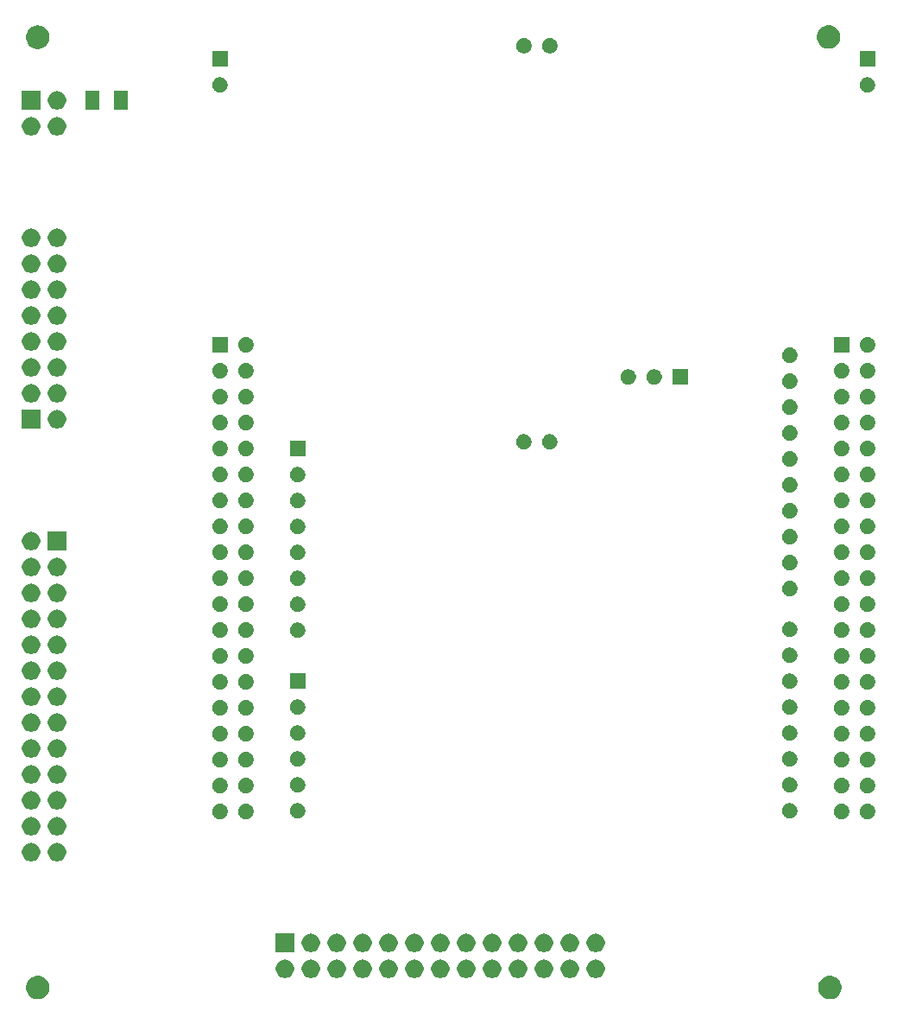
<source format=gbr>
G04 #@! TF.GenerationSoftware,KiCad,Pcbnew,(5.1.5)-3*
G04 #@! TF.CreationDate,2020-09-25T18:44:03-03:00*
G04 #@! TF.ProjectId,STM32G474,53544d33-3247-4343-9734-2e6b69636164,rev?*
G04 #@! TF.SameCoordinates,Original*
G04 #@! TF.FileFunction,Soldermask,Top*
G04 #@! TF.FilePolarity,Negative*
%FSLAX46Y46*%
G04 Gerber Fmt 4.6, Leading zero omitted, Abs format (unit mm)*
G04 Created by KiCad (PCBNEW (5.1.5)-3) date 2020-09-25 18:44:03*
%MOMM*%
%LPD*%
G04 APERTURE LIST*
%ADD10C,0.100000*%
G04 APERTURE END LIST*
D10*
G36*
X102199549Y-145471116D02*
G01*
X102310734Y-145493232D01*
X102520203Y-145579997D01*
X102708720Y-145705960D01*
X102869040Y-145866280D01*
X102995003Y-146054797D01*
X103081768Y-146264266D01*
X103126000Y-146486636D01*
X103126000Y-146713364D01*
X103081768Y-146935734D01*
X102995003Y-147145203D01*
X102869040Y-147333720D01*
X102708720Y-147494040D01*
X102520203Y-147620003D01*
X102310734Y-147706768D01*
X102199549Y-147728884D01*
X102088365Y-147751000D01*
X101861635Y-147751000D01*
X101750451Y-147728884D01*
X101639266Y-147706768D01*
X101429797Y-147620003D01*
X101241280Y-147494040D01*
X101080960Y-147333720D01*
X100954997Y-147145203D01*
X100868232Y-146935734D01*
X100824000Y-146713364D01*
X100824000Y-146486636D01*
X100868232Y-146264266D01*
X100954997Y-146054797D01*
X101080960Y-145866280D01*
X101241280Y-145705960D01*
X101429797Y-145579997D01*
X101639266Y-145493232D01*
X101750451Y-145471116D01*
X101861635Y-145449000D01*
X102088365Y-145449000D01*
X102199549Y-145471116D01*
G37*
G36*
X24496549Y-145471116D02*
G01*
X24607734Y-145493232D01*
X24817203Y-145579997D01*
X25005720Y-145705960D01*
X25166040Y-145866280D01*
X25292003Y-146054797D01*
X25378768Y-146264266D01*
X25423000Y-146486636D01*
X25423000Y-146713364D01*
X25378768Y-146935734D01*
X25292003Y-147145203D01*
X25166040Y-147333720D01*
X25005720Y-147494040D01*
X24817203Y-147620003D01*
X24607734Y-147706768D01*
X24496549Y-147728884D01*
X24385365Y-147751000D01*
X24158635Y-147751000D01*
X24047451Y-147728884D01*
X23936266Y-147706768D01*
X23726797Y-147620003D01*
X23538280Y-147494040D01*
X23377960Y-147333720D01*
X23251997Y-147145203D01*
X23165232Y-146935734D01*
X23121000Y-146713364D01*
X23121000Y-146486636D01*
X23165232Y-146264266D01*
X23251997Y-146054797D01*
X23377960Y-145866280D01*
X23538280Y-145705960D01*
X23726797Y-145579997D01*
X23936266Y-145493232D01*
X24047451Y-145471116D01*
X24158635Y-145449000D01*
X24385365Y-145449000D01*
X24496549Y-145471116D01*
G37*
G36*
X76567512Y-143883927D02*
G01*
X76716812Y-143913624D01*
X76880784Y-143981544D01*
X77028354Y-144080147D01*
X77153853Y-144205646D01*
X77252456Y-144353216D01*
X77320376Y-144517188D01*
X77355000Y-144691259D01*
X77355000Y-144868741D01*
X77320376Y-145042812D01*
X77252456Y-145206784D01*
X77153853Y-145354354D01*
X77028354Y-145479853D01*
X76880784Y-145578456D01*
X76716812Y-145646376D01*
X76567512Y-145676073D01*
X76542742Y-145681000D01*
X76365258Y-145681000D01*
X76340488Y-145676073D01*
X76191188Y-145646376D01*
X76027216Y-145578456D01*
X75879646Y-145479853D01*
X75754147Y-145354354D01*
X75655544Y-145206784D01*
X75587624Y-145042812D01*
X75553000Y-144868741D01*
X75553000Y-144691259D01*
X75587624Y-144517188D01*
X75655544Y-144353216D01*
X75754147Y-144205646D01*
X75879646Y-144080147D01*
X76027216Y-143981544D01*
X76191188Y-143913624D01*
X76340488Y-143883927D01*
X76365258Y-143879000D01*
X76542742Y-143879000D01*
X76567512Y-143883927D01*
G37*
G36*
X68947512Y-143883927D02*
G01*
X69096812Y-143913624D01*
X69260784Y-143981544D01*
X69408354Y-144080147D01*
X69533853Y-144205646D01*
X69632456Y-144353216D01*
X69700376Y-144517188D01*
X69735000Y-144691259D01*
X69735000Y-144868741D01*
X69700376Y-145042812D01*
X69632456Y-145206784D01*
X69533853Y-145354354D01*
X69408354Y-145479853D01*
X69260784Y-145578456D01*
X69096812Y-145646376D01*
X68947512Y-145676073D01*
X68922742Y-145681000D01*
X68745258Y-145681000D01*
X68720488Y-145676073D01*
X68571188Y-145646376D01*
X68407216Y-145578456D01*
X68259646Y-145479853D01*
X68134147Y-145354354D01*
X68035544Y-145206784D01*
X67967624Y-145042812D01*
X67933000Y-144868741D01*
X67933000Y-144691259D01*
X67967624Y-144517188D01*
X68035544Y-144353216D01*
X68134147Y-144205646D01*
X68259646Y-144080147D01*
X68407216Y-143981544D01*
X68571188Y-143913624D01*
X68720488Y-143883927D01*
X68745258Y-143879000D01*
X68922742Y-143879000D01*
X68947512Y-143883927D01*
G37*
G36*
X71487512Y-143883927D02*
G01*
X71636812Y-143913624D01*
X71800784Y-143981544D01*
X71948354Y-144080147D01*
X72073853Y-144205646D01*
X72172456Y-144353216D01*
X72240376Y-144517188D01*
X72275000Y-144691259D01*
X72275000Y-144868741D01*
X72240376Y-145042812D01*
X72172456Y-145206784D01*
X72073853Y-145354354D01*
X71948354Y-145479853D01*
X71800784Y-145578456D01*
X71636812Y-145646376D01*
X71487512Y-145676073D01*
X71462742Y-145681000D01*
X71285258Y-145681000D01*
X71260488Y-145676073D01*
X71111188Y-145646376D01*
X70947216Y-145578456D01*
X70799646Y-145479853D01*
X70674147Y-145354354D01*
X70575544Y-145206784D01*
X70507624Y-145042812D01*
X70473000Y-144868741D01*
X70473000Y-144691259D01*
X70507624Y-144517188D01*
X70575544Y-144353216D01*
X70674147Y-144205646D01*
X70799646Y-144080147D01*
X70947216Y-143981544D01*
X71111188Y-143913624D01*
X71260488Y-143883927D01*
X71285258Y-143879000D01*
X71462742Y-143879000D01*
X71487512Y-143883927D01*
G37*
G36*
X66407512Y-143883927D02*
G01*
X66556812Y-143913624D01*
X66720784Y-143981544D01*
X66868354Y-144080147D01*
X66993853Y-144205646D01*
X67092456Y-144353216D01*
X67160376Y-144517188D01*
X67195000Y-144691259D01*
X67195000Y-144868741D01*
X67160376Y-145042812D01*
X67092456Y-145206784D01*
X66993853Y-145354354D01*
X66868354Y-145479853D01*
X66720784Y-145578456D01*
X66556812Y-145646376D01*
X66407512Y-145676073D01*
X66382742Y-145681000D01*
X66205258Y-145681000D01*
X66180488Y-145676073D01*
X66031188Y-145646376D01*
X65867216Y-145578456D01*
X65719646Y-145479853D01*
X65594147Y-145354354D01*
X65495544Y-145206784D01*
X65427624Y-145042812D01*
X65393000Y-144868741D01*
X65393000Y-144691259D01*
X65427624Y-144517188D01*
X65495544Y-144353216D01*
X65594147Y-144205646D01*
X65719646Y-144080147D01*
X65867216Y-143981544D01*
X66031188Y-143913624D01*
X66180488Y-143883927D01*
X66205258Y-143879000D01*
X66382742Y-143879000D01*
X66407512Y-143883927D01*
G37*
G36*
X63867512Y-143883927D02*
G01*
X64016812Y-143913624D01*
X64180784Y-143981544D01*
X64328354Y-144080147D01*
X64453853Y-144205646D01*
X64552456Y-144353216D01*
X64620376Y-144517188D01*
X64655000Y-144691259D01*
X64655000Y-144868741D01*
X64620376Y-145042812D01*
X64552456Y-145206784D01*
X64453853Y-145354354D01*
X64328354Y-145479853D01*
X64180784Y-145578456D01*
X64016812Y-145646376D01*
X63867512Y-145676073D01*
X63842742Y-145681000D01*
X63665258Y-145681000D01*
X63640488Y-145676073D01*
X63491188Y-145646376D01*
X63327216Y-145578456D01*
X63179646Y-145479853D01*
X63054147Y-145354354D01*
X62955544Y-145206784D01*
X62887624Y-145042812D01*
X62853000Y-144868741D01*
X62853000Y-144691259D01*
X62887624Y-144517188D01*
X62955544Y-144353216D01*
X63054147Y-144205646D01*
X63179646Y-144080147D01*
X63327216Y-143981544D01*
X63491188Y-143913624D01*
X63640488Y-143883927D01*
X63665258Y-143879000D01*
X63842742Y-143879000D01*
X63867512Y-143883927D01*
G37*
G36*
X61327512Y-143883927D02*
G01*
X61476812Y-143913624D01*
X61640784Y-143981544D01*
X61788354Y-144080147D01*
X61913853Y-144205646D01*
X62012456Y-144353216D01*
X62080376Y-144517188D01*
X62115000Y-144691259D01*
X62115000Y-144868741D01*
X62080376Y-145042812D01*
X62012456Y-145206784D01*
X61913853Y-145354354D01*
X61788354Y-145479853D01*
X61640784Y-145578456D01*
X61476812Y-145646376D01*
X61327512Y-145676073D01*
X61302742Y-145681000D01*
X61125258Y-145681000D01*
X61100488Y-145676073D01*
X60951188Y-145646376D01*
X60787216Y-145578456D01*
X60639646Y-145479853D01*
X60514147Y-145354354D01*
X60415544Y-145206784D01*
X60347624Y-145042812D01*
X60313000Y-144868741D01*
X60313000Y-144691259D01*
X60347624Y-144517188D01*
X60415544Y-144353216D01*
X60514147Y-144205646D01*
X60639646Y-144080147D01*
X60787216Y-143981544D01*
X60951188Y-143913624D01*
X61100488Y-143883927D01*
X61125258Y-143879000D01*
X61302742Y-143879000D01*
X61327512Y-143883927D01*
G37*
G36*
X58787512Y-143883927D02*
G01*
X58936812Y-143913624D01*
X59100784Y-143981544D01*
X59248354Y-144080147D01*
X59373853Y-144205646D01*
X59472456Y-144353216D01*
X59540376Y-144517188D01*
X59575000Y-144691259D01*
X59575000Y-144868741D01*
X59540376Y-145042812D01*
X59472456Y-145206784D01*
X59373853Y-145354354D01*
X59248354Y-145479853D01*
X59100784Y-145578456D01*
X58936812Y-145646376D01*
X58787512Y-145676073D01*
X58762742Y-145681000D01*
X58585258Y-145681000D01*
X58560488Y-145676073D01*
X58411188Y-145646376D01*
X58247216Y-145578456D01*
X58099646Y-145479853D01*
X57974147Y-145354354D01*
X57875544Y-145206784D01*
X57807624Y-145042812D01*
X57773000Y-144868741D01*
X57773000Y-144691259D01*
X57807624Y-144517188D01*
X57875544Y-144353216D01*
X57974147Y-144205646D01*
X58099646Y-144080147D01*
X58247216Y-143981544D01*
X58411188Y-143913624D01*
X58560488Y-143883927D01*
X58585258Y-143879000D01*
X58762742Y-143879000D01*
X58787512Y-143883927D01*
G37*
G36*
X53707512Y-143883927D02*
G01*
X53856812Y-143913624D01*
X54020784Y-143981544D01*
X54168354Y-144080147D01*
X54293853Y-144205646D01*
X54392456Y-144353216D01*
X54460376Y-144517188D01*
X54495000Y-144691259D01*
X54495000Y-144868741D01*
X54460376Y-145042812D01*
X54392456Y-145206784D01*
X54293853Y-145354354D01*
X54168354Y-145479853D01*
X54020784Y-145578456D01*
X53856812Y-145646376D01*
X53707512Y-145676073D01*
X53682742Y-145681000D01*
X53505258Y-145681000D01*
X53480488Y-145676073D01*
X53331188Y-145646376D01*
X53167216Y-145578456D01*
X53019646Y-145479853D01*
X52894147Y-145354354D01*
X52795544Y-145206784D01*
X52727624Y-145042812D01*
X52693000Y-144868741D01*
X52693000Y-144691259D01*
X52727624Y-144517188D01*
X52795544Y-144353216D01*
X52894147Y-144205646D01*
X53019646Y-144080147D01*
X53167216Y-143981544D01*
X53331188Y-143913624D01*
X53480488Y-143883927D01*
X53505258Y-143879000D01*
X53682742Y-143879000D01*
X53707512Y-143883927D01*
G37*
G36*
X56247512Y-143883927D02*
G01*
X56396812Y-143913624D01*
X56560784Y-143981544D01*
X56708354Y-144080147D01*
X56833853Y-144205646D01*
X56932456Y-144353216D01*
X57000376Y-144517188D01*
X57035000Y-144691259D01*
X57035000Y-144868741D01*
X57000376Y-145042812D01*
X56932456Y-145206784D01*
X56833853Y-145354354D01*
X56708354Y-145479853D01*
X56560784Y-145578456D01*
X56396812Y-145646376D01*
X56247512Y-145676073D01*
X56222742Y-145681000D01*
X56045258Y-145681000D01*
X56020488Y-145676073D01*
X55871188Y-145646376D01*
X55707216Y-145578456D01*
X55559646Y-145479853D01*
X55434147Y-145354354D01*
X55335544Y-145206784D01*
X55267624Y-145042812D01*
X55233000Y-144868741D01*
X55233000Y-144691259D01*
X55267624Y-144517188D01*
X55335544Y-144353216D01*
X55434147Y-144205646D01*
X55559646Y-144080147D01*
X55707216Y-143981544D01*
X55871188Y-143913624D01*
X56020488Y-143883927D01*
X56045258Y-143879000D01*
X56222742Y-143879000D01*
X56247512Y-143883927D01*
G37*
G36*
X79107512Y-143883927D02*
G01*
X79256812Y-143913624D01*
X79420784Y-143981544D01*
X79568354Y-144080147D01*
X79693853Y-144205646D01*
X79792456Y-144353216D01*
X79860376Y-144517188D01*
X79895000Y-144691259D01*
X79895000Y-144868741D01*
X79860376Y-145042812D01*
X79792456Y-145206784D01*
X79693853Y-145354354D01*
X79568354Y-145479853D01*
X79420784Y-145578456D01*
X79256812Y-145646376D01*
X79107512Y-145676073D01*
X79082742Y-145681000D01*
X78905258Y-145681000D01*
X78880488Y-145676073D01*
X78731188Y-145646376D01*
X78567216Y-145578456D01*
X78419646Y-145479853D01*
X78294147Y-145354354D01*
X78195544Y-145206784D01*
X78127624Y-145042812D01*
X78093000Y-144868741D01*
X78093000Y-144691259D01*
X78127624Y-144517188D01*
X78195544Y-144353216D01*
X78294147Y-144205646D01*
X78419646Y-144080147D01*
X78567216Y-143981544D01*
X78731188Y-143913624D01*
X78880488Y-143883927D01*
X78905258Y-143879000D01*
X79082742Y-143879000D01*
X79107512Y-143883927D01*
G37*
G36*
X74027512Y-143883927D02*
G01*
X74176812Y-143913624D01*
X74340784Y-143981544D01*
X74488354Y-144080147D01*
X74613853Y-144205646D01*
X74712456Y-144353216D01*
X74780376Y-144517188D01*
X74815000Y-144691259D01*
X74815000Y-144868741D01*
X74780376Y-145042812D01*
X74712456Y-145206784D01*
X74613853Y-145354354D01*
X74488354Y-145479853D01*
X74340784Y-145578456D01*
X74176812Y-145646376D01*
X74027512Y-145676073D01*
X74002742Y-145681000D01*
X73825258Y-145681000D01*
X73800488Y-145676073D01*
X73651188Y-145646376D01*
X73487216Y-145578456D01*
X73339646Y-145479853D01*
X73214147Y-145354354D01*
X73115544Y-145206784D01*
X73047624Y-145042812D01*
X73013000Y-144868741D01*
X73013000Y-144691259D01*
X73047624Y-144517188D01*
X73115544Y-144353216D01*
X73214147Y-144205646D01*
X73339646Y-144080147D01*
X73487216Y-143981544D01*
X73651188Y-143913624D01*
X73800488Y-143883927D01*
X73825258Y-143879000D01*
X74002742Y-143879000D01*
X74027512Y-143883927D01*
G37*
G36*
X48627512Y-143883927D02*
G01*
X48776812Y-143913624D01*
X48940784Y-143981544D01*
X49088354Y-144080147D01*
X49213853Y-144205646D01*
X49312456Y-144353216D01*
X49380376Y-144517188D01*
X49415000Y-144691259D01*
X49415000Y-144868741D01*
X49380376Y-145042812D01*
X49312456Y-145206784D01*
X49213853Y-145354354D01*
X49088354Y-145479853D01*
X48940784Y-145578456D01*
X48776812Y-145646376D01*
X48627512Y-145676073D01*
X48602742Y-145681000D01*
X48425258Y-145681000D01*
X48400488Y-145676073D01*
X48251188Y-145646376D01*
X48087216Y-145578456D01*
X47939646Y-145479853D01*
X47814147Y-145354354D01*
X47715544Y-145206784D01*
X47647624Y-145042812D01*
X47613000Y-144868741D01*
X47613000Y-144691259D01*
X47647624Y-144517188D01*
X47715544Y-144353216D01*
X47814147Y-144205646D01*
X47939646Y-144080147D01*
X48087216Y-143981544D01*
X48251188Y-143913624D01*
X48400488Y-143883927D01*
X48425258Y-143879000D01*
X48602742Y-143879000D01*
X48627512Y-143883927D01*
G37*
G36*
X51167512Y-143883927D02*
G01*
X51316812Y-143913624D01*
X51480784Y-143981544D01*
X51628354Y-144080147D01*
X51753853Y-144205646D01*
X51852456Y-144353216D01*
X51920376Y-144517188D01*
X51955000Y-144691259D01*
X51955000Y-144868741D01*
X51920376Y-145042812D01*
X51852456Y-145206784D01*
X51753853Y-145354354D01*
X51628354Y-145479853D01*
X51480784Y-145578456D01*
X51316812Y-145646376D01*
X51167512Y-145676073D01*
X51142742Y-145681000D01*
X50965258Y-145681000D01*
X50940488Y-145676073D01*
X50791188Y-145646376D01*
X50627216Y-145578456D01*
X50479646Y-145479853D01*
X50354147Y-145354354D01*
X50255544Y-145206784D01*
X50187624Y-145042812D01*
X50153000Y-144868741D01*
X50153000Y-144691259D01*
X50187624Y-144517188D01*
X50255544Y-144353216D01*
X50354147Y-144205646D01*
X50479646Y-144080147D01*
X50627216Y-143981544D01*
X50791188Y-143913624D01*
X50940488Y-143883927D01*
X50965258Y-143879000D01*
X51142742Y-143879000D01*
X51167512Y-143883927D01*
G37*
G36*
X63867512Y-141343927D02*
G01*
X64016812Y-141373624D01*
X64180784Y-141441544D01*
X64328354Y-141540147D01*
X64453853Y-141665646D01*
X64552456Y-141813216D01*
X64620376Y-141977188D01*
X64655000Y-142151259D01*
X64655000Y-142328741D01*
X64620376Y-142502812D01*
X64552456Y-142666784D01*
X64453853Y-142814354D01*
X64328354Y-142939853D01*
X64180784Y-143038456D01*
X64016812Y-143106376D01*
X63867512Y-143136073D01*
X63842742Y-143141000D01*
X63665258Y-143141000D01*
X63640488Y-143136073D01*
X63491188Y-143106376D01*
X63327216Y-143038456D01*
X63179646Y-142939853D01*
X63054147Y-142814354D01*
X62955544Y-142666784D01*
X62887624Y-142502812D01*
X62853000Y-142328741D01*
X62853000Y-142151259D01*
X62887624Y-141977188D01*
X62955544Y-141813216D01*
X63054147Y-141665646D01*
X63179646Y-141540147D01*
X63327216Y-141441544D01*
X63491188Y-141373624D01*
X63640488Y-141343927D01*
X63665258Y-141339000D01*
X63842742Y-141339000D01*
X63867512Y-141343927D01*
G37*
G36*
X61327512Y-141343927D02*
G01*
X61476812Y-141373624D01*
X61640784Y-141441544D01*
X61788354Y-141540147D01*
X61913853Y-141665646D01*
X62012456Y-141813216D01*
X62080376Y-141977188D01*
X62115000Y-142151259D01*
X62115000Y-142328741D01*
X62080376Y-142502812D01*
X62012456Y-142666784D01*
X61913853Y-142814354D01*
X61788354Y-142939853D01*
X61640784Y-143038456D01*
X61476812Y-143106376D01*
X61327512Y-143136073D01*
X61302742Y-143141000D01*
X61125258Y-143141000D01*
X61100488Y-143136073D01*
X60951188Y-143106376D01*
X60787216Y-143038456D01*
X60639646Y-142939853D01*
X60514147Y-142814354D01*
X60415544Y-142666784D01*
X60347624Y-142502812D01*
X60313000Y-142328741D01*
X60313000Y-142151259D01*
X60347624Y-141977188D01*
X60415544Y-141813216D01*
X60514147Y-141665646D01*
X60639646Y-141540147D01*
X60787216Y-141441544D01*
X60951188Y-141373624D01*
X61100488Y-141343927D01*
X61125258Y-141339000D01*
X61302742Y-141339000D01*
X61327512Y-141343927D01*
G37*
G36*
X66407512Y-141343927D02*
G01*
X66556812Y-141373624D01*
X66720784Y-141441544D01*
X66868354Y-141540147D01*
X66993853Y-141665646D01*
X67092456Y-141813216D01*
X67160376Y-141977188D01*
X67195000Y-142151259D01*
X67195000Y-142328741D01*
X67160376Y-142502812D01*
X67092456Y-142666784D01*
X66993853Y-142814354D01*
X66868354Y-142939853D01*
X66720784Y-143038456D01*
X66556812Y-143106376D01*
X66407512Y-143136073D01*
X66382742Y-143141000D01*
X66205258Y-143141000D01*
X66180488Y-143136073D01*
X66031188Y-143106376D01*
X65867216Y-143038456D01*
X65719646Y-142939853D01*
X65594147Y-142814354D01*
X65495544Y-142666784D01*
X65427624Y-142502812D01*
X65393000Y-142328741D01*
X65393000Y-142151259D01*
X65427624Y-141977188D01*
X65495544Y-141813216D01*
X65594147Y-141665646D01*
X65719646Y-141540147D01*
X65867216Y-141441544D01*
X66031188Y-141373624D01*
X66180488Y-141343927D01*
X66205258Y-141339000D01*
X66382742Y-141339000D01*
X66407512Y-141343927D01*
G37*
G36*
X58787512Y-141343927D02*
G01*
X58936812Y-141373624D01*
X59100784Y-141441544D01*
X59248354Y-141540147D01*
X59373853Y-141665646D01*
X59472456Y-141813216D01*
X59540376Y-141977188D01*
X59575000Y-142151259D01*
X59575000Y-142328741D01*
X59540376Y-142502812D01*
X59472456Y-142666784D01*
X59373853Y-142814354D01*
X59248354Y-142939853D01*
X59100784Y-143038456D01*
X58936812Y-143106376D01*
X58787512Y-143136073D01*
X58762742Y-143141000D01*
X58585258Y-143141000D01*
X58560488Y-143136073D01*
X58411188Y-143106376D01*
X58247216Y-143038456D01*
X58099646Y-142939853D01*
X57974147Y-142814354D01*
X57875544Y-142666784D01*
X57807624Y-142502812D01*
X57773000Y-142328741D01*
X57773000Y-142151259D01*
X57807624Y-141977188D01*
X57875544Y-141813216D01*
X57974147Y-141665646D01*
X58099646Y-141540147D01*
X58247216Y-141441544D01*
X58411188Y-141373624D01*
X58560488Y-141343927D01*
X58585258Y-141339000D01*
X58762742Y-141339000D01*
X58787512Y-141343927D01*
G37*
G36*
X56247512Y-141343927D02*
G01*
X56396812Y-141373624D01*
X56560784Y-141441544D01*
X56708354Y-141540147D01*
X56833853Y-141665646D01*
X56932456Y-141813216D01*
X57000376Y-141977188D01*
X57035000Y-142151259D01*
X57035000Y-142328741D01*
X57000376Y-142502812D01*
X56932456Y-142666784D01*
X56833853Y-142814354D01*
X56708354Y-142939853D01*
X56560784Y-143038456D01*
X56396812Y-143106376D01*
X56247512Y-143136073D01*
X56222742Y-143141000D01*
X56045258Y-143141000D01*
X56020488Y-143136073D01*
X55871188Y-143106376D01*
X55707216Y-143038456D01*
X55559646Y-142939853D01*
X55434147Y-142814354D01*
X55335544Y-142666784D01*
X55267624Y-142502812D01*
X55233000Y-142328741D01*
X55233000Y-142151259D01*
X55267624Y-141977188D01*
X55335544Y-141813216D01*
X55434147Y-141665646D01*
X55559646Y-141540147D01*
X55707216Y-141441544D01*
X55871188Y-141373624D01*
X56020488Y-141343927D01*
X56045258Y-141339000D01*
X56222742Y-141339000D01*
X56247512Y-141343927D01*
G37*
G36*
X68947512Y-141343927D02*
G01*
X69096812Y-141373624D01*
X69260784Y-141441544D01*
X69408354Y-141540147D01*
X69533853Y-141665646D01*
X69632456Y-141813216D01*
X69700376Y-141977188D01*
X69735000Y-142151259D01*
X69735000Y-142328741D01*
X69700376Y-142502812D01*
X69632456Y-142666784D01*
X69533853Y-142814354D01*
X69408354Y-142939853D01*
X69260784Y-143038456D01*
X69096812Y-143106376D01*
X68947512Y-143136073D01*
X68922742Y-143141000D01*
X68745258Y-143141000D01*
X68720488Y-143136073D01*
X68571188Y-143106376D01*
X68407216Y-143038456D01*
X68259646Y-142939853D01*
X68134147Y-142814354D01*
X68035544Y-142666784D01*
X67967624Y-142502812D01*
X67933000Y-142328741D01*
X67933000Y-142151259D01*
X67967624Y-141977188D01*
X68035544Y-141813216D01*
X68134147Y-141665646D01*
X68259646Y-141540147D01*
X68407216Y-141441544D01*
X68571188Y-141373624D01*
X68720488Y-141343927D01*
X68745258Y-141339000D01*
X68922742Y-141339000D01*
X68947512Y-141343927D01*
G37*
G36*
X53707512Y-141343927D02*
G01*
X53856812Y-141373624D01*
X54020784Y-141441544D01*
X54168354Y-141540147D01*
X54293853Y-141665646D01*
X54392456Y-141813216D01*
X54460376Y-141977188D01*
X54495000Y-142151259D01*
X54495000Y-142328741D01*
X54460376Y-142502812D01*
X54392456Y-142666784D01*
X54293853Y-142814354D01*
X54168354Y-142939853D01*
X54020784Y-143038456D01*
X53856812Y-143106376D01*
X53707512Y-143136073D01*
X53682742Y-143141000D01*
X53505258Y-143141000D01*
X53480488Y-143136073D01*
X53331188Y-143106376D01*
X53167216Y-143038456D01*
X53019646Y-142939853D01*
X52894147Y-142814354D01*
X52795544Y-142666784D01*
X52727624Y-142502812D01*
X52693000Y-142328741D01*
X52693000Y-142151259D01*
X52727624Y-141977188D01*
X52795544Y-141813216D01*
X52894147Y-141665646D01*
X53019646Y-141540147D01*
X53167216Y-141441544D01*
X53331188Y-141373624D01*
X53480488Y-141343927D01*
X53505258Y-141339000D01*
X53682742Y-141339000D01*
X53707512Y-141343927D01*
G37*
G36*
X49415000Y-143141000D02*
G01*
X47613000Y-143141000D01*
X47613000Y-141339000D01*
X49415000Y-141339000D01*
X49415000Y-143141000D01*
G37*
G36*
X51167512Y-141343927D02*
G01*
X51316812Y-141373624D01*
X51480784Y-141441544D01*
X51628354Y-141540147D01*
X51753853Y-141665646D01*
X51852456Y-141813216D01*
X51920376Y-141977188D01*
X51955000Y-142151259D01*
X51955000Y-142328741D01*
X51920376Y-142502812D01*
X51852456Y-142666784D01*
X51753853Y-142814354D01*
X51628354Y-142939853D01*
X51480784Y-143038456D01*
X51316812Y-143106376D01*
X51167512Y-143136073D01*
X51142742Y-143141000D01*
X50965258Y-143141000D01*
X50940488Y-143136073D01*
X50791188Y-143106376D01*
X50627216Y-143038456D01*
X50479646Y-142939853D01*
X50354147Y-142814354D01*
X50255544Y-142666784D01*
X50187624Y-142502812D01*
X50153000Y-142328741D01*
X50153000Y-142151259D01*
X50187624Y-141977188D01*
X50255544Y-141813216D01*
X50354147Y-141665646D01*
X50479646Y-141540147D01*
X50627216Y-141441544D01*
X50791188Y-141373624D01*
X50940488Y-141343927D01*
X50965258Y-141339000D01*
X51142742Y-141339000D01*
X51167512Y-141343927D01*
G37*
G36*
X71487512Y-141343927D02*
G01*
X71636812Y-141373624D01*
X71800784Y-141441544D01*
X71948354Y-141540147D01*
X72073853Y-141665646D01*
X72172456Y-141813216D01*
X72240376Y-141977188D01*
X72275000Y-142151259D01*
X72275000Y-142328741D01*
X72240376Y-142502812D01*
X72172456Y-142666784D01*
X72073853Y-142814354D01*
X71948354Y-142939853D01*
X71800784Y-143038456D01*
X71636812Y-143106376D01*
X71487512Y-143136073D01*
X71462742Y-143141000D01*
X71285258Y-143141000D01*
X71260488Y-143136073D01*
X71111188Y-143106376D01*
X70947216Y-143038456D01*
X70799646Y-142939853D01*
X70674147Y-142814354D01*
X70575544Y-142666784D01*
X70507624Y-142502812D01*
X70473000Y-142328741D01*
X70473000Y-142151259D01*
X70507624Y-141977188D01*
X70575544Y-141813216D01*
X70674147Y-141665646D01*
X70799646Y-141540147D01*
X70947216Y-141441544D01*
X71111188Y-141373624D01*
X71260488Y-141343927D01*
X71285258Y-141339000D01*
X71462742Y-141339000D01*
X71487512Y-141343927D01*
G37*
G36*
X79107512Y-141343927D02*
G01*
X79256812Y-141373624D01*
X79420784Y-141441544D01*
X79568354Y-141540147D01*
X79693853Y-141665646D01*
X79792456Y-141813216D01*
X79860376Y-141977188D01*
X79895000Y-142151259D01*
X79895000Y-142328741D01*
X79860376Y-142502812D01*
X79792456Y-142666784D01*
X79693853Y-142814354D01*
X79568354Y-142939853D01*
X79420784Y-143038456D01*
X79256812Y-143106376D01*
X79107512Y-143136073D01*
X79082742Y-143141000D01*
X78905258Y-143141000D01*
X78880488Y-143136073D01*
X78731188Y-143106376D01*
X78567216Y-143038456D01*
X78419646Y-142939853D01*
X78294147Y-142814354D01*
X78195544Y-142666784D01*
X78127624Y-142502812D01*
X78093000Y-142328741D01*
X78093000Y-142151259D01*
X78127624Y-141977188D01*
X78195544Y-141813216D01*
X78294147Y-141665646D01*
X78419646Y-141540147D01*
X78567216Y-141441544D01*
X78731188Y-141373624D01*
X78880488Y-141343927D01*
X78905258Y-141339000D01*
X79082742Y-141339000D01*
X79107512Y-141343927D01*
G37*
G36*
X74027512Y-141343927D02*
G01*
X74176812Y-141373624D01*
X74340784Y-141441544D01*
X74488354Y-141540147D01*
X74613853Y-141665646D01*
X74712456Y-141813216D01*
X74780376Y-141977188D01*
X74815000Y-142151259D01*
X74815000Y-142328741D01*
X74780376Y-142502812D01*
X74712456Y-142666784D01*
X74613853Y-142814354D01*
X74488354Y-142939853D01*
X74340784Y-143038456D01*
X74176812Y-143106376D01*
X74027512Y-143136073D01*
X74002742Y-143141000D01*
X73825258Y-143141000D01*
X73800488Y-143136073D01*
X73651188Y-143106376D01*
X73487216Y-143038456D01*
X73339646Y-142939853D01*
X73214147Y-142814354D01*
X73115544Y-142666784D01*
X73047624Y-142502812D01*
X73013000Y-142328741D01*
X73013000Y-142151259D01*
X73047624Y-141977188D01*
X73115544Y-141813216D01*
X73214147Y-141665646D01*
X73339646Y-141540147D01*
X73487216Y-141441544D01*
X73651188Y-141373624D01*
X73800488Y-141343927D01*
X73825258Y-141339000D01*
X74002742Y-141339000D01*
X74027512Y-141343927D01*
G37*
G36*
X76567512Y-141343927D02*
G01*
X76716812Y-141373624D01*
X76880784Y-141441544D01*
X77028354Y-141540147D01*
X77153853Y-141665646D01*
X77252456Y-141813216D01*
X77320376Y-141977188D01*
X77355000Y-142151259D01*
X77355000Y-142328741D01*
X77320376Y-142502812D01*
X77252456Y-142666784D01*
X77153853Y-142814354D01*
X77028354Y-142939853D01*
X76880784Y-143038456D01*
X76716812Y-143106376D01*
X76567512Y-143136073D01*
X76542742Y-143141000D01*
X76365258Y-143141000D01*
X76340488Y-143136073D01*
X76191188Y-143106376D01*
X76027216Y-143038456D01*
X75879646Y-142939853D01*
X75754147Y-142814354D01*
X75655544Y-142666784D01*
X75587624Y-142502812D01*
X75553000Y-142328741D01*
X75553000Y-142151259D01*
X75587624Y-141977188D01*
X75655544Y-141813216D01*
X75754147Y-141665646D01*
X75879646Y-141540147D01*
X76027216Y-141441544D01*
X76191188Y-141373624D01*
X76340488Y-141343927D01*
X76365258Y-141339000D01*
X76542742Y-141339000D01*
X76567512Y-141343927D01*
G37*
G36*
X26275512Y-132453927D02*
G01*
X26424812Y-132483624D01*
X26588784Y-132551544D01*
X26736354Y-132650147D01*
X26861853Y-132775646D01*
X26960456Y-132923216D01*
X27028376Y-133087188D01*
X27063000Y-133261259D01*
X27063000Y-133438741D01*
X27028376Y-133612812D01*
X26960456Y-133776784D01*
X26861853Y-133924354D01*
X26736354Y-134049853D01*
X26588784Y-134148456D01*
X26424812Y-134216376D01*
X26275512Y-134246073D01*
X26250742Y-134251000D01*
X26073258Y-134251000D01*
X26048488Y-134246073D01*
X25899188Y-134216376D01*
X25735216Y-134148456D01*
X25587646Y-134049853D01*
X25462147Y-133924354D01*
X25363544Y-133776784D01*
X25295624Y-133612812D01*
X25261000Y-133438741D01*
X25261000Y-133261259D01*
X25295624Y-133087188D01*
X25363544Y-132923216D01*
X25462147Y-132775646D01*
X25587646Y-132650147D01*
X25735216Y-132551544D01*
X25899188Y-132483624D01*
X26048488Y-132453927D01*
X26073258Y-132449000D01*
X26250742Y-132449000D01*
X26275512Y-132453927D01*
G37*
G36*
X23735512Y-132453927D02*
G01*
X23884812Y-132483624D01*
X24048784Y-132551544D01*
X24196354Y-132650147D01*
X24321853Y-132775646D01*
X24420456Y-132923216D01*
X24488376Y-133087188D01*
X24523000Y-133261259D01*
X24523000Y-133438741D01*
X24488376Y-133612812D01*
X24420456Y-133776784D01*
X24321853Y-133924354D01*
X24196354Y-134049853D01*
X24048784Y-134148456D01*
X23884812Y-134216376D01*
X23735512Y-134246073D01*
X23710742Y-134251000D01*
X23533258Y-134251000D01*
X23508488Y-134246073D01*
X23359188Y-134216376D01*
X23195216Y-134148456D01*
X23047646Y-134049853D01*
X22922147Y-133924354D01*
X22823544Y-133776784D01*
X22755624Y-133612812D01*
X22721000Y-133438741D01*
X22721000Y-133261259D01*
X22755624Y-133087188D01*
X22823544Y-132923216D01*
X22922147Y-132775646D01*
X23047646Y-132650147D01*
X23195216Y-132551544D01*
X23359188Y-132483624D01*
X23508488Y-132453927D01*
X23533258Y-132449000D01*
X23710742Y-132449000D01*
X23735512Y-132453927D01*
G37*
G36*
X23735512Y-129913927D02*
G01*
X23884812Y-129943624D01*
X24048784Y-130011544D01*
X24196354Y-130110147D01*
X24321853Y-130235646D01*
X24420456Y-130383216D01*
X24488376Y-130547188D01*
X24523000Y-130721259D01*
X24523000Y-130898741D01*
X24488376Y-131072812D01*
X24420456Y-131236784D01*
X24321853Y-131384354D01*
X24196354Y-131509853D01*
X24048784Y-131608456D01*
X23884812Y-131676376D01*
X23735512Y-131706073D01*
X23710742Y-131711000D01*
X23533258Y-131711000D01*
X23508488Y-131706073D01*
X23359188Y-131676376D01*
X23195216Y-131608456D01*
X23047646Y-131509853D01*
X22922147Y-131384354D01*
X22823544Y-131236784D01*
X22755624Y-131072812D01*
X22721000Y-130898741D01*
X22721000Y-130721259D01*
X22755624Y-130547188D01*
X22823544Y-130383216D01*
X22922147Y-130235646D01*
X23047646Y-130110147D01*
X23195216Y-130011544D01*
X23359188Y-129943624D01*
X23508488Y-129913927D01*
X23533258Y-129909000D01*
X23710742Y-129909000D01*
X23735512Y-129913927D01*
G37*
G36*
X26275512Y-129913927D02*
G01*
X26424812Y-129943624D01*
X26588784Y-130011544D01*
X26736354Y-130110147D01*
X26861853Y-130235646D01*
X26960456Y-130383216D01*
X27028376Y-130547188D01*
X27063000Y-130721259D01*
X27063000Y-130898741D01*
X27028376Y-131072812D01*
X26960456Y-131236784D01*
X26861853Y-131384354D01*
X26736354Y-131509853D01*
X26588784Y-131608456D01*
X26424812Y-131676376D01*
X26275512Y-131706073D01*
X26250742Y-131711000D01*
X26073258Y-131711000D01*
X26048488Y-131706073D01*
X25899188Y-131676376D01*
X25735216Y-131608456D01*
X25587646Y-131509853D01*
X25462147Y-131384354D01*
X25363544Y-131236784D01*
X25295624Y-131072812D01*
X25261000Y-130898741D01*
X25261000Y-130721259D01*
X25295624Y-130547188D01*
X25363544Y-130383216D01*
X25462147Y-130235646D01*
X25587646Y-130110147D01*
X25735216Y-130011544D01*
X25899188Y-129943624D01*
X26048488Y-129913927D01*
X26073258Y-129909000D01*
X26250742Y-129909000D01*
X26275512Y-129913927D01*
G37*
G36*
X42352021Y-128634471D02*
G01*
X42369059Y-128637860D01*
X42505732Y-128694472D01*
X42628735Y-128776660D01*
X42733340Y-128881265D01*
X42815528Y-129004268D01*
X42815529Y-129004270D01*
X42872140Y-129140941D01*
X42901000Y-129286032D01*
X42901000Y-129433968D01*
X42872140Y-129579059D01*
X42815528Y-129715732D01*
X42733340Y-129838735D01*
X42628735Y-129943340D01*
X42505732Y-130025528D01*
X42505731Y-130025529D01*
X42505730Y-130025529D01*
X42369059Y-130082140D01*
X42223968Y-130111000D01*
X42076032Y-130111000D01*
X41930941Y-130082140D01*
X41794270Y-130025529D01*
X41794269Y-130025529D01*
X41794268Y-130025528D01*
X41671265Y-129943340D01*
X41566660Y-129838735D01*
X41484472Y-129715732D01*
X41427860Y-129579059D01*
X41399000Y-129433968D01*
X41399000Y-129286032D01*
X41427860Y-129140941D01*
X41484471Y-129004270D01*
X41484472Y-129004268D01*
X41566660Y-128881265D01*
X41671265Y-128776660D01*
X41794268Y-128694472D01*
X41930941Y-128637860D01*
X41947979Y-128634471D01*
X42076032Y-128609000D01*
X42223968Y-128609000D01*
X42352021Y-128634471D01*
G37*
G36*
X105852021Y-128634471D02*
G01*
X105869059Y-128637860D01*
X106005732Y-128694472D01*
X106128735Y-128776660D01*
X106233340Y-128881265D01*
X106315528Y-129004268D01*
X106315529Y-129004270D01*
X106372140Y-129140941D01*
X106401000Y-129286032D01*
X106401000Y-129433968D01*
X106372140Y-129579059D01*
X106315528Y-129715732D01*
X106233340Y-129838735D01*
X106128735Y-129943340D01*
X106005732Y-130025528D01*
X106005731Y-130025529D01*
X106005730Y-130025529D01*
X105869059Y-130082140D01*
X105723968Y-130111000D01*
X105576032Y-130111000D01*
X105430941Y-130082140D01*
X105294270Y-130025529D01*
X105294269Y-130025529D01*
X105294268Y-130025528D01*
X105171265Y-129943340D01*
X105066660Y-129838735D01*
X104984472Y-129715732D01*
X104927860Y-129579059D01*
X104899000Y-129433968D01*
X104899000Y-129286032D01*
X104927860Y-129140941D01*
X104984471Y-129004270D01*
X104984472Y-129004268D01*
X105066660Y-128881265D01*
X105171265Y-128776660D01*
X105294268Y-128694472D01*
X105430941Y-128637860D01*
X105447979Y-128634471D01*
X105576032Y-128609000D01*
X105723968Y-128609000D01*
X105852021Y-128634471D01*
G37*
G36*
X103312021Y-128634471D02*
G01*
X103329059Y-128637860D01*
X103465732Y-128694472D01*
X103588735Y-128776660D01*
X103693340Y-128881265D01*
X103775528Y-129004268D01*
X103775529Y-129004270D01*
X103832140Y-129140941D01*
X103861000Y-129286032D01*
X103861000Y-129433968D01*
X103832140Y-129579059D01*
X103775528Y-129715732D01*
X103693340Y-129838735D01*
X103588735Y-129943340D01*
X103465732Y-130025528D01*
X103465731Y-130025529D01*
X103465730Y-130025529D01*
X103329059Y-130082140D01*
X103183968Y-130111000D01*
X103036032Y-130111000D01*
X102890941Y-130082140D01*
X102754270Y-130025529D01*
X102754269Y-130025529D01*
X102754268Y-130025528D01*
X102631265Y-129943340D01*
X102526660Y-129838735D01*
X102444472Y-129715732D01*
X102387860Y-129579059D01*
X102359000Y-129433968D01*
X102359000Y-129286032D01*
X102387860Y-129140941D01*
X102444471Y-129004270D01*
X102444472Y-129004268D01*
X102526660Y-128881265D01*
X102631265Y-128776660D01*
X102754268Y-128694472D01*
X102890941Y-128637860D01*
X102907979Y-128634471D01*
X103036032Y-128609000D01*
X103183968Y-128609000D01*
X103312021Y-128634471D01*
G37*
G36*
X44892021Y-128634471D02*
G01*
X44909059Y-128637860D01*
X45045732Y-128694472D01*
X45168735Y-128776660D01*
X45273340Y-128881265D01*
X45355528Y-129004268D01*
X45355529Y-129004270D01*
X45412140Y-129140941D01*
X45441000Y-129286032D01*
X45441000Y-129433968D01*
X45412140Y-129579059D01*
X45355528Y-129715732D01*
X45273340Y-129838735D01*
X45168735Y-129943340D01*
X45045732Y-130025528D01*
X45045731Y-130025529D01*
X45045730Y-130025529D01*
X44909059Y-130082140D01*
X44763968Y-130111000D01*
X44616032Y-130111000D01*
X44470941Y-130082140D01*
X44334270Y-130025529D01*
X44334269Y-130025529D01*
X44334268Y-130025528D01*
X44211265Y-129943340D01*
X44106660Y-129838735D01*
X44024472Y-129715732D01*
X43967860Y-129579059D01*
X43939000Y-129433968D01*
X43939000Y-129286032D01*
X43967860Y-129140941D01*
X44024471Y-129004270D01*
X44024472Y-129004268D01*
X44106660Y-128881265D01*
X44211265Y-128776660D01*
X44334268Y-128694472D01*
X44470941Y-128637860D01*
X44487979Y-128634471D01*
X44616032Y-128609000D01*
X44763968Y-128609000D01*
X44892021Y-128634471D01*
G37*
G36*
X49989059Y-128577860D02*
G01*
X50064238Y-128609000D01*
X50125732Y-128634472D01*
X50248735Y-128716660D01*
X50353340Y-128821265D01*
X50393432Y-128881267D01*
X50435529Y-128944270D01*
X50492140Y-129080941D01*
X50510054Y-129171000D01*
X50521000Y-129226033D01*
X50521000Y-129373967D01*
X50492140Y-129519059D01*
X50435528Y-129655732D01*
X50353340Y-129778735D01*
X50248735Y-129883340D01*
X50125732Y-129965528D01*
X50125731Y-129965529D01*
X50125730Y-129965529D01*
X49989059Y-130022140D01*
X49843968Y-130051000D01*
X49696032Y-130051000D01*
X49550941Y-130022140D01*
X49414270Y-129965529D01*
X49414269Y-129965529D01*
X49414268Y-129965528D01*
X49291265Y-129883340D01*
X49186660Y-129778735D01*
X49104472Y-129655732D01*
X49047860Y-129519059D01*
X49019000Y-129373967D01*
X49019000Y-129226033D01*
X49029947Y-129171000D01*
X49047860Y-129080941D01*
X49104471Y-128944270D01*
X49146568Y-128881267D01*
X49186660Y-128821265D01*
X49291265Y-128716660D01*
X49414268Y-128634472D01*
X49475763Y-128609000D01*
X49550941Y-128577860D01*
X49696032Y-128549000D01*
X49843968Y-128549000D01*
X49989059Y-128577860D01*
G37*
G36*
X98249059Y-128577860D02*
G01*
X98324238Y-128609000D01*
X98385732Y-128634472D01*
X98508735Y-128716660D01*
X98613340Y-128821265D01*
X98653432Y-128881267D01*
X98695529Y-128944270D01*
X98752140Y-129080941D01*
X98770054Y-129171000D01*
X98781000Y-129226033D01*
X98781000Y-129373967D01*
X98752140Y-129519059D01*
X98695528Y-129655732D01*
X98613340Y-129778735D01*
X98508735Y-129883340D01*
X98385732Y-129965528D01*
X98385731Y-129965529D01*
X98385730Y-129965529D01*
X98249059Y-130022140D01*
X98103968Y-130051000D01*
X97956032Y-130051000D01*
X97810941Y-130022140D01*
X97674270Y-129965529D01*
X97674269Y-129965529D01*
X97674268Y-129965528D01*
X97551265Y-129883340D01*
X97446660Y-129778735D01*
X97364472Y-129655732D01*
X97307860Y-129519059D01*
X97279000Y-129373967D01*
X97279000Y-129226033D01*
X97289947Y-129171000D01*
X97307860Y-129080941D01*
X97364471Y-128944270D01*
X97406568Y-128881267D01*
X97446660Y-128821265D01*
X97551265Y-128716660D01*
X97674268Y-128634472D01*
X97735763Y-128609000D01*
X97810941Y-128577860D01*
X97956032Y-128549000D01*
X98103968Y-128549000D01*
X98249059Y-128577860D01*
G37*
G36*
X23735512Y-127373927D02*
G01*
X23884812Y-127403624D01*
X24048784Y-127471544D01*
X24196354Y-127570147D01*
X24321853Y-127695646D01*
X24420456Y-127843216D01*
X24488376Y-128007188D01*
X24523000Y-128181259D01*
X24523000Y-128358741D01*
X24488376Y-128532812D01*
X24420456Y-128696784D01*
X24321853Y-128844354D01*
X24196354Y-128969853D01*
X24048784Y-129068456D01*
X23884812Y-129136376D01*
X23735512Y-129166073D01*
X23710742Y-129171000D01*
X23533258Y-129171000D01*
X23508488Y-129166073D01*
X23359188Y-129136376D01*
X23195216Y-129068456D01*
X23047646Y-128969853D01*
X22922147Y-128844354D01*
X22823544Y-128696784D01*
X22755624Y-128532812D01*
X22721000Y-128358741D01*
X22721000Y-128181259D01*
X22755624Y-128007188D01*
X22823544Y-127843216D01*
X22922147Y-127695646D01*
X23047646Y-127570147D01*
X23195216Y-127471544D01*
X23359188Y-127403624D01*
X23508488Y-127373927D01*
X23533258Y-127369000D01*
X23710742Y-127369000D01*
X23735512Y-127373927D01*
G37*
G36*
X26275512Y-127373927D02*
G01*
X26424812Y-127403624D01*
X26588784Y-127471544D01*
X26736354Y-127570147D01*
X26861853Y-127695646D01*
X26960456Y-127843216D01*
X27028376Y-128007188D01*
X27063000Y-128181259D01*
X27063000Y-128358741D01*
X27028376Y-128532812D01*
X26960456Y-128696784D01*
X26861853Y-128844354D01*
X26736354Y-128969853D01*
X26588784Y-129068456D01*
X26424812Y-129136376D01*
X26275512Y-129166073D01*
X26250742Y-129171000D01*
X26073258Y-129171000D01*
X26048488Y-129166073D01*
X25899188Y-129136376D01*
X25735216Y-129068456D01*
X25587646Y-128969853D01*
X25462147Y-128844354D01*
X25363544Y-128696784D01*
X25295624Y-128532812D01*
X25261000Y-128358741D01*
X25261000Y-128181259D01*
X25295624Y-128007188D01*
X25363544Y-127843216D01*
X25462147Y-127695646D01*
X25587646Y-127570147D01*
X25735216Y-127471544D01*
X25899188Y-127403624D01*
X26048488Y-127373927D01*
X26073258Y-127369000D01*
X26250742Y-127369000D01*
X26275512Y-127373927D01*
G37*
G36*
X44892021Y-126094471D02*
G01*
X44909059Y-126097860D01*
X45045732Y-126154472D01*
X45168735Y-126236660D01*
X45273340Y-126341265D01*
X45355528Y-126464268D01*
X45355529Y-126464270D01*
X45412140Y-126600941D01*
X45441000Y-126746032D01*
X45441000Y-126893968D01*
X45412140Y-127039059D01*
X45355528Y-127175732D01*
X45273340Y-127298735D01*
X45168735Y-127403340D01*
X45045732Y-127485528D01*
X45045731Y-127485529D01*
X45045730Y-127485529D01*
X44909059Y-127542140D01*
X44763968Y-127571000D01*
X44616032Y-127571000D01*
X44470941Y-127542140D01*
X44334270Y-127485529D01*
X44334269Y-127485529D01*
X44334268Y-127485528D01*
X44211265Y-127403340D01*
X44106660Y-127298735D01*
X44024472Y-127175732D01*
X43967860Y-127039059D01*
X43939000Y-126893968D01*
X43939000Y-126746032D01*
X43967860Y-126600941D01*
X44024471Y-126464270D01*
X44024472Y-126464268D01*
X44106660Y-126341265D01*
X44211265Y-126236660D01*
X44334268Y-126154472D01*
X44470941Y-126097860D01*
X44487979Y-126094471D01*
X44616032Y-126069000D01*
X44763968Y-126069000D01*
X44892021Y-126094471D01*
G37*
G36*
X105852021Y-126094471D02*
G01*
X105869059Y-126097860D01*
X106005732Y-126154472D01*
X106128735Y-126236660D01*
X106233340Y-126341265D01*
X106315528Y-126464268D01*
X106315529Y-126464270D01*
X106372140Y-126600941D01*
X106401000Y-126746032D01*
X106401000Y-126893968D01*
X106372140Y-127039059D01*
X106315528Y-127175732D01*
X106233340Y-127298735D01*
X106128735Y-127403340D01*
X106005732Y-127485528D01*
X106005731Y-127485529D01*
X106005730Y-127485529D01*
X105869059Y-127542140D01*
X105723968Y-127571000D01*
X105576032Y-127571000D01*
X105430941Y-127542140D01*
X105294270Y-127485529D01*
X105294269Y-127485529D01*
X105294268Y-127485528D01*
X105171265Y-127403340D01*
X105066660Y-127298735D01*
X104984472Y-127175732D01*
X104927860Y-127039059D01*
X104899000Y-126893968D01*
X104899000Y-126746032D01*
X104927860Y-126600941D01*
X104984471Y-126464270D01*
X104984472Y-126464268D01*
X105066660Y-126341265D01*
X105171265Y-126236660D01*
X105294268Y-126154472D01*
X105430941Y-126097860D01*
X105447979Y-126094471D01*
X105576032Y-126069000D01*
X105723968Y-126069000D01*
X105852021Y-126094471D01*
G37*
G36*
X103312021Y-126094471D02*
G01*
X103329059Y-126097860D01*
X103465732Y-126154472D01*
X103588735Y-126236660D01*
X103693340Y-126341265D01*
X103775528Y-126464268D01*
X103775529Y-126464270D01*
X103832140Y-126600941D01*
X103861000Y-126746032D01*
X103861000Y-126893968D01*
X103832140Y-127039059D01*
X103775528Y-127175732D01*
X103693340Y-127298735D01*
X103588735Y-127403340D01*
X103465732Y-127485528D01*
X103465731Y-127485529D01*
X103465730Y-127485529D01*
X103329059Y-127542140D01*
X103183968Y-127571000D01*
X103036032Y-127571000D01*
X102890941Y-127542140D01*
X102754270Y-127485529D01*
X102754269Y-127485529D01*
X102754268Y-127485528D01*
X102631265Y-127403340D01*
X102526660Y-127298735D01*
X102444472Y-127175732D01*
X102387860Y-127039059D01*
X102359000Y-126893968D01*
X102359000Y-126746032D01*
X102387860Y-126600941D01*
X102444471Y-126464270D01*
X102444472Y-126464268D01*
X102526660Y-126341265D01*
X102631265Y-126236660D01*
X102754268Y-126154472D01*
X102890941Y-126097860D01*
X102907979Y-126094471D01*
X103036032Y-126069000D01*
X103183968Y-126069000D01*
X103312021Y-126094471D01*
G37*
G36*
X42352021Y-126094471D02*
G01*
X42369059Y-126097860D01*
X42505732Y-126154472D01*
X42628735Y-126236660D01*
X42733340Y-126341265D01*
X42815528Y-126464268D01*
X42815529Y-126464270D01*
X42872140Y-126600941D01*
X42901000Y-126746032D01*
X42901000Y-126893968D01*
X42872140Y-127039059D01*
X42815528Y-127175732D01*
X42733340Y-127298735D01*
X42628735Y-127403340D01*
X42505732Y-127485528D01*
X42505731Y-127485529D01*
X42505730Y-127485529D01*
X42369059Y-127542140D01*
X42223968Y-127571000D01*
X42076032Y-127571000D01*
X41930941Y-127542140D01*
X41794270Y-127485529D01*
X41794269Y-127485529D01*
X41794268Y-127485528D01*
X41671265Y-127403340D01*
X41566660Y-127298735D01*
X41484472Y-127175732D01*
X41427860Y-127039059D01*
X41399000Y-126893968D01*
X41399000Y-126746032D01*
X41427860Y-126600941D01*
X41484471Y-126464270D01*
X41484472Y-126464268D01*
X41566660Y-126341265D01*
X41671265Y-126236660D01*
X41794268Y-126154472D01*
X41930941Y-126097860D01*
X41947979Y-126094471D01*
X42076032Y-126069000D01*
X42223968Y-126069000D01*
X42352021Y-126094471D01*
G37*
G36*
X98249059Y-126037860D02*
G01*
X98324238Y-126069000D01*
X98385732Y-126094472D01*
X98508735Y-126176660D01*
X98613340Y-126281265D01*
X98653432Y-126341267D01*
X98695529Y-126404270D01*
X98752140Y-126540941D01*
X98770054Y-126631000D01*
X98781000Y-126686033D01*
X98781000Y-126833967D01*
X98752140Y-126979059D01*
X98695528Y-127115732D01*
X98613340Y-127238735D01*
X98508735Y-127343340D01*
X98385732Y-127425528D01*
X98385731Y-127425529D01*
X98385730Y-127425529D01*
X98249059Y-127482140D01*
X98103968Y-127511000D01*
X97956032Y-127511000D01*
X97810941Y-127482140D01*
X97674270Y-127425529D01*
X97674269Y-127425529D01*
X97674268Y-127425528D01*
X97551265Y-127343340D01*
X97446660Y-127238735D01*
X97364472Y-127115732D01*
X97307860Y-126979059D01*
X97279000Y-126833967D01*
X97279000Y-126686033D01*
X97289947Y-126631000D01*
X97307860Y-126540941D01*
X97364471Y-126404270D01*
X97406568Y-126341267D01*
X97446660Y-126281265D01*
X97551265Y-126176660D01*
X97674268Y-126094472D01*
X97735763Y-126069000D01*
X97810941Y-126037860D01*
X97956032Y-126009000D01*
X98103968Y-126009000D01*
X98249059Y-126037860D01*
G37*
G36*
X49989059Y-126037860D02*
G01*
X50064238Y-126069000D01*
X50125732Y-126094472D01*
X50248735Y-126176660D01*
X50353340Y-126281265D01*
X50393432Y-126341267D01*
X50435529Y-126404270D01*
X50492140Y-126540941D01*
X50510054Y-126631000D01*
X50521000Y-126686033D01*
X50521000Y-126833967D01*
X50492140Y-126979059D01*
X50435528Y-127115732D01*
X50353340Y-127238735D01*
X50248735Y-127343340D01*
X50125732Y-127425528D01*
X50125731Y-127425529D01*
X50125730Y-127425529D01*
X49989059Y-127482140D01*
X49843968Y-127511000D01*
X49696032Y-127511000D01*
X49550941Y-127482140D01*
X49414270Y-127425529D01*
X49414269Y-127425529D01*
X49414268Y-127425528D01*
X49291265Y-127343340D01*
X49186660Y-127238735D01*
X49104472Y-127115732D01*
X49047860Y-126979059D01*
X49019000Y-126833967D01*
X49019000Y-126686033D01*
X49029947Y-126631000D01*
X49047860Y-126540941D01*
X49104471Y-126404270D01*
X49146568Y-126341267D01*
X49186660Y-126281265D01*
X49291265Y-126176660D01*
X49414268Y-126094472D01*
X49475763Y-126069000D01*
X49550941Y-126037860D01*
X49696032Y-126009000D01*
X49843968Y-126009000D01*
X49989059Y-126037860D01*
G37*
G36*
X26275512Y-124833927D02*
G01*
X26424812Y-124863624D01*
X26588784Y-124931544D01*
X26736354Y-125030147D01*
X26861853Y-125155646D01*
X26960456Y-125303216D01*
X27028376Y-125467188D01*
X27063000Y-125641259D01*
X27063000Y-125818741D01*
X27028376Y-125992812D01*
X26960456Y-126156784D01*
X26861853Y-126304354D01*
X26736354Y-126429853D01*
X26588784Y-126528456D01*
X26424812Y-126596376D01*
X26275512Y-126626073D01*
X26250742Y-126631000D01*
X26073258Y-126631000D01*
X26048488Y-126626073D01*
X25899188Y-126596376D01*
X25735216Y-126528456D01*
X25587646Y-126429853D01*
X25462147Y-126304354D01*
X25363544Y-126156784D01*
X25295624Y-125992812D01*
X25261000Y-125818741D01*
X25261000Y-125641259D01*
X25295624Y-125467188D01*
X25363544Y-125303216D01*
X25462147Y-125155646D01*
X25587646Y-125030147D01*
X25735216Y-124931544D01*
X25899188Y-124863624D01*
X26048488Y-124833927D01*
X26073258Y-124829000D01*
X26250742Y-124829000D01*
X26275512Y-124833927D01*
G37*
G36*
X23735512Y-124833927D02*
G01*
X23884812Y-124863624D01*
X24048784Y-124931544D01*
X24196354Y-125030147D01*
X24321853Y-125155646D01*
X24420456Y-125303216D01*
X24488376Y-125467188D01*
X24523000Y-125641259D01*
X24523000Y-125818741D01*
X24488376Y-125992812D01*
X24420456Y-126156784D01*
X24321853Y-126304354D01*
X24196354Y-126429853D01*
X24048784Y-126528456D01*
X23884812Y-126596376D01*
X23735512Y-126626073D01*
X23710742Y-126631000D01*
X23533258Y-126631000D01*
X23508488Y-126626073D01*
X23359188Y-126596376D01*
X23195216Y-126528456D01*
X23047646Y-126429853D01*
X22922147Y-126304354D01*
X22823544Y-126156784D01*
X22755624Y-125992812D01*
X22721000Y-125818741D01*
X22721000Y-125641259D01*
X22755624Y-125467188D01*
X22823544Y-125303216D01*
X22922147Y-125155646D01*
X23047646Y-125030147D01*
X23195216Y-124931544D01*
X23359188Y-124863624D01*
X23508488Y-124833927D01*
X23533258Y-124829000D01*
X23710742Y-124829000D01*
X23735512Y-124833927D01*
G37*
G36*
X42352021Y-123554471D02*
G01*
X42369059Y-123557860D01*
X42505732Y-123614472D01*
X42628735Y-123696660D01*
X42733340Y-123801265D01*
X42815528Y-123924268D01*
X42815529Y-123924270D01*
X42872140Y-124060941D01*
X42901000Y-124206032D01*
X42901000Y-124353968D01*
X42872140Y-124499059D01*
X42815528Y-124635732D01*
X42733340Y-124758735D01*
X42628735Y-124863340D01*
X42505732Y-124945528D01*
X42505731Y-124945529D01*
X42505730Y-124945529D01*
X42369059Y-125002140D01*
X42223968Y-125031000D01*
X42076032Y-125031000D01*
X41930941Y-125002140D01*
X41794270Y-124945529D01*
X41794269Y-124945529D01*
X41794268Y-124945528D01*
X41671265Y-124863340D01*
X41566660Y-124758735D01*
X41484472Y-124635732D01*
X41427860Y-124499059D01*
X41399000Y-124353968D01*
X41399000Y-124206032D01*
X41427860Y-124060941D01*
X41484471Y-123924270D01*
X41484472Y-123924268D01*
X41566660Y-123801265D01*
X41671265Y-123696660D01*
X41794268Y-123614472D01*
X41930941Y-123557860D01*
X41947979Y-123554471D01*
X42076032Y-123529000D01*
X42223968Y-123529000D01*
X42352021Y-123554471D01*
G37*
G36*
X44892021Y-123554471D02*
G01*
X44909059Y-123557860D01*
X45045732Y-123614472D01*
X45168735Y-123696660D01*
X45273340Y-123801265D01*
X45355528Y-123924268D01*
X45355529Y-123924270D01*
X45412140Y-124060941D01*
X45441000Y-124206032D01*
X45441000Y-124353968D01*
X45412140Y-124499059D01*
X45355528Y-124635732D01*
X45273340Y-124758735D01*
X45168735Y-124863340D01*
X45045732Y-124945528D01*
X45045731Y-124945529D01*
X45045730Y-124945529D01*
X44909059Y-125002140D01*
X44763968Y-125031000D01*
X44616032Y-125031000D01*
X44470941Y-125002140D01*
X44334270Y-124945529D01*
X44334269Y-124945529D01*
X44334268Y-124945528D01*
X44211265Y-124863340D01*
X44106660Y-124758735D01*
X44024472Y-124635732D01*
X43967860Y-124499059D01*
X43939000Y-124353968D01*
X43939000Y-124206032D01*
X43967860Y-124060941D01*
X44024471Y-123924270D01*
X44024472Y-123924268D01*
X44106660Y-123801265D01*
X44211265Y-123696660D01*
X44334268Y-123614472D01*
X44470941Y-123557860D01*
X44487979Y-123554471D01*
X44616032Y-123529000D01*
X44763968Y-123529000D01*
X44892021Y-123554471D01*
G37*
G36*
X105852021Y-123554471D02*
G01*
X105869059Y-123557860D01*
X106005732Y-123614472D01*
X106128735Y-123696660D01*
X106233340Y-123801265D01*
X106315528Y-123924268D01*
X106315529Y-123924270D01*
X106372140Y-124060941D01*
X106401000Y-124206032D01*
X106401000Y-124353968D01*
X106372140Y-124499059D01*
X106315528Y-124635732D01*
X106233340Y-124758735D01*
X106128735Y-124863340D01*
X106005732Y-124945528D01*
X106005731Y-124945529D01*
X106005730Y-124945529D01*
X105869059Y-125002140D01*
X105723968Y-125031000D01*
X105576032Y-125031000D01*
X105430941Y-125002140D01*
X105294270Y-124945529D01*
X105294269Y-124945529D01*
X105294268Y-124945528D01*
X105171265Y-124863340D01*
X105066660Y-124758735D01*
X104984472Y-124635732D01*
X104927860Y-124499059D01*
X104899000Y-124353968D01*
X104899000Y-124206032D01*
X104927860Y-124060941D01*
X104984471Y-123924270D01*
X104984472Y-123924268D01*
X105066660Y-123801265D01*
X105171265Y-123696660D01*
X105294268Y-123614472D01*
X105430941Y-123557860D01*
X105447979Y-123554471D01*
X105576032Y-123529000D01*
X105723968Y-123529000D01*
X105852021Y-123554471D01*
G37*
G36*
X103312021Y-123554471D02*
G01*
X103329059Y-123557860D01*
X103465732Y-123614472D01*
X103588735Y-123696660D01*
X103693340Y-123801265D01*
X103775528Y-123924268D01*
X103775529Y-123924270D01*
X103832140Y-124060941D01*
X103861000Y-124206032D01*
X103861000Y-124353968D01*
X103832140Y-124499059D01*
X103775528Y-124635732D01*
X103693340Y-124758735D01*
X103588735Y-124863340D01*
X103465732Y-124945528D01*
X103465731Y-124945529D01*
X103465730Y-124945529D01*
X103329059Y-125002140D01*
X103183968Y-125031000D01*
X103036032Y-125031000D01*
X102890941Y-125002140D01*
X102754270Y-124945529D01*
X102754269Y-124945529D01*
X102754268Y-124945528D01*
X102631265Y-124863340D01*
X102526660Y-124758735D01*
X102444472Y-124635732D01*
X102387860Y-124499059D01*
X102359000Y-124353968D01*
X102359000Y-124206032D01*
X102387860Y-124060941D01*
X102444471Y-123924270D01*
X102444472Y-123924268D01*
X102526660Y-123801265D01*
X102631265Y-123696660D01*
X102754268Y-123614472D01*
X102890941Y-123557860D01*
X102907979Y-123554471D01*
X103036032Y-123529000D01*
X103183968Y-123529000D01*
X103312021Y-123554471D01*
G37*
G36*
X98249059Y-123497860D02*
G01*
X98324238Y-123529000D01*
X98385732Y-123554472D01*
X98508735Y-123636660D01*
X98613340Y-123741265D01*
X98653432Y-123801267D01*
X98695529Y-123864270D01*
X98752140Y-124000941D01*
X98770054Y-124091000D01*
X98781000Y-124146033D01*
X98781000Y-124293967D01*
X98752140Y-124439059D01*
X98695528Y-124575732D01*
X98613340Y-124698735D01*
X98508735Y-124803340D01*
X98385732Y-124885528D01*
X98385731Y-124885529D01*
X98385730Y-124885529D01*
X98249059Y-124942140D01*
X98103968Y-124971000D01*
X97956032Y-124971000D01*
X97810941Y-124942140D01*
X97674270Y-124885529D01*
X97674269Y-124885529D01*
X97674268Y-124885528D01*
X97551265Y-124803340D01*
X97446660Y-124698735D01*
X97364472Y-124575732D01*
X97307860Y-124439059D01*
X97279000Y-124293967D01*
X97279000Y-124146033D01*
X97289947Y-124091000D01*
X97307860Y-124000941D01*
X97364471Y-123864270D01*
X97406568Y-123801267D01*
X97446660Y-123741265D01*
X97551265Y-123636660D01*
X97674268Y-123554472D01*
X97735763Y-123529000D01*
X97810941Y-123497860D01*
X97956032Y-123469000D01*
X98103968Y-123469000D01*
X98249059Y-123497860D01*
G37*
G36*
X49989059Y-123497860D02*
G01*
X50064238Y-123529000D01*
X50125732Y-123554472D01*
X50248735Y-123636660D01*
X50353340Y-123741265D01*
X50393432Y-123801267D01*
X50435529Y-123864270D01*
X50492140Y-124000941D01*
X50510054Y-124091000D01*
X50521000Y-124146033D01*
X50521000Y-124293967D01*
X50492140Y-124439059D01*
X50435528Y-124575732D01*
X50353340Y-124698735D01*
X50248735Y-124803340D01*
X50125732Y-124885528D01*
X50125731Y-124885529D01*
X50125730Y-124885529D01*
X49989059Y-124942140D01*
X49843968Y-124971000D01*
X49696032Y-124971000D01*
X49550941Y-124942140D01*
X49414270Y-124885529D01*
X49414269Y-124885529D01*
X49414268Y-124885528D01*
X49291265Y-124803340D01*
X49186660Y-124698735D01*
X49104472Y-124575732D01*
X49047860Y-124439059D01*
X49019000Y-124293967D01*
X49019000Y-124146033D01*
X49029947Y-124091000D01*
X49047860Y-124000941D01*
X49104471Y-123864270D01*
X49146568Y-123801267D01*
X49186660Y-123741265D01*
X49291265Y-123636660D01*
X49414268Y-123554472D01*
X49475763Y-123529000D01*
X49550941Y-123497860D01*
X49696032Y-123469000D01*
X49843968Y-123469000D01*
X49989059Y-123497860D01*
G37*
G36*
X23735512Y-122293927D02*
G01*
X23884812Y-122323624D01*
X24048784Y-122391544D01*
X24196354Y-122490147D01*
X24321853Y-122615646D01*
X24420456Y-122763216D01*
X24488376Y-122927188D01*
X24523000Y-123101259D01*
X24523000Y-123278741D01*
X24488376Y-123452812D01*
X24420456Y-123616784D01*
X24321853Y-123764354D01*
X24196354Y-123889853D01*
X24048784Y-123988456D01*
X23884812Y-124056376D01*
X23735512Y-124086073D01*
X23710742Y-124091000D01*
X23533258Y-124091000D01*
X23508488Y-124086073D01*
X23359188Y-124056376D01*
X23195216Y-123988456D01*
X23047646Y-123889853D01*
X22922147Y-123764354D01*
X22823544Y-123616784D01*
X22755624Y-123452812D01*
X22721000Y-123278741D01*
X22721000Y-123101259D01*
X22755624Y-122927188D01*
X22823544Y-122763216D01*
X22922147Y-122615646D01*
X23047646Y-122490147D01*
X23195216Y-122391544D01*
X23359188Y-122323624D01*
X23508488Y-122293927D01*
X23533258Y-122289000D01*
X23710742Y-122289000D01*
X23735512Y-122293927D01*
G37*
G36*
X26275512Y-122293927D02*
G01*
X26424812Y-122323624D01*
X26588784Y-122391544D01*
X26736354Y-122490147D01*
X26861853Y-122615646D01*
X26960456Y-122763216D01*
X27028376Y-122927188D01*
X27063000Y-123101259D01*
X27063000Y-123278741D01*
X27028376Y-123452812D01*
X26960456Y-123616784D01*
X26861853Y-123764354D01*
X26736354Y-123889853D01*
X26588784Y-123988456D01*
X26424812Y-124056376D01*
X26275512Y-124086073D01*
X26250742Y-124091000D01*
X26073258Y-124091000D01*
X26048488Y-124086073D01*
X25899188Y-124056376D01*
X25735216Y-123988456D01*
X25587646Y-123889853D01*
X25462147Y-123764354D01*
X25363544Y-123616784D01*
X25295624Y-123452812D01*
X25261000Y-123278741D01*
X25261000Y-123101259D01*
X25295624Y-122927188D01*
X25363544Y-122763216D01*
X25462147Y-122615646D01*
X25587646Y-122490147D01*
X25735216Y-122391544D01*
X25899188Y-122323624D01*
X26048488Y-122293927D01*
X26073258Y-122289000D01*
X26250742Y-122289000D01*
X26275512Y-122293927D01*
G37*
G36*
X105852021Y-121014471D02*
G01*
X105869059Y-121017860D01*
X106005732Y-121074472D01*
X106128735Y-121156660D01*
X106233340Y-121261265D01*
X106315528Y-121384268D01*
X106315529Y-121384270D01*
X106372140Y-121520941D01*
X106401000Y-121666032D01*
X106401000Y-121813968D01*
X106372140Y-121959059D01*
X106315528Y-122095732D01*
X106233340Y-122218735D01*
X106128735Y-122323340D01*
X106005732Y-122405528D01*
X106005731Y-122405529D01*
X106005730Y-122405529D01*
X105869059Y-122462140D01*
X105723968Y-122491000D01*
X105576032Y-122491000D01*
X105430941Y-122462140D01*
X105294270Y-122405529D01*
X105294269Y-122405529D01*
X105294268Y-122405528D01*
X105171265Y-122323340D01*
X105066660Y-122218735D01*
X104984472Y-122095732D01*
X104927860Y-121959059D01*
X104899000Y-121813968D01*
X104899000Y-121666032D01*
X104927860Y-121520941D01*
X104984471Y-121384270D01*
X104984472Y-121384268D01*
X105066660Y-121261265D01*
X105171265Y-121156660D01*
X105294268Y-121074472D01*
X105430941Y-121017860D01*
X105447979Y-121014471D01*
X105576032Y-120989000D01*
X105723968Y-120989000D01*
X105852021Y-121014471D01*
G37*
G36*
X42352021Y-121014471D02*
G01*
X42369059Y-121017860D01*
X42505732Y-121074472D01*
X42628735Y-121156660D01*
X42733340Y-121261265D01*
X42815528Y-121384268D01*
X42815529Y-121384270D01*
X42872140Y-121520941D01*
X42901000Y-121666032D01*
X42901000Y-121813968D01*
X42872140Y-121959059D01*
X42815528Y-122095732D01*
X42733340Y-122218735D01*
X42628735Y-122323340D01*
X42505732Y-122405528D01*
X42505731Y-122405529D01*
X42505730Y-122405529D01*
X42369059Y-122462140D01*
X42223968Y-122491000D01*
X42076032Y-122491000D01*
X41930941Y-122462140D01*
X41794270Y-122405529D01*
X41794269Y-122405529D01*
X41794268Y-122405528D01*
X41671265Y-122323340D01*
X41566660Y-122218735D01*
X41484472Y-122095732D01*
X41427860Y-121959059D01*
X41399000Y-121813968D01*
X41399000Y-121666032D01*
X41427860Y-121520941D01*
X41484471Y-121384270D01*
X41484472Y-121384268D01*
X41566660Y-121261265D01*
X41671265Y-121156660D01*
X41794268Y-121074472D01*
X41930941Y-121017860D01*
X41947979Y-121014471D01*
X42076032Y-120989000D01*
X42223968Y-120989000D01*
X42352021Y-121014471D01*
G37*
G36*
X44892021Y-121014471D02*
G01*
X44909059Y-121017860D01*
X45045732Y-121074472D01*
X45168735Y-121156660D01*
X45273340Y-121261265D01*
X45355528Y-121384268D01*
X45355529Y-121384270D01*
X45412140Y-121520941D01*
X45441000Y-121666032D01*
X45441000Y-121813968D01*
X45412140Y-121959059D01*
X45355528Y-122095732D01*
X45273340Y-122218735D01*
X45168735Y-122323340D01*
X45045732Y-122405528D01*
X45045731Y-122405529D01*
X45045730Y-122405529D01*
X44909059Y-122462140D01*
X44763968Y-122491000D01*
X44616032Y-122491000D01*
X44470941Y-122462140D01*
X44334270Y-122405529D01*
X44334269Y-122405529D01*
X44334268Y-122405528D01*
X44211265Y-122323340D01*
X44106660Y-122218735D01*
X44024472Y-122095732D01*
X43967860Y-121959059D01*
X43939000Y-121813968D01*
X43939000Y-121666032D01*
X43967860Y-121520941D01*
X44024471Y-121384270D01*
X44024472Y-121384268D01*
X44106660Y-121261265D01*
X44211265Y-121156660D01*
X44334268Y-121074472D01*
X44470941Y-121017860D01*
X44487979Y-121014471D01*
X44616032Y-120989000D01*
X44763968Y-120989000D01*
X44892021Y-121014471D01*
G37*
G36*
X103312021Y-121014471D02*
G01*
X103329059Y-121017860D01*
X103465732Y-121074472D01*
X103588735Y-121156660D01*
X103693340Y-121261265D01*
X103775528Y-121384268D01*
X103775529Y-121384270D01*
X103832140Y-121520941D01*
X103861000Y-121666032D01*
X103861000Y-121813968D01*
X103832140Y-121959059D01*
X103775528Y-122095732D01*
X103693340Y-122218735D01*
X103588735Y-122323340D01*
X103465732Y-122405528D01*
X103465731Y-122405529D01*
X103465730Y-122405529D01*
X103329059Y-122462140D01*
X103183968Y-122491000D01*
X103036032Y-122491000D01*
X102890941Y-122462140D01*
X102754270Y-122405529D01*
X102754269Y-122405529D01*
X102754268Y-122405528D01*
X102631265Y-122323340D01*
X102526660Y-122218735D01*
X102444472Y-122095732D01*
X102387860Y-121959059D01*
X102359000Y-121813968D01*
X102359000Y-121666032D01*
X102387860Y-121520941D01*
X102444471Y-121384270D01*
X102444472Y-121384268D01*
X102526660Y-121261265D01*
X102631265Y-121156660D01*
X102754268Y-121074472D01*
X102890941Y-121017860D01*
X102907979Y-121014471D01*
X103036032Y-120989000D01*
X103183968Y-120989000D01*
X103312021Y-121014471D01*
G37*
G36*
X98249059Y-120957860D02*
G01*
X98324238Y-120989000D01*
X98385732Y-121014472D01*
X98508735Y-121096660D01*
X98613340Y-121201265D01*
X98653432Y-121261267D01*
X98695529Y-121324270D01*
X98752140Y-121460941D01*
X98770054Y-121551000D01*
X98781000Y-121606033D01*
X98781000Y-121753967D01*
X98752140Y-121899059D01*
X98695528Y-122035732D01*
X98613340Y-122158735D01*
X98508735Y-122263340D01*
X98385732Y-122345528D01*
X98385731Y-122345529D01*
X98385730Y-122345529D01*
X98249059Y-122402140D01*
X98103968Y-122431000D01*
X97956032Y-122431000D01*
X97810941Y-122402140D01*
X97674270Y-122345529D01*
X97674269Y-122345529D01*
X97674268Y-122345528D01*
X97551265Y-122263340D01*
X97446660Y-122158735D01*
X97364472Y-122035732D01*
X97307860Y-121899059D01*
X97279000Y-121753967D01*
X97279000Y-121606033D01*
X97289947Y-121551000D01*
X97307860Y-121460941D01*
X97364471Y-121324270D01*
X97406568Y-121261267D01*
X97446660Y-121201265D01*
X97551265Y-121096660D01*
X97674268Y-121014472D01*
X97735763Y-120989000D01*
X97810941Y-120957860D01*
X97956032Y-120929000D01*
X98103968Y-120929000D01*
X98249059Y-120957860D01*
G37*
G36*
X49989059Y-120957860D02*
G01*
X50064238Y-120989000D01*
X50125732Y-121014472D01*
X50248735Y-121096660D01*
X50353340Y-121201265D01*
X50393432Y-121261267D01*
X50435529Y-121324270D01*
X50492140Y-121460941D01*
X50510054Y-121551000D01*
X50521000Y-121606033D01*
X50521000Y-121753967D01*
X50492140Y-121899059D01*
X50435528Y-122035732D01*
X50353340Y-122158735D01*
X50248735Y-122263340D01*
X50125732Y-122345528D01*
X50125731Y-122345529D01*
X50125730Y-122345529D01*
X49989059Y-122402140D01*
X49843968Y-122431000D01*
X49696032Y-122431000D01*
X49550941Y-122402140D01*
X49414270Y-122345529D01*
X49414269Y-122345529D01*
X49414268Y-122345528D01*
X49291265Y-122263340D01*
X49186660Y-122158735D01*
X49104472Y-122035732D01*
X49047860Y-121899059D01*
X49019000Y-121753967D01*
X49019000Y-121606033D01*
X49029947Y-121551000D01*
X49047860Y-121460941D01*
X49104471Y-121324270D01*
X49146568Y-121261267D01*
X49186660Y-121201265D01*
X49291265Y-121096660D01*
X49414268Y-121014472D01*
X49475763Y-120989000D01*
X49550941Y-120957860D01*
X49696032Y-120929000D01*
X49843968Y-120929000D01*
X49989059Y-120957860D01*
G37*
G36*
X26275512Y-119753927D02*
G01*
X26424812Y-119783624D01*
X26588784Y-119851544D01*
X26736354Y-119950147D01*
X26861853Y-120075646D01*
X26960456Y-120223216D01*
X27028376Y-120387188D01*
X27063000Y-120561259D01*
X27063000Y-120738741D01*
X27028376Y-120912812D01*
X26960456Y-121076784D01*
X26861853Y-121224354D01*
X26736354Y-121349853D01*
X26588784Y-121448456D01*
X26424812Y-121516376D01*
X26275512Y-121546073D01*
X26250742Y-121551000D01*
X26073258Y-121551000D01*
X26048488Y-121546073D01*
X25899188Y-121516376D01*
X25735216Y-121448456D01*
X25587646Y-121349853D01*
X25462147Y-121224354D01*
X25363544Y-121076784D01*
X25295624Y-120912812D01*
X25261000Y-120738741D01*
X25261000Y-120561259D01*
X25295624Y-120387188D01*
X25363544Y-120223216D01*
X25462147Y-120075646D01*
X25587646Y-119950147D01*
X25735216Y-119851544D01*
X25899188Y-119783624D01*
X26048488Y-119753927D01*
X26073258Y-119749000D01*
X26250742Y-119749000D01*
X26275512Y-119753927D01*
G37*
G36*
X23735512Y-119753927D02*
G01*
X23884812Y-119783624D01*
X24048784Y-119851544D01*
X24196354Y-119950147D01*
X24321853Y-120075646D01*
X24420456Y-120223216D01*
X24488376Y-120387188D01*
X24523000Y-120561259D01*
X24523000Y-120738741D01*
X24488376Y-120912812D01*
X24420456Y-121076784D01*
X24321853Y-121224354D01*
X24196354Y-121349853D01*
X24048784Y-121448456D01*
X23884812Y-121516376D01*
X23735512Y-121546073D01*
X23710742Y-121551000D01*
X23533258Y-121551000D01*
X23508488Y-121546073D01*
X23359188Y-121516376D01*
X23195216Y-121448456D01*
X23047646Y-121349853D01*
X22922147Y-121224354D01*
X22823544Y-121076784D01*
X22755624Y-120912812D01*
X22721000Y-120738741D01*
X22721000Y-120561259D01*
X22755624Y-120387188D01*
X22823544Y-120223216D01*
X22922147Y-120075646D01*
X23047646Y-119950147D01*
X23195216Y-119851544D01*
X23359188Y-119783624D01*
X23508488Y-119753927D01*
X23533258Y-119749000D01*
X23710742Y-119749000D01*
X23735512Y-119753927D01*
G37*
G36*
X105852021Y-118474471D02*
G01*
X105869059Y-118477860D01*
X106005732Y-118534472D01*
X106128735Y-118616660D01*
X106233340Y-118721265D01*
X106315528Y-118844268D01*
X106315529Y-118844270D01*
X106372140Y-118980941D01*
X106401000Y-119126032D01*
X106401000Y-119273968D01*
X106372140Y-119419059D01*
X106315528Y-119555732D01*
X106233340Y-119678735D01*
X106128735Y-119783340D01*
X106005732Y-119865528D01*
X106005731Y-119865529D01*
X106005730Y-119865529D01*
X105869059Y-119922140D01*
X105723968Y-119951000D01*
X105576032Y-119951000D01*
X105430941Y-119922140D01*
X105294270Y-119865529D01*
X105294269Y-119865529D01*
X105294268Y-119865528D01*
X105171265Y-119783340D01*
X105066660Y-119678735D01*
X104984472Y-119555732D01*
X104927860Y-119419059D01*
X104899000Y-119273968D01*
X104899000Y-119126032D01*
X104927860Y-118980941D01*
X104984471Y-118844270D01*
X104984472Y-118844268D01*
X105066660Y-118721265D01*
X105171265Y-118616660D01*
X105294268Y-118534472D01*
X105430941Y-118477860D01*
X105447979Y-118474471D01*
X105576032Y-118449000D01*
X105723968Y-118449000D01*
X105852021Y-118474471D01*
G37*
G36*
X103312021Y-118474471D02*
G01*
X103329059Y-118477860D01*
X103465732Y-118534472D01*
X103588735Y-118616660D01*
X103693340Y-118721265D01*
X103775528Y-118844268D01*
X103775529Y-118844270D01*
X103832140Y-118980941D01*
X103861000Y-119126032D01*
X103861000Y-119273968D01*
X103832140Y-119419059D01*
X103775528Y-119555732D01*
X103693340Y-119678735D01*
X103588735Y-119783340D01*
X103465732Y-119865528D01*
X103465731Y-119865529D01*
X103465730Y-119865529D01*
X103329059Y-119922140D01*
X103183968Y-119951000D01*
X103036032Y-119951000D01*
X102890941Y-119922140D01*
X102754270Y-119865529D01*
X102754269Y-119865529D01*
X102754268Y-119865528D01*
X102631265Y-119783340D01*
X102526660Y-119678735D01*
X102444472Y-119555732D01*
X102387860Y-119419059D01*
X102359000Y-119273968D01*
X102359000Y-119126032D01*
X102387860Y-118980941D01*
X102444471Y-118844270D01*
X102444472Y-118844268D01*
X102526660Y-118721265D01*
X102631265Y-118616660D01*
X102754268Y-118534472D01*
X102890941Y-118477860D01*
X102907979Y-118474471D01*
X103036032Y-118449000D01*
X103183968Y-118449000D01*
X103312021Y-118474471D01*
G37*
G36*
X44892021Y-118474471D02*
G01*
X44909059Y-118477860D01*
X45045732Y-118534472D01*
X45168735Y-118616660D01*
X45273340Y-118721265D01*
X45355528Y-118844268D01*
X45355529Y-118844270D01*
X45412140Y-118980941D01*
X45441000Y-119126032D01*
X45441000Y-119273968D01*
X45412140Y-119419059D01*
X45355528Y-119555732D01*
X45273340Y-119678735D01*
X45168735Y-119783340D01*
X45045732Y-119865528D01*
X45045731Y-119865529D01*
X45045730Y-119865529D01*
X44909059Y-119922140D01*
X44763968Y-119951000D01*
X44616032Y-119951000D01*
X44470941Y-119922140D01*
X44334270Y-119865529D01*
X44334269Y-119865529D01*
X44334268Y-119865528D01*
X44211265Y-119783340D01*
X44106660Y-119678735D01*
X44024472Y-119555732D01*
X43967860Y-119419059D01*
X43939000Y-119273968D01*
X43939000Y-119126032D01*
X43967860Y-118980941D01*
X44024471Y-118844270D01*
X44024472Y-118844268D01*
X44106660Y-118721265D01*
X44211265Y-118616660D01*
X44334268Y-118534472D01*
X44470941Y-118477860D01*
X44487979Y-118474471D01*
X44616032Y-118449000D01*
X44763968Y-118449000D01*
X44892021Y-118474471D01*
G37*
G36*
X42352021Y-118474471D02*
G01*
X42369059Y-118477860D01*
X42505732Y-118534472D01*
X42628735Y-118616660D01*
X42733340Y-118721265D01*
X42815528Y-118844268D01*
X42815529Y-118844270D01*
X42872140Y-118980941D01*
X42901000Y-119126032D01*
X42901000Y-119273968D01*
X42872140Y-119419059D01*
X42815528Y-119555732D01*
X42733340Y-119678735D01*
X42628735Y-119783340D01*
X42505732Y-119865528D01*
X42505731Y-119865529D01*
X42505730Y-119865529D01*
X42369059Y-119922140D01*
X42223968Y-119951000D01*
X42076032Y-119951000D01*
X41930941Y-119922140D01*
X41794270Y-119865529D01*
X41794269Y-119865529D01*
X41794268Y-119865528D01*
X41671265Y-119783340D01*
X41566660Y-119678735D01*
X41484472Y-119555732D01*
X41427860Y-119419059D01*
X41399000Y-119273968D01*
X41399000Y-119126032D01*
X41427860Y-118980941D01*
X41484471Y-118844270D01*
X41484472Y-118844268D01*
X41566660Y-118721265D01*
X41671265Y-118616660D01*
X41794268Y-118534472D01*
X41930941Y-118477860D01*
X41947979Y-118474471D01*
X42076032Y-118449000D01*
X42223968Y-118449000D01*
X42352021Y-118474471D01*
G37*
G36*
X98249059Y-118417860D02*
G01*
X98324238Y-118449000D01*
X98385732Y-118474472D01*
X98508735Y-118556660D01*
X98613340Y-118661265D01*
X98653432Y-118721267D01*
X98695529Y-118784270D01*
X98752140Y-118920941D01*
X98770054Y-119011000D01*
X98781000Y-119066033D01*
X98781000Y-119213967D01*
X98752140Y-119359059D01*
X98695528Y-119495732D01*
X98613340Y-119618735D01*
X98508735Y-119723340D01*
X98385732Y-119805528D01*
X98385731Y-119805529D01*
X98385730Y-119805529D01*
X98249059Y-119862140D01*
X98103968Y-119891000D01*
X97956032Y-119891000D01*
X97810941Y-119862140D01*
X97674270Y-119805529D01*
X97674269Y-119805529D01*
X97674268Y-119805528D01*
X97551265Y-119723340D01*
X97446660Y-119618735D01*
X97364472Y-119495732D01*
X97307860Y-119359059D01*
X97279000Y-119213967D01*
X97279000Y-119066033D01*
X97289947Y-119011000D01*
X97307860Y-118920941D01*
X97364471Y-118784270D01*
X97406568Y-118721267D01*
X97446660Y-118661265D01*
X97551265Y-118556660D01*
X97674268Y-118474472D01*
X97735763Y-118449000D01*
X97810941Y-118417860D01*
X97956032Y-118389000D01*
X98103968Y-118389000D01*
X98249059Y-118417860D01*
G37*
G36*
X49989059Y-118417860D02*
G01*
X50064238Y-118449000D01*
X50125732Y-118474472D01*
X50248735Y-118556660D01*
X50353340Y-118661265D01*
X50393432Y-118721267D01*
X50435529Y-118784270D01*
X50492140Y-118920941D01*
X50510054Y-119011000D01*
X50521000Y-119066033D01*
X50521000Y-119213967D01*
X50492140Y-119359059D01*
X50435528Y-119495732D01*
X50353340Y-119618735D01*
X50248735Y-119723340D01*
X50125732Y-119805528D01*
X50125731Y-119805529D01*
X50125730Y-119805529D01*
X49989059Y-119862140D01*
X49843968Y-119891000D01*
X49696032Y-119891000D01*
X49550941Y-119862140D01*
X49414270Y-119805529D01*
X49414269Y-119805529D01*
X49414268Y-119805528D01*
X49291265Y-119723340D01*
X49186660Y-119618735D01*
X49104472Y-119495732D01*
X49047860Y-119359059D01*
X49019000Y-119213967D01*
X49019000Y-119066033D01*
X49029947Y-119011000D01*
X49047860Y-118920941D01*
X49104471Y-118784270D01*
X49146568Y-118721267D01*
X49186660Y-118661265D01*
X49291265Y-118556660D01*
X49414268Y-118474472D01*
X49475763Y-118449000D01*
X49550941Y-118417860D01*
X49696032Y-118389000D01*
X49843968Y-118389000D01*
X49989059Y-118417860D01*
G37*
G36*
X23735512Y-117213927D02*
G01*
X23884812Y-117243624D01*
X24048784Y-117311544D01*
X24196354Y-117410147D01*
X24321853Y-117535646D01*
X24420456Y-117683216D01*
X24488376Y-117847188D01*
X24523000Y-118021259D01*
X24523000Y-118198741D01*
X24488376Y-118372812D01*
X24420456Y-118536784D01*
X24321853Y-118684354D01*
X24196354Y-118809853D01*
X24048784Y-118908456D01*
X23884812Y-118976376D01*
X23735512Y-119006073D01*
X23710742Y-119011000D01*
X23533258Y-119011000D01*
X23508488Y-119006073D01*
X23359188Y-118976376D01*
X23195216Y-118908456D01*
X23047646Y-118809853D01*
X22922147Y-118684354D01*
X22823544Y-118536784D01*
X22755624Y-118372812D01*
X22721000Y-118198741D01*
X22721000Y-118021259D01*
X22755624Y-117847188D01*
X22823544Y-117683216D01*
X22922147Y-117535646D01*
X23047646Y-117410147D01*
X23195216Y-117311544D01*
X23359188Y-117243624D01*
X23508488Y-117213927D01*
X23533258Y-117209000D01*
X23710742Y-117209000D01*
X23735512Y-117213927D01*
G37*
G36*
X26275512Y-117213927D02*
G01*
X26424812Y-117243624D01*
X26588784Y-117311544D01*
X26736354Y-117410147D01*
X26861853Y-117535646D01*
X26960456Y-117683216D01*
X27028376Y-117847188D01*
X27063000Y-118021259D01*
X27063000Y-118198741D01*
X27028376Y-118372812D01*
X26960456Y-118536784D01*
X26861853Y-118684354D01*
X26736354Y-118809853D01*
X26588784Y-118908456D01*
X26424812Y-118976376D01*
X26275512Y-119006073D01*
X26250742Y-119011000D01*
X26073258Y-119011000D01*
X26048488Y-119006073D01*
X25899188Y-118976376D01*
X25735216Y-118908456D01*
X25587646Y-118809853D01*
X25462147Y-118684354D01*
X25363544Y-118536784D01*
X25295624Y-118372812D01*
X25261000Y-118198741D01*
X25261000Y-118021259D01*
X25295624Y-117847188D01*
X25363544Y-117683216D01*
X25462147Y-117535646D01*
X25587646Y-117410147D01*
X25735216Y-117311544D01*
X25899188Y-117243624D01*
X26048488Y-117213927D01*
X26073258Y-117209000D01*
X26250742Y-117209000D01*
X26275512Y-117213927D01*
G37*
G36*
X105852021Y-115934471D02*
G01*
X105869059Y-115937860D01*
X106005732Y-115994472D01*
X106128735Y-116076660D01*
X106233340Y-116181265D01*
X106315528Y-116304268D01*
X106315529Y-116304270D01*
X106372140Y-116440941D01*
X106401000Y-116586032D01*
X106401000Y-116733968D01*
X106372140Y-116879059D01*
X106315528Y-117015732D01*
X106233340Y-117138735D01*
X106128735Y-117243340D01*
X106005732Y-117325528D01*
X106005731Y-117325529D01*
X106005730Y-117325529D01*
X105869059Y-117382140D01*
X105723968Y-117411000D01*
X105576032Y-117411000D01*
X105430941Y-117382140D01*
X105294270Y-117325529D01*
X105294269Y-117325529D01*
X105294268Y-117325528D01*
X105171265Y-117243340D01*
X105066660Y-117138735D01*
X104984472Y-117015732D01*
X104927860Y-116879059D01*
X104899000Y-116733968D01*
X104899000Y-116586032D01*
X104927860Y-116440941D01*
X104984471Y-116304270D01*
X104984472Y-116304268D01*
X105066660Y-116181265D01*
X105171265Y-116076660D01*
X105294268Y-115994472D01*
X105430941Y-115937860D01*
X105447979Y-115934471D01*
X105576032Y-115909000D01*
X105723968Y-115909000D01*
X105852021Y-115934471D01*
G37*
G36*
X103312021Y-115934471D02*
G01*
X103329059Y-115937860D01*
X103465732Y-115994472D01*
X103588735Y-116076660D01*
X103693340Y-116181265D01*
X103775528Y-116304268D01*
X103775529Y-116304270D01*
X103832140Y-116440941D01*
X103861000Y-116586032D01*
X103861000Y-116733968D01*
X103832140Y-116879059D01*
X103775528Y-117015732D01*
X103693340Y-117138735D01*
X103588735Y-117243340D01*
X103465732Y-117325528D01*
X103465731Y-117325529D01*
X103465730Y-117325529D01*
X103329059Y-117382140D01*
X103183968Y-117411000D01*
X103036032Y-117411000D01*
X102890941Y-117382140D01*
X102754270Y-117325529D01*
X102754269Y-117325529D01*
X102754268Y-117325528D01*
X102631265Y-117243340D01*
X102526660Y-117138735D01*
X102444472Y-117015732D01*
X102387860Y-116879059D01*
X102359000Y-116733968D01*
X102359000Y-116586032D01*
X102387860Y-116440941D01*
X102444471Y-116304270D01*
X102444472Y-116304268D01*
X102526660Y-116181265D01*
X102631265Y-116076660D01*
X102754268Y-115994472D01*
X102890941Y-115937860D01*
X102907979Y-115934471D01*
X103036032Y-115909000D01*
X103183968Y-115909000D01*
X103312021Y-115934471D01*
G37*
G36*
X42352021Y-115934471D02*
G01*
X42369059Y-115937860D01*
X42505732Y-115994472D01*
X42628735Y-116076660D01*
X42733340Y-116181265D01*
X42815528Y-116304268D01*
X42815529Y-116304270D01*
X42872140Y-116440941D01*
X42901000Y-116586032D01*
X42901000Y-116733968D01*
X42872140Y-116879059D01*
X42815528Y-117015732D01*
X42733340Y-117138735D01*
X42628735Y-117243340D01*
X42505732Y-117325528D01*
X42505731Y-117325529D01*
X42505730Y-117325529D01*
X42369059Y-117382140D01*
X42223968Y-117411000D01*
X42076032Y-117411000D01*
X41930941Y-117382140D01*
X41794270Y-117325529D01*
X41794269Y-117325529D01*
X41794268Y-117325528D01*
X41671265Y-117243340D01*
X41566660Y-117138735D01*
X41484472Y-117015732D01*
X41427860Y-116879059D01*
X41399000Y-116733968D01*
X41399000Y-116586032D01*
X41427860Y-116440941D01*
X41484471Y-116304270D01*
X41484472Y-116304268D01*
X41566660Y-116181265D01*
X41671265Y-116076660D01*
X41794268Y-115994472D01*
X41930941Y-115937860D01*
X41947979Y-115934471D01*
X42076032Y-115909000D01*
X42223968Y-115909000D01*
X42352021Y-115934471D01*
G37*
G36*
X44892021Y-115934471D02*
G01*
X44909059Y-115937860D01*
X45045732Y-115994472D01*
X45168735Y-116076660D01*
X45273340Y-116181265D01*
X45355528Y-116304268D01*
X45355529Y-116304270D01*
X45412140Y-116440941D01*
X45441000Y-116586032D01*
X45441000Y-116733968D01*
X45412140Y-116879059D01*
X45355528Y-117015732D01*
X45273340Y-117138735D01*
X45168735Y-117243340D01*
X45045732Y-117325528D01*
X45045731Y-117325529D01*
X45045730Y-117325529D01*
X44909059Y-117382140D01*
X44763968Y-117411000D01*
X44616032Y-117411000D01*
X44470941Y-117382140D01*
X44334270Y-117325529D01*
X44334269Y-117325529D01*
X44334268Y-117325528D01*
X44211265Y-117243340D01*
X44106660Y-117138735D01*
X44024472Y-117015732D01*
X43967860Y-116879059D01*
X43939000Y-116733968D01*
X43939000Y-116586032D01*
X43967860Y-116440941D01*
X44024471Y-116304270D01*
X44024472Y-116304268D01*
X44106660Y-116181265D01*
X44211265Y-116076660D01*
X44334268Y-115994472D01*
X44470941Y-115937860D01*
X44487979Y-115934471D01*
X44616032Y-115909000D01*
X44763968Y-115909000D01*
X44892021Y-115934471D01*
G37*
G36*
X98249059Y-115877860D02*
G01*
X98324238Y-115909000D01*
X98385732Y-115934472D01*
X98508735Y-116016660D01*
X98613340Y-116121265D01*
X98653432Y-116181267D01*
X98695529Y-116244270D01*
X98752140Y-116380941D01*
X98770054Y-116471000D01*
X98781000Y-116526033D01*
X98781000Y-116673967D01*
X98752140Y-116819059D01*
X98695528Y-116955732D01*
X98613340Y-117078735D01*
X98508735Y-117183340D01*
X98385732Y-117265528D01*
X98385731Y-117265529D01*
X98385730Y-117265529D01*
X98249059Y-117322140D01*
X98103968Y-117351000D01*
X97956032Y-117351000D01*
X97810941Y-117322140D01*
X97674270Y-117265529D01*
X97674269Y-117265529D01*
X97674268Y-117265528D01*
X97551265Y-117183340D01*
X97446660Y-117078735D01*
X97364472Y-116955732D01*
X97307860Y-116819059D01*
X97279000Y-116673967D01*
X97279000Y-116526033D01*
X97289947Y-116471000D01*
X97307860Y-116380941D01*
X97364471Y-116244270D01*
X97406568Y-116181267D01*
X97446660Y-116121265D01*
X97551265Y-116016660D01*
X97674268Y-115934472D01*
X97735763Y-115909000D01*
X97810941Y-115877860D01*
X97956032Y-115849000D01*
X98103968Y-115849000D01*
X98249059Y-115877860D01*
G37*
G36*
X50521000Y-117351000D02*
G01*
X49019000Y-117351000D01*
X49019000Y-115849000D01*
X50521000Y-115849000D01*
X50521000Y-117351000D01*
G37*
G36*
X23735512Y-114673927D02*
G01*
X23884812Y-114703624D01*
X24048784Y-114771544D01*
X24196354Y-114870147D01*
X24321853Y-114995646D01*
X24420456Y-115143216D01*
X24488376Y-115307188D01*
X24523000Y-115481259D01*
X24523000Y-115658741D01*
X24488376Y-115832812D01*
X24420456Y-115996784D01*
X24321853Y-116144354D01*
X24196354Y-116269853D01*
X24048784Y-116368456D01*
X23884812Y-116436376D01*
X23735512Y-116466073D01*
X23710742Y-116471000D01*
X23533258Y-116471000D01*
X23508488Y-116466073D01*
X23359188Y-116436376D01*
X23195216Y-116368456D01*
X23047646Y-116269853D01*
X22922147Y-116144354D01*
X22823544Y-115996784D01*
X22755624Y-115832812D01*
X22721000Y-115658741D01*
X22721000Y-115481259D01*
X22755624Y-115307188D01*
X22823544Y-115143216D01*
X22922147Y-114995646D01*
X23047646Y-114870147D01*
X23195216Y-114771544D01*
X23359188Y-114703624D01*
X23508488Y-114673927D01*
X23533258Y-114669000D01*
X23710742Y-114669000D01*
X23735512Y-114673927D01*
G37*
G36*
X26275512Y-114673927D02*
G01*
X26424812Y-114703624D01*
X26588784Y-114771544D01*
X26736354Y-114870147D01*
X26861853Y-114995646D01*
X26960456Y-115143216D01*
X27028376Y-115307188D01*
X27063000Y-115481259D01*
X27063000Y-115658741D01*
X27028376Y-115832812D01*
X26960456Y-115996784D01*
X26861853Y-116144354D01*
X26736354Y-116269853D01*
X26588784Y-116368456D01*
X26424812Y-116436376D01*
X26275512Y-116466073D01*
X26250742Y-116471000D01*
X26073258Y-116471000D01*
X26048488Y-116466073D01*
X25899188Y-116436376D01*
X25735216Y-116368456D01*
X25587646Y-116269853D01*
X25462147Y-116144354D01*
X25363544Y-115996784D01*
X25295624Y-115832812D01*
X25261000Y-115658741D01*
X25261000Y-115481259D01*
X25295624Y-115307188D01*
X25363544Y-115143216D01*
X25462147Y-114995646D01*
X25587646Y-114870147D01*
X25735216Y-114771544D01*
X25899188Y-114703624D01*
X26048488Y-114673927D01*
X26073258Y-114669000D01*
X26250742Y-114669000D01*
X26275512Y-114673927D01*
G37*
G36*
X44892021Y-113394471D02*
G01*
X44909059Y-113397860D01*
X45045732Y-113454472D01*
X45168735Y-113536660D01*
X45273340Y-113641265D01*
X45355528Y-113764268D01*
X45355529Y-113764270D01*
X45412140Y-113900941D01*
X45441000Y-114046032D01*
X45441000Y-114193968D01*
X45412140Y-114339059D01*
X45355528Y-114475732D01*
X45273340Y-114598735D01*
X45168735Y-114703340D01*
X45045732Y-114785528D01*
X45045731Y-114785529D01*
X45045730Y-114785529D01*
X44909059Y-114842140D01*
X44763968Y-114871000D01*
X44616032Y-114871000D01*
X44470941Y-114842140D01*
X44334270Y-114785529D01*
X44334269Y-114785529D01*
X44334268Y-114785528D01*
X44211265Y-114703340D01*
X44106660Y-114598735D01*
X44024472Y-114475732D01*
X43967860Y-114339059D01*
X43939000Y-114193968D01*
X43939000Y-114046032D01*
X43967860Y-113900941D01*
X44024471Y-113764270D01*
X44024472Y-113764268D01*
X44106660Y-113641265D01*
X44211265Y-113536660D01*
X44334268Y-113454472D01*
X44470941Y-113397860D01*
X44487979Y-113394471D01*
X44616032Y-113369000D01*
X44763968Y-113369000D01*
X44892021Y-113394471D01*
G37*
G36*
X42352021Y-113394471D02*
G01*
X42369059Y-113397860D01*
X42505732Y-113454472D01*
X42628735Y-113536660D01*
X42733340Y-113641265D01*
X42815528Y-113764268D01*
X42815529Y-113764270D01*
X42872140Y-113900941D01*
X42901000Y-114046032D01*
X42901000Y-114193968D01*
X42872140Y-114339059D01*
X42815528Y-114475732D01*
X42733340Y-114598735D01*
X42628735Y-114703340D01*
X42505732Y-114785528D01*
X42505731Y-114785529D01*
X42505730Y-114785529D01*
X42369059Y-114842140D01*
X42223968Y-114871000D01*
X42076032Y-114871000D01*
X41930941Y-114842140D01*
X41794270Y-114785529D01*
X41794269Y-114785529D01*
X41794268Y-114785528D01*
X41671265Y-114703340D01*
X41566660Y-114598735D01*
X41484472Y-114475732D01*
X41427860Y-114339059D01*
X41399000Y-114193968D01*
X41399000Y-114046032D01*
X41427860Y-113900941D01*
X41484471Y-113764270D01*
X41484472Y-113764268D01*
X41566660Y-113641265D01*
X41671265Y-113536660D01*
X41794268Y-113454472D01*
X41930941Y-113397860D01*
X41947979Y-113394471D01*
X42076032Y-113369000D01*
X42223968Y-113369000D01*
X42352021Y-113394471D01*
G37*
G36*
X105852021Y-113394471D02*
G01*
X105869059Y-113397860D01*
X106005732Y-113454472D01*
X106128735Y-113536660D01*
X106233340Y-113641265D01*
X106315528Y-113764268D01*
X106315529Y-113764270D01*
X106372140Y-113900941D01*
X106401000Y-114046032D01*
X106401000Y-114193968D01*
X106372140Y-114339059D01*
X106315528Y-114475732D01*
X106233340Y-114598735D01*
X106128735Y-114703340D01*
X106005732Y-114785528D01*
X106005731Y-114785529D01*
X106005730Y-114785529D01*
X105869059Y-114842140D01*
X105723968Y-114871000D01*
X105576032Y-114871000D01*
X105430941Y-114842140D01*
X105294270Y-114785529D01*
X105294269Y-114785529D01*
X105294268Y-114785528D01*
X105171265Y-114703340D01*
X105066660Y-114598735D01*
X104984472Y-114475732D01*
X104927860Y-114339059D01*
X104899000Y-114193968D01*
X104899000Y-114046032D01*
X104927860Y-113900941D01*
X104984471Y-113764270D01*
X104984472Y-113764268D01*
X105066660Y-113641265D01*
X105171265Y-113536660D01*
X105294268Y-113454472D01*
X105430941Y-113397860D01*
X105447979Y-113394471D01*
X105576032Y-113369000D01*
X105723968Y-113369000D01*
X105852021Y-113394471D01*
G37*
G36*
X103312021Y-113394471D02*
G01*
X103329059Y-113397860D01*
X103465732Y-113454472D01*
X103588735Y-113536660D01*
X103693340Y-113641265D01*
X103775528Y-113764268D01*
X103775529Y-113764270D01*
X103832140Y-113900941D01*
X103861000Y-114046032D01*
X103861000Y-114193968D01*
X103832140Y-114339059D01*
X103775528Y-114475732D01*
X103693340Y-114598735D01*
X103588735Y-114703340D01*
X103465732Y-114785528D01*
X103465731Y-114785529D01*
X103465730Y-114785529D01*
X103329059Y-114842140D01*
X103183968Y-114871000D01*
X103036032Y-114871000D01*
X102890941Y-114842140D01*
X102754270Y-114785529D01*
X102754269Y-114785529D01*
X102754268Y-114785528D01*
X102631265Y-114703340D01*
X102526660Y-114598735D01*
X102444472Y-114475732D01*
X102387860Y-114339059D01*
X102359000Y-114193968D01*
X102359000Y-114046032D01*
X102387860Y-113900941D01*
X102444471Y-113764270D01*
X102444472Y-113764268D01*
X102526660Y-113641265D01*
X102631265Y-113536660D01*
X102754268Y-113454472D01*
X102890941Y-113397860D01*
X102907979Y-113394471D01*
X103036032Y-113369000D01*
X103183968Y-113369000D01*
X103312021Y-113394471D01*
G37*
G36*
X98249059Y-113337860D02*
G01*
X98324238Y-113369000D01*
X98385732Y-113394472D01*
X98508735Y-113476660D01*
X98613340Y-113581265D01*
X98653432Y-113641267D01*
X98695529Y-113704270D01*
X98752140Y-113840941D01*
X98770054Y-113931000D01*
X98781000Y-113986033D01*
X98781000Y-114133967D01*
X98752140Y-114279059D01*
X98695528Y-114415732D01*
X98613340Y-114538735D01*
X98508735Y-114643340D01*
X98385732Y-114725528D01*
X98385731Y-114725529D01*
X98385730Y-114725529D01*
X98249059Y-114782140D01*
X98103968Y-114811000D01*
X97956032Y-114811000D01*
X97810941Y-114782140D01*
X97674270Y-114725529D01*
X97674269Y-114725529D01*
X97674268Y-114725528D01*
X97551265Y-114643340D01*
X97446660Y-114538735D01*
X97364472Y-114415732D01*
X97307860Y-114279059D01*
X97279000Y-114133967D01*
X97279000Y-113986033D01*
X97289947Y-113931000D01*
X97307860Y-113840941D01*
X97364471Y-113704270D01*
X97406568Y-113641267D01*
X97446660Y-113581265D01*
X97551265Y-113476660D01*
X97674268Y-113394472D01*
X97735763Y-113369000D01*
X97810941Y-113337860D01*
X97956032Y-113309000D01*
X98103968Y-113309000D01*
X98249059Y-113337860D01*
G37*
G36*
X26275512Y-112133927D02*
G01*
X26424812Y-112163624D01*
X26588784Y-112231544D01*
X26736354Y-112330147D01*
X26861853Y-112455646D01*
X26960456Y-112603216D01*
X27028376Y-112767188D01*
X27063000Y-112941259D01*
X27063000Y-113118741D01*
X27028376Y-113292812D01*
X26960456Y-113456784D01*
X26861853Y-113604354D01*
X26736354Y-113729853D01*
X26588784Y-113828456D01*
X26424812Y-113896376D01*
X26275512Y-113926073D01*
X26250742Y-113931000D01*
X26073258Y-113931000D01*
X26048488Y-113926073D01*
X25899188Y-113896376D01*
X25735216Y-113828456D01*
X25587646Y-113729853D01*
X25462147Y-113604354D01*
X25363544Y-113456784D01*
X25295624Y-113292812D01*
X25261000Y-113118741D01*
X25261000Y-112941259D01*
X25295624Y-112767188D01*
X25363544Y-112603216D01*
X25462147Y-112455646D01*
X25587646Y-112330147D01*
X25735216Y-112231544D01*
X25899188Y-112163624D01*
X26048488Y-112133927D01*
X26073258Y-112129000D01*
X26250742Y-112129000D01*
X26275512Y-112133927D01*
G37*
G36*
X23735512Y-112133927D02*
G01*
X23884812Y-112163624D01*
X24048784Y-112231544D01*
X24196354Y-112330147D01*
X24321853Y-112455646D01*
X24420456Y-112603216D01*
X24488376Y-112767188D01*
X24523000Y-112941259D01*
X24523000Y-113118741D01*
X24488376Y-113292812D01*
X24420456Y-113456784D01*
X24321853Y-113604354D01*
X24196354Y-113729853D01*
X24048784Y-113828456D01*
X23884812Y-113896376D01*
X23735512Y-113926073D01*
X23710742Y-113931000D01*
X23533258Y-113931000D01*
X23508488Y-113926073D01*
X23359188Y-113896376D01*
X23195216Y-113828456D01*
X23047646Y-113729853D01*
X22922147Y-113604354D01*
X22823544Y-113456784D01*
X22755624Y-113292812D01*
X22721000Y-113118741D01*
X22721000Y-112941259D01*
X22755624Y-112767188D01*
X22823544Y-112603216D01*
X22922147Y-112455646D01*
X23047646Y-112330147D01*
X23195216Y-112231544D01*
X23359188Y-112163624D01*
X23508488Y-112133927D01*
X23533258Y-112129000D01*
X23710742Y-112129000D01*
X23735512Y-112133927D01*
G37*
G36*
X49989059Y-110877860D02*
G01*
X50077446Y-110914471D01*
X50125732Y-110934472D01*
X50248735Y-111016660D01*
X50353340Y-111121265D01*
X50435528Y-111244268D01*
X50492140Y-111380941D01*
X50521000Y-111526033D01*
X50521000Y-111673967D01*
X50492140Y-111819059D01*
X50435528Y-111955732D01*
X50353340Y-112078735D01*
X50248735Y-112183340D01*
X50125732Y-112265528D01*
X50125731Y-112265529D01*
X50125730Y-112265529D01*
X49989059Y-112322140D01*
X49843968Y-112351000D01*
X49696032Y-112351000D01*
X49550941Y-112322140D01*
X49414270Y-112265529D01*
X49414269Y-112265529D01*
X49414268Y-112265528D01*
X49291265Y-112183340D01*
X49186660Y-112078735D01*
X49104472Y-111955732D01*
X49047860Y-111819059D01*
X49019000Y-111673967D01*
X49019000Y-111526033D01*
X49047860Y-111380941D01*
X49104472Y-111244268D01*
X49186660Y-111121265D01*
X49291265Y-111016660D01*
X49414268Y-110934472D01*
X49462555Y-110914471D01*
X49550941Y-110877860D01*
X49696032Y-110849000D01*
X49843968Y-110849000D01*
X49989059Y-110877860D01*
G37*
G36*
X42324516Y-110849000D02*
G01*
X42369059Y-110857860D01*
X42505732Y-110914472D01*
X42628735Y-110996660D01*
X42733340Y-111101265D01*
X42815528Y-111224268D01*
X42815529Y-111224270D01*
X42872140Y-111360941D01*
X42901000Y-111506032D01*
X42901000Y-111653968D01*
X42872140Y-111799059D01*
X42815528Y-111935732D01*
X42733340Y-112058735D01*
X42628735Y-112163340D01*
X42505732Y-112245528D01*
X42505731Y-112245529D01*
X42505730Y-112245529D01*
X42369059Y-112302140D01*
X42223968Y-112331000D01*
X42076032Y-112331000D01*
X41930941Y-112302140D01*
X41794270Y-112245529D01*
X41794269Y-112245529D01*
X41794268Y-112245528D01*
X41671265Y-112163340D01*
X41566660Y-112058735D01*
X41484472Y-111935732D01*
X41427860Y-111799059D01*
X41399000Y-111653968D01*
X41399000Y-111506032D01*
X41427860Y-111360941D01*
X41484471Y-111224270D01*
X41484472Y-111224268D01*
X41566660Y-111101265D01*
X41671265Y-110996660D01*
X41794268Y-110914472D01*
X41930941Y-110857860D01*
X41975484Y-110849000D01*
X42076032Y-110829000D01*
X42223968Y-110829000D01*
X42324516Y-110849000D01*
G37*
G36*
X44864516Y-110849000D02*
G01*
X44909059Y-110857860D01*
X45045732Y-110914472D01*
X45168735Y-110996660D01*
X45273340Y-111101265D01*
X45355528Y-111224268D01*
X45355529Y-111224270D01*
X45412140Y-111360941D01*
X45441000Y-111506032D01*
X45441000Y-111653968D01*
X45412140Y-111799059D01*
X45355528Y-111935732D01*
X45273340Y-112058735D01*
X45168735Y-112163340D01*
X45045732Y-112245528D01*
X45045731Y-112245529D01*
X45045730Y-112245529D01*
X44909059Y-112302140D01*
X44763968Y-112331000D01*
X44616032Y-112331000D01*
X44470941Y-112302140D01*
X44334270Y-112245529D01*
X44334269Y-112245529D01*
X44334268Y-112245528D01*
X44211265Y-112163340D01*
X44106660Y-112058735D01*
X44024472Y-111935732D01*
X43967860Y-111799059D01*
X43939000Y-111653968D01*
X43939000Y-111506032D01*
X43967860Y-111360941D01*
X44024471Y-111224270D01*
X44024472Y-111224268D01*
X44106660Y-111101265D01*
X44211265Y-110996660D01*
X44334268Y-110914472D01*
X44470941Y-110857860D01*
X44515484Y-110849000D01*
X44616032Y-110829000D01*
X44763968Y-110829000D01*
X44864516Y-110849000D01*
G37*
G36*
X103284516Y-110849000D02*
G01*
X103329059Y-110857860D01*
X103465732Y-110914472D01*
X103588735Y-110996660D01*
X103693340Y-111101265D01*
X103775528Y-111224268D01*
X103775529Y-111224270D01*
X103832140Y-111360941D01*
X103861000Y-111506032D01*
X103861000Y-111653968D01*
X103832140Y-111799059D01*
X103775528Y-111935732D01*
X103693340Y-112058735D01*
X103588735Y-112163340D01*
X103465732Y-112245528D01*
X103465731Y-112245529D01*
X103465730Y-112245529D01*
X103329059Y-112302140D01*
X103183968Y-112331000D01*
X103036032Y-112331000D01*
X102890941Y-112302140D01*
X102754270Y-112245529D01*
X102754269Y-112245529D01*
X102754268Y-112245528D01*
X102631265Y-112163340D01*
X102526660Y-112058735D01*
X102444472Y-111935732D01*
X102387860Y-111799059D01*
X102359000Y-111653968D01*
X102359000Y-111506032D01*
X102387860Y-111360941D01*
X102444471Y-111224270D01*
X102444472Y-111224268D01*
X102526660Y-111101265D01*
X102631265Y-110996660D01*
X102754268Y-110914472D01*
X102890941Y-110857860D01*
X102935484Y-110849000D01*
X103036032Y-110829000D01*
X103183968Y-110829000D01*
X103284516Y-110849000D01*
G37*
G36*
X105824516Y-110849000D02*
G01*
X105869059Y-110857860D01*
X106005732Y-110914472D01*
X106128735Y-110996660D01*
X106233340Y-111101265D01*
X106315528Y-111224268D01*
X106315529Y-111224270D01*
X106372140Y-111360941D01*
X106401000Y-111506032D01*
X106401000Y-111653968D01*
X106372140Y-111799059D01*
X106315528Y-111935732D01*
X106233340Y-112058735D01*
X106128735Y-112163340D01*
X106005732Y-112245528D01*
X106005731Y-112245529D01*
X106005730Y-112245529D01*
X105869059Y-112302140D01*
X105723968Y-112331000D01*
X105576032Y-112331000D01*
X105430941Y-112302140D01*
X105294270Y-112245529D01*
X105294269Y-112245529D01*
X105294268Y-112245528D01*
X105171265Y-112163340D01*
X105066660Y-112058735D01*
X104984472Y-111935732D01*
X104927860Y-111799059D01*
X104899000Y-111653968D01*
X104899000Y-111506032D01*
X104927860Y-111360941D01*
X104984471Y-111224270D01*
X104984472Y-111224268D01*
X105066660Y-111101265D01*
X105171265Y-110996660D01*
X105294268Y-110914472D01*
X105430941Y-110857860D01*
X105475484Y-110849000D01*
X105576032Y-110829000D01*
X105723968Y-110829000D01*
X105824516Y-110849000D01*
G37*
G36*
X98249059Y-110797860D02*
G01*
X98372522Y-110849000D01*
X98385732Y-110854472D01*
X98508735Y-110936660D01*
X98613340Y-111041265D01*
X98695528Y-111164268D01*
X98695529Y-111164270D01*
X98752140Y-111300941D01*
X98770054Y-111391000D01*
X98781000Y-111446033D01*
X98781000Y-111593967D01*
X98752140Y-111739059D01*
X98695528Y-111875732D01*
X98613340Y-111998735D01*
X98508735Y-112103340D01*
X98385732Y-112185528D01*
X98385731Y-112185529D01*
X98385730Y-112185529D01*
X98249059Y-112242140D01*
X98103968Y-112271000D01*
X97956032Y-112271000D01*
X97810941Y-112242140D01*
X97674270Y-112185529D01*
X97674269Y-112185529D01*
X97674268Y-112185528D01*
X97551265Y-112103340D01*
X97446660Y-111998735D01*
X97364472Y-111875732D01*
X97307860Y-111739059D01*
X97279000Y-111593967D01*
X97279000Y-111446033D01*
X97289947Y-111391000D01*
X97307860Y-111300941D01*
X97364471Y-111164270D01*
X97364472Y-111164268D01*
X97446660Y-111041265D01*
X97551265Y-110936660D01*
X97674268Y-110854472D01*
X97687479Y-110849000D01*
X97810941Y-110797860D01*
X97956032Y-110769000D01*
X98103968Y-110769000D01*
X98249059Y-110797860D01*
G37*
G36*
X23735512Y-109593927D02*
G01*
X23884812Y-109623624D01*
X24048784Y-109691544D01*
X24196354Y-109790147D01*
X24321853Y-109915646D01*
X24420456Y-110063216D01*
X24488376Y-110227188D01*
X24523000Y-110401259D01*
X24523000Y-110578741D01*
X24488376Y-110752812D01*
X24420456Y-110916784D01*
X24321853Y-111064354D01*
X24196354Y-111189853D01*
X24048784Y-111288456D01*
X23884812Y-111356376D01*
X23735512Y-111386073D01*
X23710742Y-111391000D01*
X23533258Y-111391000D01*
X23508488Y-111386073D01*
X23359188Y-111356376D01*
X23195216Y-111288456D01*
X23047646Y-111189853D01*
X22922147Y-111064354D01*
X22823544Y-110916784D01*
X22755624Y-110752812D01*
X22721000Y-110578741D01*
X22721000Y-110401259D01*
X22755624Y-110227188D01*
X22823544Y-110063216D01*
X22922147Y-109915646D01*
X23047646Y-109790147D01*
X23195216Y-109691544D01*
X23359188Y-109623624D01*
X23508488Y-109593927D01*
X23533258Y-109589000D01*
X23710742Y-109589000D01*
X23735512Y-109593927D01*
G37*
G36*
X26275512Y-109593927D02*
G01*
X26424812Y-109623624D01*
X26588784Y-109691544D01*
X26736354Y-109790147D01*
X26861853Y-109915646D01*
X26960456Y-110063216D01*
X27028376Y-110227188D01*
X27063000Y-110401259D01*
X27063000Y-110578741D01*
X27028376Y-110752812D01*
X26960456Y-110916784D01*
X26861853Y-111064354D01*
X26736354Y-111189853D01*
X26588784Y-111288456D01*
X26424812Y-111356376D01*
X26275512Y-111386073D01*
X26250742Y-111391000D01*
X26073258Y-111391000D01*
X26048488Y-111386073D01*
X25899188Y-111356376D01*
X25735216Y-111288456D01*
X25587646Y-111189853D01*
X25462147Y-111064354D01*
X25363544Y-110916784D01*
X25295624Y-110752812D01*
X25261000Y-110578741D01*
X25261000Y-110401259D01*
X25295624Y-110227188D01*
X25363544Y-110063216D01*
X25462147Y-109915646D01*
X25587646Y-109790147D01*
X25735216Y-109691544D01*
X25899188Y-109623624D01*
X26048488Y-109593927D01*
X26073258Y-109589000D01*
X26250742Y-109589000D01*
X26275512Y-109593927D01*
G37*
G36*
X49989059Y-108337860D02*
G01*
X50077446Y-108374471D01*
X50125732Y-108394472D01*
X50248735Y-108476660D01*
X50353340Y-108581265D01*
X50435528Y-108704268D01*
X50492140Y-108840941D01*
X50521000Y-108986033D01*
X50521000Y-109133967D01*
X50492140Y-109279059D01*
X50435528Y-109415732D01*
X50353340Y-109538735D01*
X50248735Y-109643340D01*
X50125732Y-109725528D01*
X50125731Y-109725529D01*
X50125730Y-109725529D01*
X49989059Y-109782140D01*
X49843968Y-109811000D01*
X49696032Y-109811000D01*
X49550941Y-109782140D01*
X49414270Y-109725529D01*
X49414269Y-109725529D01*
X49414268Y-109725528D01*
X49291265Y-109643340D01*
X49186660Y-109538735D01*
X49104472Y-109415732D01*
X49047860Y-109279059D01*
X49019000Y-109133967D01*
X49019000Y-108986033D01*
X49047860Y-108840941D01*
X49104472Y-108704268D01*
X49186660Y-108581265D01*
X49291265Y-108476660D01*
X49414268Y-108394472D01*
X49462555Y-108374471D01*
X49550941Y-108337860D01*
X49696032Y-108309000D01*
X49843968Y-108309000D01*
X49989059Y-108337860D01*
G37*
G36*
X105824516Y-108309000D02*
G01*
X105869059Y-108317860D01*
X106005732Y-108374472D01*
X106128735Y-108456660D01*
X106233340Y-108561265D01*
X106315528Y-108684268D01*
X106372140Y-108820941D01*
X106401000Y-108966033D01*
X106401000Y-109113967D01*
X106372140Y-109259059D01*
X106315528Y-109395732D01*
X106233340Y-109518735D01*
X106128735Y-109623340D01*
X106005732Y-109705528D01*
X106005731Y-109705529D01*
X106005730Y-109705529D01*
X105869059Y-109762140D01*
X105723968Y-109791000D01*
X105576032Y-109791000D01*
X105430941Y-109762140D01*
X105294270Y-109705529D01*
X105294269Y-109705529D01*
X105294268Y-109705528D01*
X105171265Y-109623340D01*
X105066660Y-109518735D01*
X104984472Y-109395732D01*
X104927860Y-109259059D01*
X104899000Y-109113967D01*
X104899000Y-108966033D01*
X104927860Y-108820941D01*
X104984472Y-108684268D01*
X105066660Y-108561265D01*
X105171265Y-108456660D01*
X105294268Y-108374472D01*
X105430941Y-108317860D01*
X105475484Y-108309000D01*
X105576032Y-108289000D01*
X105723968Y-108289000D01*
X105824516Y-108309000D01*
G37*
G36*
X103284516Y-108309000D02*
G01*
X103329059Y-108317860D01*
X103465732Y-108374472D01*
X103588735Y-108456660D01*
X103693340Y-108561265D01*
X103775528Y-108684268D01*
X103832140Y-108820941D01*
X103861000Y-108966033D01*
X103861000Y-109113967D01*
X103832140Y-109259059D01*
X103775528Y-109395732D01*
X103693340Y-109518735D01*
X103588735Y-109623340D01*
X103465732Y-109705528D01*
X103465731Y-109705529D01*
X103465730Y-109705529D01*
X103329059Y-109762140D01*
X103183968Y-109791000D01*
X103036032Y-109791000D01*
X102890941Y-109762140D01*
X102754270Y-109705529D01*
X102754269Y-109705529D01*
X102754268Y-109705528D01*
X102631265Y-109623340D01*
X102526660Y-109518735D01*
X102444472Y-109395732D01*
X102387860Y-109259059D01*
X102359000Y-109113967D01*
X102359000Y-108966033D01*
X102387860Y-108820941D01*
X102444472Y-108684268D01*
X102526660Y-108561265D01*
X102631265Y-108456660D01*
X102754268Y-108374472D01*
X102890941Y-108317860D01*
X102935484Y-108309000D01*
X103036032Y-108289000D01*
X103183968Y-108289000D01*
X103284516Y-108309000D01*
G37*
G36*
X42324516Y-108309000D02*
G01*
X42369059Y-108317860D01*
X42505732Y-108374472D01*
X42628735Y-108456660D01*
X42733340Y-108561265D01*
X42815528Y-108684268D01*
X42872140Y-108820941D01*
X42901000Y-108966033D01*
X42901000Y-109113967D01*
X42872140Y-109259059D01*
X42815528Y-109395732D01*
X42733340Y-109518735D01*
X42628735Y-109623340D01*
X42505732Y-109705528D01*
X42505731Y-109705529D01*
X42505730Y-109705529D01*
X42369059Y-109762140D01*
X42223968Y-109791000D01*
X42076032Y-109791000D01*
X41930941Y-109762140D01*
X41794270Y-109705529D01*
X41794269Y-109705529D01*
X41794268Y-109705528D01*
X41671265Y-109623340D01*
X41566660Y-109518735D01*
X41484472Y-109395732D01*
X41427860Y-109259059D01*
X41399000Y-109113967D01*
X41399000Y-108966033D01*
X41427860Y-108820941D01*
X41484472Y-108684268D01*
X41566660Y-108561265D01*
X41671265Y-108456660D01*
X41794268Y-108374472D01*
X41930941Y-108317860D01*
X41975484Y-108309000D01*
X42076032Y-108289000D01*
X42223968Y-108289000D01*
X42324516Y-108309000D01*
G37*
G36*
X44864516Y-108309000D02*
G01*
X44909059Y-108317860D01*
X45045732Y-108374472D01*
X45168735Y-108456660D01*
X45273340Y-108561265D01*
X45355528Y-108684268D01*
X45412140Y-108820941D01*
X45441000Y-108966033D01*
X45441000Y-109113967D01*
X45412140Y-109259059D01*
X45355528Y-109395732D01*
X45273340Y-109518735D01*
X45168735Y-109623340D01*
X45045732Y-109705528D01*
X45045731Y-109705529D01*
X45045730Y-109705529D01*
X44909059Y-109762140D01*
X44763968Y-109791000D01*
X44616032Y-109791000D01*
X44470941Y-109762140D01*
X44334270Y-109705529D01*
X44334269Y-109705529D01*
X44334268Y-109705528D01*
X44211265Y-109623340D01*
X44106660Y-109518735D01*
X44024472Y-109395732D01*
X43967860Y-109259059D01*
X43939000Y-109113967D01*
X43939000Y-108966033D01*
X43967860Y-108820941D01*
X44024472Y-108684268D01*
X44106660Y-108561265D01*
X44211265Y-108456660D01*
X44334268Y-108374472D01*
X44470941Y-108317860D01*
X44515484Y-108309000D01*
X44616032Y-108289000D01*
X44763968Y-108289000D01*
X44864516Y-108309000D01*
G37*
G36*
X26275512Y-107053927D02*
G01*
X26424812Y-107083624D01*
X26588784Y-107151544D01*
X26736354Y-107250147D01*
X26861853Y-107375646D01*
X26960456Y-107523216D01*
X27028376Y-107687188D01*
X27063000Y-107861259D01*
X27063000Y-108038741D01*
X27028376Y-108212812D01*
X26960456Y-108376784D01*
X26861853Y-108524354D01*
X26736354Y-108649853D01*
X26588784Y-108748456D01*
X26424812Y-108816376D01*
X26275512Y-108846073D01*
X26250742Y-108851000D01*
X26073258Y-108851000D01*
X26048488Y-108846073D01*
X25899188Y-108816376D01*
X25735216Y-108748456D01*
X25587646Y-108649853D01*
X25462147Y-108524354D01*
X25363544Y-108376784D01*
X25295624Y-108212812D01*
X25261000Y-108038741D01*
X25261000Y-107861259D01*
X25295624Y-107687188D01*
X25363544Y-107523216D01*
X25462147Y-107375646D01*
X25587646Y-107250147D01*
X25735216Y-107151544D01*
X25899188Y-107083624D01*
X26048488Y-107053927D01*
X26073258Y-107049000D01*
X26250742Y-107049000D01*
X26275512Y-107053927D01*
G37*
G36*
X23735512Y-107053927D02*
G01*
X23884812Y-107083624D01*
X24048784Y-107151544D01*
X24196354Y-107250147D01*
X24321853Y-107375646D01*
X24420456Y-107523216D01*
X24488376Y-107687188D01*
X24523000Y-107861259D01*
X24523000Y-108038741D01*
X24488376Y-108212812D01*
X24420456Y-108376784D01*
X24321853Y-108524354D01*
X24196354Y-108649853D01*
X24048784Y-108748456D01*
X23884812Y-108816376D01*
X23735512Y-108846073D01*
X23710742Y-108851000D01*
X23533258Y-108851000D01*
X23508488Y-108846073D01*
X23359188Y-108816376D01*
X23195216Y-108748456D01*
X23047646Y-108649853D01*
X22922147Y-108524354D01*
X22823544Y-108376784D01*
X22755624Y-108212812D01*
X22721000Y-108038741D01*
X22721000Y-107861259D01*
X22755624Y-107687188D01*
X22823544Y-107523216D01*
X22922147Y-107375646D01*
X23047646Y-107250147D01*
X23195216Y-107151544D01*
X23359188Y-107083624D01*
X23508488Y-107053927D01*
X23533258Y-107049000D01*
X23710742Y-107049000D01*
X23735512Y-107053927D01*
G37*
G36*
X98249059Y-106797860D02*
G01*
X98385732Y-106854472D01*
X98508735Y-106936660D01*
X98613340Y-107041265D01*
X98641454Y-107083341D01*
X98695529Y-107164270D01*
X98752140Y-107300941D01*
X98781000Y-107446032D01*
X98781000Y-107593968D01*
X98752140Y-107739059D01*
X98701524Y-107861258D01*
X98695528Y-107875732D01*
X98613340Y-107998735D01*
X98508735Y-108103340D01*
X98385732Y-108185528D01*
X98385731Y-108185529D01*
X98385730Y-108185529D01*
X98249059Y-108242140D01*
X98103968Y-108271000D01*
X97956032Y-108271000D01*
X97810941Y-108242140D01*
X97674270Y-108185529D01*
X97674269Y-108185529D01*
X97674268Y-108185528D01*
X97551265Y-108103340D01*
X97446660Y-107998735D01*
X97364472Y-107875732D01*
X97358477Y-107861258D01*
X97307860Y-107739059D01*
X97279000Y-107593968D01*
X97279000Y-107446032D01*
X97307860Y-107300941D01*
X97364471Y-107164270D01*
X97418546Y-107083341D01*
X97446660Y-107041265D01*
X97551265Y-106936660D01*
X97674268Y-106854472D01*
X97810941Y-106797860D01*
X97956032Y-106769000D01*
X98103968Y-106769000D01*
X98249059Y-106797860D01*
G37*
G36*
X49989059Y-105797860D02*
G01*
X50077446Y-105834471D01*
X50125732Y-105854472D01*
X50248735Y-105936660D01*
X50353340Y-106041265D01*
X50435528Y-106164268D01*
X50492140Y-106300941D01*
X50521000Y-106446033D01*
X50521000Y-106593967D01*
X50492140Y-106739059D01*
X50435528Y-106875732D01*
X50353340Y-106998735D01*
X50248735Y-107103340D01*
X50125732Y-107185528D01*
X50125731Y-107185529D01*
X50125730Y-107185529D01*
X49989059Y-107242140D01*
X49843968Y-107271000D01*
X49696032Y-107271000D01*
X49550941Y-107242140D01*
X49414270Y-107185529D01*
X49414269Y-107185529D01*
X49414268Y-107185528D01*
X49291265Y-107103340D01*
X49186660Y-106998735D01*
X49104472Y-106875732D01*
X49047860Y-106739059D01*
X49019000Y-106593967D01*
X49019000Y-106446033D01*
X49047860Y-106300941D01*
X49104472Y-106164268D01*
X49186660Y-106041265D01*
X49291265Y-105936660D01*
X49414268Y-105854472D01*
X49462555Y-105834471D01*
X49550941Y-105797860D01*
X49696032Y-105769000D01*
X49843968Y-105769000D01*
X49989059Y-105797860D01*
G37*
G36*
X103284516Y-105769000D02*
G01*
X103329059Y-105777860D01*
X103465732Y-105834472D01*
X103588735Y-105916660D01*
X103693340Y-106021265D01*
X103775528Y-106144268D01*
X103775529Y-106144270D01*
X103832140Y-106280941D01*
X103861000Y-106426032D01*
X103861000Y-106573968D01*
X103832140Y-106719059D01*
X103799500Y-106797860D01*
X103775528Y-106855732D01*
X103693340Y-106978735D01*
X103588735Y-107083340D01*
X103465732Y-107165528D01*
X103465731Y-107165529D01*
X103465730Y-107165529D01*
X103329059Y-107222140D01*
X103183968Y-107251000D01*
X103036032Y-107251000D01*
X102890941Y-107222140D01*
X102754270Y-107165529D01*
X102754269Y-107165529D01*
X102754268Y-107165528D01*
X102631265Y-107083340D01*
X102526660Y-106978735D01*
X102444472Y-106855732D01*
X102420501Y-106797860D01*
X102387860Y-106719059D01*
X102359000Y-106573968D01*
X102359000Y-106426032D01*
X102387860Y-106280941D01*
X102444471Y-106144270D01*
X102444472Y-106144268D01*
X102526660Y-106021265D01*
X102631265Y-105916660D01*
X102754268Y-105834472D01*
X102890941Y-105777860D01*
X102935484Y-105769000D01*
X103036032Y-105749000D01*
X103183968Y-105749000D01*
X103284516Y-105769000D01*
G37*
G36*
X105824516Y-105769000D02*
G01*
X105869059Y-105777860D01*
X106005732Y-105834472D01*
X106128735Y-105916660D01*
X106233340Y-106021265D01*
X106315528Y-106144268D01*
X106315529Y-106144270D01*
X106372140Y-106280941D01*
X106401000Y-106426032D01*
X106401000Y-106573968D01*
X106372140Y-106719059D01*
X106339500Y-106797860D01*
X106315528Y-106855732D01*
X106233340Y-106978735D01*
X106128735Y-107083340D01*
X106005732Y-107165528D01*
X106005731Y-107165529D01*
X106005730Y-107165529D01*
X105869059Y-107222140D01*
X105723968Y-107251000D01*
X105576032Y-107251000D01*
X105430941Y-107222140D01*
X105294270Y-107165529D01*
X105294269Y-107165529D01*
X105294268Y-107165528D01*
X105171265Y-107083340D01*
X105066660Y-106978735D01*
X104984472Y-106855732D01*
X104960501Y-106797860D01*
X104927860Y-106719059D01*
X104899000Y-106573968D01*
X104899000Y-106426032D01*
X104927860Y-106280941D01*
X104984471Y-106144270D01*
X104984472Y-106144268D01*
X105066660Y-106021265D01*
X105171265Y-105916660D01*
X105294268Y-105834472D01*
X105430941Y-105777860D01*
X105475484Y-105769000D01*
X105576032Y-105749000D01*
X105723968Y-105749000D01*
X105824516Y-105769000D01*
G37*
G36*
X44864516Y-105769000D02*
G01*
X44909059Y-105777860D01*
X45045732Y-105834472D01*
X45168735Y-105916660D01*
X45273340Y-106021265D01*
X45355528Y-106144268D01*
X45355529Y-106144270D01*
X45412140Y-106280941D01*
X45441000Y-106426032D01*
X45441000Y-106573968D01*
X45412140Y-106719059D01*
X45379500Y-106797860D01*
X45355528Y-106855732D01*
X45273340Y-106978735D01*
X45168735Y-107083340D01*
X45045732Y-107165528D01*
X45045731Y-107165529D01*
X45045730Y-107165529D01*
X44909059Y-107222140D01*
X44763968Y-107251000D01*
X44616032Y-107251000D01*
X44470941Y-107222140D01*
X44334270Y-107165529D01*
X44334269Y-107165529D01*
X44334268Y-107165528D01*
X44211265Y-107083340D01*
X44106660Y-106978735D01*
X44024472Y-106855732D01*
X44000501Y-106797860D01*
X43967860Y-106719059D01*
X43939000Y-106573968D01*
X43939000Y-106426032D01*
X43967860Y-106280941D01*
X44024471Y-106144270D01*
X44024472Y-106144268D01*
X44106660Y-106021265D01*
X44211265Y-105916660D01*
X44334268Y-105834472D01*
X44470941Y-105777860D01*
X44515484Y-105769000D01*
X44616032Y-105749000D01*
X44763968Y-105749000D01*
X44864516Y-105769000D01*
G37*
G36*
X42324516Y-105769000D02*
G01*
X42369059Y-105777860D01*
X42505732Y-105834472D01*
X42628735Y-105916660D01*
X42733340Y-106021265D01*
X42815528Y-106144268D01*
X42815529Y-106144270D01*
X42872140Y-106280941D01*
X42901000Y-106426032D01*
X42901000Y-106573968D01*
X42872140Y-106719059D01*
X42839500Y-106797860D01*
X42815528Y-106855732D01*
X42733340Y-106978735D01*
X42628735Y-107083340D01*
X42505732Y-107165528D01*
X42505731Y-107165529D01*
X42505730Y-107165529D01*
X42369059Y-107222140D01*
X42223968Y-107251000D01*
X42076032Y-107251000D01*
X41930941Y-107222140D01*
X41794270Y-107165529D01*
X41794269Y-107165529D01*
X41794268Y-107165528D01*
X41671265Y-107083340D01*
X41566660Y-106978735D01*
X41484472Y-106855732D01*
X41460501Y-106797860D01*
X41427860Y-106719059D01*
X41399000Y-106573968D01*
X41399000Y-106426032D01*
X41427860Y-106280941D01*
X41484471Y-106144270D01*
X41484472Y-106144268D01*
X41566660Y-106021265D01*
X41671265Y-105916660D01*
X41794268Y-105834472D01*
X41930941Y-105777860D01*
X41975484Y-105769000D01*
X42076032Y-105749000D01*
X42223968Y-105749000D01*
X42324516Y-105769000D01*
G37*
G36*
X26275512Y-104513927D02*
G01*
X26424812Y-104543624D01*
X26588784Y-104611544D01*
X26736354Y-104710147D01*
X26861853Y-104835646D01*
X26960456Y-104983216D01*
X27028376Y-105147188D01*
X27063000Y-105321259D01*
X27063000Y-105498741D01*
X27028376Y-105672812D01*
X26960456Y-105836784D01*
X26861853Y-105984354D01*
X26736354Y-106109853D01*
X26588784Y-106208456D01*
X26424812Y-106276376D01*
X26275512Y-106306073D01*
X26250742Y-106311000D01*
X26073258Y-106311000D01*
X26048488Y-106306073D01*
X25899188Y-106276376D01*
X25735216Y-106208456D01*
X25587646Y-106109853D01*
X25462147Y-105984354D01*
X25363544Y-105836784D01*
X25295624Y-105672812D01*
X25261000Y-105498741D01*
X25261000Y-105321259D01*
X25295624Y-105147188D01*
X25363544Y-104983216D01*
X25462147Y-104835646D01*
X25587646Y-104710147D01*
X25735216Y-104611544D01*
X25899188Y-104543624D01*
X26048488Y-104513927D01*
X26073258Y-104509000D01*
X26250742Y-104509000D01*
X26275512Y-104513927D01*
G37*
G36*
X23735512Y-104513927D02*
G01*
X23884812Y-104543624D01*
X24048784Y-104611544D01*
X24196354Y-104710147D01*
X24321853Y-104835646D01*
X24420456Y-104983216D01*
X24488376Y-105147188D01*
X24523000Y-105321259D01*
X24523000Y-105498741D01*
X24488376Y-105672812D01*
X24420456Y-105836784D01*
X24321853Y-105984354D01*
X24196354Y-106109853D01*
X24048784Y-106208456D01*
X23884812Y-106276376D01*
X23735512Y-106306073D01*
X23710742Y-106311000D01*
X23533258Y-106311000D01*
X23508488Y-106306073D01*
X23359188Y-106276376D01*
X23195216Y-106208456D01*
X23047646Y-106109853D01*
X22922147Y-105984354D01*
X22823544Y-105836784D01*
X22755624Y-105672812D01*
X22721000Y-105498741D01*
X22721000Y-105321259D01*
X22755624Y-105147188D01*
X22823544Y-104983216D01*
X22922147Y-104835646D01*
X23047646Y-104710147D01*
X23195216Y-104611544D01*
X23359188Y-104543624D01*
X23508488Y-104513927D01*
X23533258Y-104509000D01*
X23710742Y-104509000D01*
X23735512Y-104513927D01*
G37*
G36*
X98249059Y-104257860D02*
G01*
X98385732Y-104314472D01*
X98508735Y-104396660D01*
X98613340Y-104501265D01*
X98641454Y-104543341D01*
X98695529Y-104624270D01*
X98752140Y-104760941D01*
X98781000Y-104906032D01*
X98781000Y-105053968D01*
X98752140Y-105199059D01*
X98701524Y-105321258D01*
X98695528Y-105335732D01*
X98613340Y-105458735D01*
X98508735Y-105563340D01*
X98385732Y-105645528D01*
X98385731Y-105645529D01*
X98385730Y-105645529D01*
X98249059Y-105702140D01*
X98103968Y-105731000D01*
X97956032Y-105731000D01*
X97810941Y-105702140D01*
X97674270Y-105645529D01*
X97674269Y-105645529D01*
X97674268Y-105645528D01*
X97551265Y-105563340D01*
X97446660Y-105458735D01*
X97364472Y-105335732D01*
X97358477Y-105321258D01*
X97307860Y-105199059D01*
X97279000Y-105053968D01*
X97279000Y-104906032D01*
X97307860Y-104760941D01*
X97364471Y-104624270D01*
X97418546Y-104543341D01*
X97446660Y-104501265D01*
X97551265Y-104396660D01*
X97674268Y-104314472D01*
X97810941Y-104257860D01*
X97956032Y-104229000D01*
X98103968Y-104229000D01*
X98249059Y-104257860D01*
G37*
G36*
X49989059Y-103257860D02*
G01*
X50077446Y-103294471D01*
X50125732Y-103314472D01*
X50248735Y-103396660D01*
X50353340Y-103501265D01*
X50435528Y-103624268D01*
X50492140Y-103760941D01*
X50521000Y-103906033D01*
X50521000Y-104053967D01*
X50492140Y-104199059D01*
X50435528Y-104335732D01*
X50353340Y-104458735D01*
X50248735Y-104563340D01*
X50125732Y-104645528D01*
X50125731Y-104645529D01*
X50125730Y-104645529D01*
X49989059Y-104702140D01*
X49843968Y-104731000D01*
X49696032Y-104731000D01*
X49550941Y-104702140D01*
X49414270Y-104645529D01*
X49414269Y-104645529D01*
X49414268Y-104645528D01*
X49291265Y-104563340D01*
X49186660Y-104458735D01*
X49104472Y-104335732D01*
X49047860Y-104199059D01*
X49019000Y-104053967D01*
X49019000Y-103906033D01*
X49047860Y-103760941D01*
X49104472Y-103624268D01*
X49186660Y-103501265D01*
X49291265Y-103396660D01*
X49414268Y-103314472D01*
X49462555Y-103294471D01*
X49550941Y-103257860D01*
X49696032Y-103229000D01*
X49843968Y-103229000D01*
X49989059Y-103257860D01*
G37*
G36*
X42324516Y-103229000D02*
G01*
X42369059Y-103237860D01*
X42505732Y-103294472D01*
X42628735Y-103376660D01*
X42733340Y-103481265D01*
X42815528Y-103604268D01*
X42815529Y-103604270D01*
X42872140Y-103740941D01*
X42901000Y-103886032D01*
X42901000Y-104033968D01*
X42872140Y-104179059D01*
X42839500Y-104257860D01*
X42815528Y-104315732D01*
X42733340Y-104438735D01*
X42628735Y-104543340D01*
X42505732Y-104625528D01*
X42505731Y-104625529D01*
X42505730Y-104625529D01*
X42369059Y-104682140D01*
X42223968Y-104711000D01*
X42076032Y-104711000D01*
X41930941Y-104682140D01*
X41794270Y-104625529D01*
X41794269Y-104625529D01*
X41794268Y-104625528D01*
X41671265Y-104543340D01*
X41566660Y-104438735D01*
X41484472Y-104315732D01*
X41460501Y-104257860D01*
X41427860Y-104179059D01*
X41399000Y-104033968D01*
X41399000Y-103886032D01*
X41427860Y-103740941D01*
X41484471Y-103604270D01*
X41484472Y-103604268D01*
X41566660Y-103481265D01*
X41671265Y-103376660D01*
X41794268Y-103294472D01*
X41930941Y-103237860D01*
X41975484Y-103229000D01*
X42076032Y-103209000D01*
X42223968Y-103209000D01*
X42324516Y-103229000D01*
G37*
G36*
X44864516Y-103229000D02*
G01*
X44909059Y-103237860D01*
X45045732Y-103294472D01*
X45168735Y-103376660D01*
X45273340Y-103481265D01*
X45355528Y-103604268D01*
X45355529Y-103604270D01*
X45412140Y-103740941D01*
X45441000Y-103886032D01*
X45441000Y-104033968D01*
X45412140Y-104179059D01*
X45379500Y-104257860D01*
X45355528Y-104315732D01*
X45273340Y-104438735D01*
X45168735Y-104543340D01*
X45045732Y-104625528D01*
X45045731Y-104625529D01*
X45045730Y-104625529D01*
X44909059Y-104682140D01*
X44763968Y-104711000D01*
X44616032Y-104711000D01*
X44470941Y-104682140D01*
X44334270Y-104625529D01*
X44334269Y-104625529D01*
X44334268Y-104625528D01*
X44211265Y-104543340D01*
X44106660Y-104438735D01*
X44024472Y-104315732D01*
X44000501Y-104257860D01*
X43967860Y-104179059D01*
X43939000Y-104033968D01*
X43939000Y-103886032D01*
X43967860Y-103740941D01*
X44024471Y-103604270D01*
X44024472Y-103604268D01*
X44106660Y-103481265D01*
X44211265Y-103376660D01*
X44334268Y-103294472D01*
X44470941Y-103237860D01*
X44515484Y-103229000D01*
X44616032Y-103209000D01*
X44763968Y-103209000D01*
X44864516Y-103229000D01*
G37*
G36*
X103284516Y-103229000D02*
G01*
X103329059Y-103237860D01*
X103465732Y-103294472D01*
X103588735Y-103376660D01*
X103693340Y-103481265D01*
X103775528Y-103604268D01*
X103775529Y-103604270D01*
X103832140Y-103740941D01*
X103861000Y-103886032D01*
X103861000Y-104033968D01*
X103832140Y-104179059D01*
X103799500Y-104257860D01*
X103775528Y-104315732D01*
X103693340Y-104438735D01*
X103588735Y-104543340D01*
X103465732Y-104625528D01*
X103465731Y-104625529D01*
X103465730Y-104625529D01*
X103329059Y-104682140D01*
X103183968Y-104711000D01*
X103036032Y-104711000D01*
X102890941Y-104682140D01*
X102754270Y-104625529D01*
X102754269Y-104625529D01*
X102754268Y-104625528D01*
X102631265Y-104543340D01*
X102526660Y-104438735D01*
X102444472Y-104315732D01*
X102420501Y-104257860D01*
X102387860Y-104179059D01*
X102359000Y-104033968D01*
X102359000Y-103886032D01*
X102387860Y-103740941D01*
X102444471Y-103604270D01*
X102444472Y-103604268D01*
X102526660Y-103481265D01*
X102631265Y-103376660D01*
X102754268Y-103294472D01*
X102890941Y-103237860D01*
X102935484Y-103229000D01*
X103036032Y-103209000D01*
X103183968Y-103209000D01*
X103284516Y-103229000D01*
G37*
G36*
X105824516Y-103229000D02*
G01*
X105869059Y-103237860D01*
X106005732Y-103294472D01*
X106128735Y-103376660D01*
X106233340Y-103481265D01*
X106315528Y-103604268D01*
X106315529Y-103604270D01*
X106372140Y-103740941D01*
X106401000Y-103886032D01*
X106401000Y-104033968D01*
X106372140Y-104179059D01*
X106339500Y-104257860D01*
X106315528Y-104315732D01*
X106233340Y-104438735D01*
X106128735Y-104543340D01*
X106005732Y-104625528D01*
X106005731Y-104625529D01*
X106005730Y-104625529D01*
X105869059Y-104682140D01*
X105723968Y-104711000D01*
X105576032Y-104711000D01*
X105430941Y-104682140D01*
X105294270Y-104625529D01*
X105294269Y-104625529D01*
X105294268Y-104625528D01*
X105171265Y-104543340D01*
X105066660Y-104438735D01*
X104984472Y-104315732D01*
X104960501Y-104257860D01*
X104927860Y-104179059D01*
X104899000Y-104033968D01*
X104899000Y-103886032D01*
X104927860Y-103740941D01*
X104984471Y-103604270D01*
X104984472Y-103604268D01*
X105066660Y-103481265D01*
X105171265Y-103376660D01*
X105294268Y-103294472D01*
X105430941Y-103237860D01*
X105475484Y-103229000D01*
X105576032Y-103209000D01*
X105723968Y-103209000D01*
X105824516Y-103229000D01*
G37*
G36*
X27063000Y-103771000D02*
G01*
X25261000Y-103771000D01*
X25261000Y-101969000D01*
X27063000Y-101969000D01*
X27063000Y-103771000D01*
G37*
G36*
X23735512Y-101973927D02*
G01*
X23884812Y-102003624D01*
X24048784Y-102071544D01*
X24196354Y-102170147D01*
X24321853Y-102295646D01*
X24420456Y-102443216D01*
X24488376Y-102607188D01*
X24523000Y-102781259D01*
X24523000Y-102958741D01*
X24488376Y-103132812D01*
X24420456Y-103296784D01*
X24321853Y-103444354D01*
X24196354Y-103569853D01*
X24048784Y-103668456D01*
X23884812Y-103736376D01*
X23735512Y-103766073D01*
X23710742Y-103771000D01*
X23533258Y-103771000D01*
X23508488Y-103766073D01*
X23359188Y-103736376D01*
X23195216Y-103668456D01*
X23047646Y-103569853D01*
X22922147Y-103444354D01*
X22823544Y-103296784D01*
X22755624Y-103132812D01*
X22721000Y-102958741D01*
X22721000Y-102781259D01*
X22755624Y-102607188D01*
X22823544Y-102443216D01*
X22922147Y-102295646D01*
X23047646Y-102170147D01*
X23195216Y-102071544D01*
X23359188Y-102003624D01*
X23508488Y-101973927D01*
X23533258Y-101969000D01*
X23710742Y-101969000D01*
X23735512Y-101973927D01*
G37*
G36*
X98249059Y-101717860D02*
G01*
X98385732Y-101774472D01*
X98508735Y-101856660D01*
X98613340Y-101961265D01*
X98641454Y-102003341D01*
X98695529Y-102084270D01*
X98752140Y-102220941D01*
X98781000Y-102366032D01*
X98781000Y-102513968D01*
X98752140Y-102659059D01*
X98701524Y-102781258D01*
X98695528Y-102795732D01*
X98613340Y-102918735D01*
X98508735Y-103023340D01*
X98385732Y-103105528D01*
X98385731Y-103105529D01*
X98385730Y-103105529D01*
X98249059Y-103162140D01*
X98103968Y-103191000D01*
X97956032Y-103191000D01*
X97810941Y-103162140D01*
X97674270Y-103105529D01*
X97674269Y-103105529D01*
X97674268Y-103105528D01*
X97551265Y-103023340D01*
X97446660Y-102918735D01*
X97364472Y-102795732D01*
X97358477Y-102781258D01*
X97307860Y-102659059D01*
X97279000Y-102513968D01*
X97279000Y-102366032D01*
X97307860Y-102220941D01*
X97364471Y-102084270D01*
X97418546Y-102003341D01*
X97446660Y-101961265D01*
X97551265Y-101856660D01*
X97674268Y-101774472D01*
X97810941Y-101717860D01*
X97956032Y-101689000D01*
X98103968Y-101689000D01*
X98249059Y-101717860D01*
G37*
G36*
X49989059Y-100717860D02*
G01*
X50077446Y-100754471D01*
X50125732Y-100774472D01*
X50248735Y-100856660D01*
X50353340Y-100961265D01*
X50435528Y-101084268D01*
X50492140Y-101220941D01*
X50521000Y-101366033D01*
X50521000Y-101513967D01*
X50492140Y-101659059D01*
X50435528Y-101795732D01*
X50353340Y-101918735D01*
X50248735Y-102023340D01*
X50125732Y-102105528D01*
X50125731Y-102105529D01*
X50125730Y-102105529D01*
X49989059Y-102162140D01*
X49843968Y-102191000D01*
X49696032Y-102191000D01*
X49550941Y-102162140D01*
X49414270Y-102105529D01*
X49414269Y-102105529D01*
X49414268Y-102105528D01*
X49291265Y-102023340D01*
X49186660Y-101918735D01*
X49104472Y-101795732D01*
X49047860Y-101659059D01*
X49019000Y-101513967D01*
X49019000Y-101366033D01*
X49047860Y-101220941D01*
X49104472Y-101084268D01*
X49186660Y-100961265D01*
X49291265Y-100856660D01*
X49414268Y-100774472D01*
X49462555Y-100754471D01*
X49550941Y-100717860D01*
X49696032Y-100689000D01*
X49843968Y-100689000D01*
X49989059Y-100717860D01*
G37*
G36*
X105824516Y-100689000D02*
G01*
X105869059Y-100697860D01*
X106005732Y-100754472D01*
X106128735Y-100836660D01*
X106233340Y-100941265D01*
X106246705Y-100961267D01*
X106315529Y-101064270D01*
X106372140Y-101200941D01*
X106401000Y-101346032D01*
X106401000Y-101493968D01*
X106372140Y-101639059D01*
X106339500Y-101717860D01*
X106315528Y-101775732D01*
X106233340Y-101898735D01*
X106128735Y-102003340D01*
X106005732Y-102085528D01*
X106005731Y-102085529D01*
X106005730Y-102085529D01*
X105869059Y-102142140D01*
X105723968Y-102171000D01*
X105576032Y-102171000D01*
X105430941Y-102142140D01*
X105294270Y-102085529D01*
X105294269Y-102085529D01*
X105294268Y-102085528D01*
X105171265Y-102003340D01*
X105066660Y-101898735D01*
X104984472Y-101775732D01*
X104960501Y-101717860D01*
X104927860Y-101639059D01*
X104899000Y-101493968D01*
X104899000Y-101346032D01*
X104927860Y-101200941D01*
X104984471Y-101064270D01*
X105053295Y-100961267D01*
X105066660Y-100941265D01*
X105171265Y-100836660D01*
X105294268Y-100754472D01*
X105430941Y-100697860D01*
X105475484Y-100689000D01*
X105576032Y-100669000D01*
X105723968Y-100669000D01*
X105824516Y-100689000D01*
G37*
G36*
X44864516Y-100689000D02*
G01*
X44909059Y-100697860D01*
X45045732Y-100754472D01*
X45168735Y-100836660D01*
X45273340Y-100941265D01*
X45286705Y-100961267D01*
X45355529Y-101064270D01*
X45412140Y-101200941D01*
X45441000Y-101346032D01*
X45441000Y-101493968D01*
X45412140Y-101639059D01*
X45379500Y-101717860D01*
X45355528Y-101775732D01*
X45273340Y-101898735D01*
X45168735Y-102003340D01*
X45045732Y-102085528D01*
X45045731Y-102085529D01*
X45045730Y-102085529D01*
X44909059Y-102142140D01*
X44763968Y-102171000D01*
X44616032Y-102171000D01*
X44470941Y-102142140D01*
X44334270Y-102085529D01*
X44334269Y-102085529D01*
X44334268Y-102085528D01*
X44211265Y-102003340D01*
X44106660Y-101898735D01*
X44024472Y-101775732D01*
X44000501Y-101717860D01*
X43967860Y-101639059D01*
X43939000Y-101493968D01*
X43939000Y-101346032D01*
X43967860Y-101200941D01*
X44024471Y-101064270D01*
X44093295Y-100961267D01*
X44106660Y-100941265D01*
X44211265Y-100836660D01*
X44334268Y-100754472D01*
X44470941Y-100697860D01*
X44515484Y-100689000D01*
X44616032Y-100669000D01*
X44763968Y-100669000D01*
X44864516Y-100689000D01*
G37*
G36*
X103284516Y-100689000D02*
G01*
X103329059Y-100697860D01*
X103465732Y-100754472D01*
X103588735Y-100836660D01*
X103693340Y-100941265D01*
X103706705Y-100961267D01*
X103775529Y-101064270D01*
X103832140Y-101200941D01*
X103861000Y-101346032D01*
X103861000Y-101493968D01*
X103832140Y-101639059D01*
X103799500Y-101717860D01*
X103775528Y-101775732D01*
X103693340Y-101898735D01*
X103588735Y-102003340D01*
X103465732Y-102085528D01*
X103465731Y-102085529D01*
X103465730Y-102085529D01*
X103329059Y-102142140D01*
X103183968Y-102171000D01*
X103036032Y-102171000D01*
X102890941Y-102142140D01*
X102754270Y-102085529D01*
X102754269Y-102085529D01*
X102754268Y-102085528D01*
X102631265Y-102003340D01*
X102526660Y-101898735D01*
X102444472Y-101775732D01*
X102420501Y-101717860D01*
X102387860Y-101639059D01*
X102359000Y-101493968D01*
X102359000Y-101346032D01*
X102387860Y-101200941D01*
X102444471Y-101064270D01*
X102513295Y-100961267D01*
X102526660Y-100941265D01*
X102631265Y-100836660D01*
X102754268Y-100754472D01*
X102890941Y-100697860D01*
X102935484Y-100689000D01*
X103036032Y-100669000D01*
X103183968Y-100669000D01*
X103284516Y-100689000D01*
G37*
G36*
X42324516Y-100689000D02*
G01*
X42369059Y-100697860D01*
X42505732Y-100754472D01*
X42628735Y-100836660D01*
X42733340Y-100941265D01*
X42746705Y-100961267D01*
X42815529Y-101064270D01*
X42872140Y-101200941D01*
X42901000Y-101346032D01*
X42901000Y-101493968D01*
X42872140Y-101639059D01*
X42839500Y-101717860D01*
X42815528Y-101775732D01*
X42733340Y-101898735D01*
X42628735Y-102003340D01*
X42505732Y-102085528D01*
X42505731Y-102085529D01*
X42505730Y-102085529D01*
X42369059Y-102142140D01*
X42223968Y-102171000D01*
X42076032Y-102171000D01*
X41930941Y-102142140D01*
X41794270Y-102085529D01*
X41794269Y-102085529D01*
X41794268Y-102085528D01*
X41671265Y-102003340D01*
X41566660Y-101898735D01*
X41484472Y-101775732D01*
X41460501Y-101717860D01*
X41427860Y-101639059D01*
X41399000Y-101493968D01*
X41399000Y-101346032D01*
X41427860Y-101200941D01*
X41484471Y-101064270D01*
X41553295Y-100961267D01*
X41566660Y-100941265D01*
X41671265Y-100836660D01*
X41794268Y-100754472D01*
X41930941Y-100697860D01*
X41975484Y-100689000D01*
X42076032Y-100669000D01*
X42223968Y-100669000D01*
X42324516Y-100689000D01*
G37*
G36*
X98249059Y-99177860D02*
G01*
X98385732Y-99234472D01*
X98508735Y-99316660D01*
X98613340Y-99421265D01*
X98641454Y-99463341D01*
X98695529Y-99544270D01*
X98727784Y-99622140D01*
X98752140Y-99680941D01*
X98781000Y-99826033D01*
X98781000Y-99973967D01*
X98752140Y-100119059D01*
X98695528Y-100255732D01*
X98613340Y-100378735D01*
X98508735Y-100483340D01*
X98385732Y-100565528D01*
X98385731Y-100565529D01*
X98385730Y-100565529D01*
X98249059Y-100622140D01*
X98103968Y-100651000D01*
X97956032Y-100651000D01*
X97810941Y-100622140D01*
X97674270Y-100565529D01*
X97674269Y-100565529D01*
X97674268Y-100565528D01*
X97551265Y-100483340D01*
X97446660Y-100378735D01*
X97364472Y-100255732D01*
X97307860Y-100119059D01*
X97279000Y-99973967D01*
X97279000Y-99826033D01*
X97307860Y-99680941D01*
X97332216Y-99622140D01*
X97364471Y-99544270D01*
X97418546Y-99463341D01*
X97446660Y-99421265D01*
X97551265Y-99316660D01*
X97674268Y-99234472D01*
X97810941Y-99177860D01*
X97956032Y-99149000D01*
X98103968Y-99149000D01*
X98249059Y-99177860D01*
G37*
G36*
X49989059Y-98177860D02*
G01*
X50077446Y-98214471D01*
X50125732Y-98234472D01*
X50248735Y-98316660D01*
X50353340Y-98421265D01*
X50435528Y-98544268D01*
X50492140Y-98680941D01*
X50521000Y-98826033D01*
X50521000Y-98973967D01*
X50492140Y-99119059D01*
X50435528Y-99255732D01*
X50353340Y-99378735D01*
X50248735Y-99483340D01*
X50125732Y-99565528D01*
X50125731Y-99565529D01*
X50125730Y-99565529D01*
X49989059Y-99622140D01*
X49843968Y-99651000D01*
X49696032Y-99651000D01*
X49550941Y-99622140D01*
X49414270Y-99565529D01*
X49414269Y-99565529D01*
X49414268Y-99565528D01*
X49291265Y-99483340D01*
X49186660Y-99378735D01*
X49104472Y-99255732D01*
X49047860Y-99119059D01*
X49019000Y-98973967D01*
X49019000Y-98826033D01*
X49047860Y-98680941D01*
X49104472Y-98544268D01*
X49186660Y-98421265D01*
X49291265Y-98316660D01*
X49414268Y-98234472D01*
X49462555Y-98214471D01*
X49550941Y-98177860D01*
X49696032Y-98149000D01*
X49843968Y-98149000D01*
X49989059Y-98177860D01*
G37*
G36*
X105824516Y-98149000D02*
G01*
X105869059Y-98157860D01*
X106005732Y-98214472D01*
X106128735Y-98296660D01*
X106233340Y-98401265D01*
X106246705Y-98421267D01*
X106315529Y-98524270D01*
X106372140Y-98660941D01*
X106401000Y-98806032D01*
X106401000Y-98953968D01*
X106372140Y-99099059D01*
X106339500Y-99177860D01*
X106315528Y-99235732D01*
X106233340Y-99358735D01*
X106128735Y-99463340D01*
X106005732Y-99545528D01*
X106005731Y-99545529D01*
X106005730Y-99545529D01*
X105869059Y-99602140D01*
X105723968Y-99631000D01*
X105576032Y-99631000D01*
X105430941Y-99602140D01*
X105294270Y-99545529D01*
X105294269Y-99545529D01*
X105294268Y-99545528D01*
X105171265Y-99463340D01*
X105066660Y-99358735D01*
X104984472Y-99235732D01*
X104960501Y-99177860D01*
X104927860Y-99099059D01*
X104899000Y-98953968D01*
X104899000Y-98806032D01*
X104927860Y-98660941D01*
X104984471Y-98524270D01*
X105053295Y-98421267D01*
X105066660Y-98401265D01*
X105171265Y-98296660D01*
X105294268Y-98214472D01*
X105430941Y-98157860D01*
X105475484Y-98149000D01*
X105576032Y-98129000D01*
X105723968Y-98129000D01*
X105824516Y-98149000D01*
G37*
G36*
X103284516Y-98149000D02*
G01*
X103329059Y-98157860D01*
X103465732Y-98214472D01*
X103588735Y-98296660D01*
X103693340Y-98401265D01*
X103706705Y-98421267D01*
X103775529Y-98524270D01*
X103832140Y-98660941D01*
X103861000Y-98806032D01*
X103861000Y-98953968D01*
X103832140Y-99099059D01*
X103799500Y-99177860D01*
X103775528Y-99235732D01*
X103693340Y-99358735D01*
X103588735Y-99463340D01*
X103465732Y-99545528D01*
X103465731Y-99545529D01*
X103465730Y-99545529D01*
X103329059Y-99602140D01*
X103183968Y-99631000D01*
X103036032Y-99631000D01*
X102890941Y-99602140D01*
X102754270Y-99545529D01*
X102754269Y-99545529D01*
X102754268Y-99545528D01*
X102631265Y-99463340D01*
X102526660Y-99358735D01*
X102444472Y-99235732D01*
X102420501Y-99177860D01*
X102387860Y-99099059D01*
X102359000Y-98953968D01*
X102359000Y-98806032D01*
X102387860Y-98660941D01*
X102444471Y-98524270D01*
X102513295Y-98421267D01*
X102526660Y-98401265D01*
X102631265Y-98296660D01*
X102754268Y-98214472D01*
X102890941Y-98157860D01*
X102935484Y-98149000D01*
X103036032Y-98129000D01*
X103183968Y-98129000D01*
X103284516Y-98149000D01*
G37*
G36*
X44864516Y-98149000D02*
G01*
X44909059Y-98157860D01*
X45045732Y-98214472D01*
X45168735Y-98296660D01*
X45273340Y-98401265D01*
X45286705Y-98421267D01*
X45355529Y-98524270D01*
X45412140Y-98660941D01*
X45441000Y-98806032D01*
X45441000Y-98953968D01*
X45412140Y-99099059D01*
X45379500Y-99177860D01*
X45355528Y-99235732D01*
X45273340Y-99358735D01*
X45168735Y-99463340D01*
X45045732Y-99545528D01*
X45045731Y-99545529D01*
X45045730Y-99545529D01*
X44909059Y-99602140D01*
X44763968Y-99631000D01*
X44616032Y-99631000D01*
X44470941Y-99602140D01*
X44334270Y-99545529D01*
X44334269Y-99545529D01*
X44334268Y-99545528D01*
X44211265Y-99463340D01*
X44106660Y-99358735D01*
X44024472Y-99235732D01*
X44000501Y-99177860D01*
X43967860Y-99099059D01*
X43939000Y-98953968D01*
X43939000Y-98806032D01*
X43967860Y-98660941D01*
X44024471Y-98524270D01*
X44093295Y-98421267D01*
X44106660Y-98401265D01*
X44211265Y-98296660D01*
X44334268Y-98214472D01*
X44470941Y-98157860D01*
X44515484Y-98149000D01*
X44616032Y-98129000D01*
X44763968Y-98129000D01*
X44864516Y-98149000D01*
G37*
G36*
X42324516Y-98149000D02*
G01*
X42369059Y-98157860D01*
X42505732Y-98214472D01*
X42628735Y-98296660D01*
X42733340Y-98401265D01*
X42746705Y-98421267D01*
X42815529Y-98524270D01*
X42872140Y-98660941D01*
X42901000Y-98806032D01*
X42901000Y-98953968D01*
X42872140Y-99099059D01*
X42839500Y-99177860D01*
X42815528Y-99235732D01*
X42733340Y-99358735D01*
X42628735Y-99463340D01*
X42505732Y-99545528D01*
X42505731Y-99545529D01*
X42505730Y-99545529D01*
X42369059Y-99602140D01*
X42223968Y-99631000D01*
X42076032Y-99631000D01*
X41930941Y-99602140D01*
X41794270Y-99545529D01*
X41794269Y-99545529D01*
X41794268Y-99545528D01*
X41671265Y-99463340D01*
X41566660Y-99358735D01*
X41484472Y-99235732D01*
X41460501Y-99177860D01*
X41427860Y-99099059D01*
X41399000Y-98953968D01*
X41399000Y-98806032D01*
X41427860Y-98660941D01*
X41484471Y-98524270D01*
X41553295Y-98421267D01*
X41566660Y-98401265D01*
X41671265Y-98296660D01*
X41794268Y-98214472D01*
X41930941Y-98157860D01*
X41975484Y-98149000D01*
X42076032Y-98129000D01*
X42223968Y-98129000D01*
X42324516Y-98149000D01*
G37*
G36*
X98249059Y-96637860D02*
G01*
X98385732Y-96694472D01*
X98508735Y-96776660D01*
X98613340Y-96881265D01*
X98641454Y-96923341D01*
X98695529Y-97004270D01*
X98727784Y-97082140D01*
X98752140Y-97140941D01*
X98781000Y-97286033D01*
X98781000Y-97433967D01*
X98752140Y-97579059D01*
X98695528Y-97715732D01*
X98613340Y-97838735D01*
X98508735Y-97943340D01*
X98385732Y-98025528D01*
X98385731Y-98025529D01*
X98385730Y-98025529D01*
X98249059Y-98082140D01*
X98103968Y-98111000D01*
X97956032Y-98111000D01*
X97810941Y-98082140D01*
X97674270Y-98025529D01*
X97674269Y-98025529D01*
X97674268Y-98025528D01*
X97551265Y-97943340D01*
X97446660Y-97838735D01*
X97364472Y-97715732D01*
X97307860Y-97579059D01*
X97279000Y-97433967D01*
X97279000Y-97286033D01*
X97307860Y-97140941D01*
X97332216Y-97082140D01*
X97364471Y-97004270D01*
X97418546Y-96923341D01*
X97446660Y-96881265D01*
X97551265Y-96776660D01*
X97674268Y-96694472D01*
X97810941Y-96637860D01*
X97956032Y-96609000D01*
X98103968Y-96609000D01*
X98249059Y-96637860D01*
G37*
G36*
X49989059Y-95637860D02*
G01*
X50077446Y-95674471D01*
X50125732Y-95694472D01*
X50248735Y-95776660D01*
X50353340Y-95881265D01*
X50435528Y-96004268D01*
X50492140Y-96140941D01*
X50521000Y-96286033D01*
X50521000Y-96433967D01*
X50492140Y-96579059D01*
X50435528Y-96715732D01*
X50353340Y-96838735D01*
X50248735Y-96943340D01*
X50125732Y-97025528D01*
X50125731Y-97025529D01*
X50125730Y-97025529D01*
X49989059Y-97082140D01*
X49843968Y-97111000D01*
X49696032Y-97111000D01*
X49550941Y-97082140D01*
X49414270Y-97025529D01*
X49414269Y-97025529D01*
X49414268Y-97025528D01*
X49291265Y-96943340D01*
X49186660Y-96838735D01*
X49104472Y-96715732D01*
X49047860Y-96579059D01*
X49019000Y-96433967D01*
X49019000Y-96286033D01*
X49047860Y-96140941D01*
X49104472Y-96004268D01*
X49186660Y-95881265D01*
X49291265Y-95776660D01*
X49414268Y-95694472D01*
X49462555Y-95674471D01*
X49550941Y-95637860D01*
X49696032Y-95609000D01*
X49843968Y-95609000D01*
X49989059Y-95637860D01*
G37*
G36*
X103284516Y-95609000D02*
G01*
X103329059Y-95617860D01*
X103465732Y-95674472D01*
X103588735Y-95756660D01*
X103693340Y-95861265D01*
X103706705Y-95881267D01*
X103775529Y-95984270D01*
X103832140Y-96120941D01*
X103861000Y-96266032D01*
X103861000Y-96413968D01*
X103832140Y-96559059D01*
X103799500Y-96637860D01*
X103775528Y-96695732D01*
X103693340Y-96818735D01*
X103588735Y-96923340D01*
X103465732Y-97005528D01*
X103465731Y-97005529D01*
X103465730Y-97005529D01*
X103329059Y-97062140D01*
X103183968Y-97091000D01*
X103036032Y-97091000D01*
X102890941Y-97062140D01*
X102754270Y-97005529D01*
X102754269Y-97005529D01*
X102754268Y-97005528D01*
X102631265Y-96923340D01*
X102526660Y-96818735D01*
X102444472Y-96695732D01*
X102420501Y-96637860D01*
X102387860Y-96559059D01*
X102359000Y-96413968D01*
X102359000Y-96266032D01*
X102387860Y-96120941D01*
X102444471Y-95984270D01*
X102513295Y-95881267D01*
X102526660Y-95861265D01*
X102631265Y-95756660D01*
X102754268Y-95674472D01*
X102890941Y-95617860D01*
X102935484Y-95609000D01*
X103036032Y-95589000D01*
X103183968Y-95589000D01*
X103284516Y-95609000D01*
G37*
G36*
X105824516Y-95609000D02*
G01*
X105869059Y-95617860D01*
X106005732Y-95674472D01*
X106128735Y-95756660D01*
X106233340Y-95861265D01*
X106246705Y-95881267D01*
X106315529Y-95984270D01*
X106372140Y-96120941D01*
X106401000Y-96266032D01*
X106401000Y-96413968D01*
X106372140Y-96559059D01*
X106339500Y-96637860D01*
X106315528Y-96695732D01*
X106233340Y-96818735D01*
X106128735Y-96923340D01*
X106005732Y-97005528D01*
X106005731Y-97005529D01*
X106005730Y-97005529D01*
X105869059Y-97062140D01*
X105723968Y-97091000D01*
X105576032Y-97091000D01*
X105430941Y-97062140D01*
X105294270Y-97005529D01*
X105294269Y-97005529D01*
X105294268Y-97005528D01*
X105171265Y-96923340D01*
X105066660Y-96818735D01*
X104984472Y-96695732D01*
X104960501Y-96637860D01*
X104927860Y-96559059D01*
X104899000Y-96413968D01*
X104899000Y-96266032D01*
X104927860Y-96120941D01*
X104984471Y-95984270D01*
X105053295Y-95881267D01*
X105066660Y-95861265D01*
X105171265Y-95756660D01*
X105294268Y-95674472D01*
X105430941Y-95617860D01*
X105475484Y-95609000D01*
X105576032Y-95589000D01*
X105723968Y-95589000D01*
X105824516Y-95609000D01*
G37*
G36*
X42324516Y-95609000D02*
G01*
X42369059Y-95617860D01*
X42505732Y-95674472D01*
X42628735Y-95756660D01*
X42733340Y-95861265D01*
X42746705Y-95881267D01*
X42815529Y-95984270D01*
X42872140Y-96120941D01*
X42901000Y-96266032D01*
X42901000Y-96413968D01*
X42872140Y-96559059D01*
X42839500Y-96637860D01*
X42815528Y-96695732D01*
X42733340Y-96818735D01*
X42628735Y-96923340D01*
X42505732Y-97005528D01*
X42505731Y-97005529D01*
X42505730Y-97005529D01*
X42369059Y-97062140D01*
X42223968Y-97091000D01*
X42076032Y-97091000D01*
X41930941Y-97062140D01*
X41794270Y-97005529D01*
X41794269Y-97005529D01*
X41794268Y-97005528D01*
X41671265Y-96923340D01*
X41566660Y-96818735D01*
X41484472Y-96695732D01*
X41460501Y-96637860D01*
X41427860Y-96559059D01*
X41399000Y-96413968D01*
X41399000Y-96266032D01*
X41427860Y-96120941D01*
X41484471Y-95984270D01*
X41553295Y-95881267D01*
X41566660Y-95861265D01*
X41671265Y-95756660D01*
X41794268Y-95674472D01*
X41930941Y-95617860D01*
X41975484Y-95609000D01*
X42076032Y-95589000D01*
X42223968Y-95589000D01*
X42324516Y-95609000D01*
G37*
G36*
X44864516Y-95609000D02*
G01*
X44909059Y-95617860D01*
X45045732Y-95674472D01*
X45168735Y-95756660D01*
X45273340Y-95861265D01*
X45286705Y-95881267D01*
X45355529Y-95984270D01*
X45412140Y-96120941D01*
X45441000Y-96266032D01*
X45441000Y-96413968D01*
X45412140Y-96559059D01*
X45379500Y-96637860D01*
X45355528Y-96695732D01*
X45273340Y-96818735D01*
X45168735Y-96923340D01*
X45045732Y-97005528D01*
X45045731Y-97005529D01*
X45045730Y-97005529D01*
X44909059Y-97062140D01*
X44763968Y-97091000D01*
X44616032Y-97091000D01*
X44470941Y-97062140D01*
X44334270Y-97005529D01*
X44334269Y-97005529D01*
X44334268Y-97005528D01*
X44211265Y-96923340D01*
X44106660Y-96818735D01*
X44024472Y-96695732D01*
X44000501Y-96637860D01*
X43967860Y-96559059D01*
X43939000Y-96413968D01*
X43939000Y-96266032D01*
X43967860Y-96120941D01*
X44024471Y-95984270D01*
X44093295Y-95881267D01*
X44106660Y-95861265D01*
X44211265Y-95756660D01*
X44334268Y-95674472D01*
X44470941Y-95617860D01*
X44515484Y-95609000D01*
X44616032Y-95589000D01*
X44763968Y-95589000D01*
X44864516Y-95609000D01*
G37*
G36*
X98249059Y-94097860D02*
G01*
X98385732Y-94154472D01*
X98508735Y-94236660D01*
X98613340Y-94341265D01*
X98641454Y-94383341D01*
X98695529Y-94464270D01*
X98731454Y-94551000D01*
X98752140Y-94600941D01*
X98781000Y-94746033D01*
X98781000Y-94893967D01*
X98752140Y-95039059D01*
X98695528Y-95175732D01*
X98613340Y-95298735D01*
X98508735Y-95403340D01*
X98385732Y-95485528D01*
X98385731Y-95485529D01*
X98385730Y-95485529D01*
X98249059Y-95542140D01*
X98103968Y-95571000D01*
X97956032Y-95571000D01*
X97810941Y-95542140D01*
X97674270Y-95485529D01*
X97674269Y-95485529D01*
X97674268Y-95485528D01*
X97551265Y-95403340D01*
X97446660Y-95298735D01*
X97364472Y-95175732D01*
X97307860Y-95039059D01*
X97279000Y-94893967D01*
X97279000Y-94746033D01*
X97307860Y-94600941D01*
X97328546Y-94551000D01*
X97364471Y-94464270D01*
X97418546Y-94383341D01*
X97446660Y-94341265D01*
X97551265Y-94236660D01*
X97674268Y-94154472D01*
X97810941Y-94097860D01*
X97956032Y-94069000D01*
X98103968Y-94069000D01*
X98249059Y-94097860D01*
G37*
G36*
X50521000Y-94571000D02*
G01*
X49019000Y-94571000D01*
X49019000Y-93069000D01*
X50521000Y-93069000D01*
X50521000Y-94571000D01*
G37*
G36*
X42324516Y-93069000D02*
G01*
X42369059Y-93077860D01*
X42505732Y-93134472D01*
X42628735Y-93216660D01*
X42733340Y-93321265D01*
X42733341Y-93321267D01*
X42815529Y-93444270D01*
X42872140Y-93580941D01*
X42901000Y-93726032D01*
X42901000Y-93873968D01*
X42872140Y-94019059D01*
X42839500Y-94097860D01*
X42815528Y-94155732D01*
X42733340Y-94278735D01*
X42628735Y-94383340D01*
X42505732Y-94465528D01*
X42505731Y-94465529D01*
X42505730Y-94465529D01*
X42369059Y-94522140D01*
X42223968Y-94551000D01*
X42076032Y-94551000D01*
X41930941Y-94522140D01*
X41794270Y-94465529D01*
X41794269Y-94465529D01*
X41794268Y-94465528D01*
X41671265Y-94383340D01*
X41566660Y-94278735D01*
X41484472Y-94155732D01*
X41460501Y-94097860D01*
X41427860Y-94019059D01*
X41399000Y-93873968D01*
X41399000Y-93726032D01*
X41427860Y-93580941D01*
X41484471Y-93444270D01*
X41566659Y-93321267D01*
X41566660Y-93321265D01*
X41671265Y-93216660D01*
X41794268Y-93134472D01*
X41930941Y-93077860D01*
X41975484Y-93069000D01*
X42076032Y-93049000D01*
X42223968Y-93049000D01*
X42324516Y-93069000D01*
G37*
G36*
X44864516Y-93069000D02*
G01*
X44909059Y-93077860D01*
X45045732Y-93134472D01*
X45168735Y-93216660D01*
X45273340Y-93321265D01*
X45273341Y-93321267D01*
X45355529Y-93444270D01*
X45412140Y-93580941D01*
X45441000Y-93726032D01*
X45441000Y-93873968D01*
X45412140Y-94019059D01*
X45379500Y-94097860D01*
X45355528Y-94155732D01*
X45273340Y-94278735D01*
X45168735Y-94383340D01*
X45045732Y-94465528D01*
X45045731Y-94465529D01*
X45045730Y-94465529D01*
X44909059Y-94522140D01*
X44763968Y-94551000D01*
X44616032Y-94551000D01*
X44470941Y-94522140D01*
X44334270Y-94465529D01*
X44334269Y-94465529D01*
X44334268Y-94465528D01*
X44211265Y-94383340D01*
X44106660Y-94278735D01*
X44024472Y-94155732D01*
X44000501Y-94097860D01*
X43967860Y-94019059D01*
X43939000Y-93873968D01*
X43939000Y-93726032D01*
X43967860Y-93580941D01*
X44024471Y-93444270D01*
X44106659Y-93321267D01*
X44106660Y-93321265D01*
X44211265Y-93216660D01*
X44334268Y-93134472D01*
X44470941Y-93077860D01*
X44515484Y-93069000D01*
X44616032Y-93049000D01*
X44763968Y-93049000D01*
X44864516Y-93069000D01*
G37*
G36*
X103284516Y-93069000D02*
G01*
X103329059Y-93077860D01*
X103465732Y-93134472D01*
X103588735Y-93216660D01*
X103693340Y-93321265D01*
X103693341Y-93321267D01*
X103775529Y-93444270D01*
X103832140Y-93580941D01*
X103861000Y-93726032D01*
X103861000Y-93873968D01*
X103832140Y-94019059D01*
X103799500Y-94097860D01*
X103775528Y-94155732D01*
X103693340Y-94278735D01*
X103588735Y-94383340D01*
X103465732Y-94465528D01*
X103465731Y-94465529D01*
X103465730Y-94465529D01*
X103329059Y-94522140D01*
X103183968Y-94551000D01*
X103036032Y-94551000D01*
X102890941Y-94522140D01*
X102754270Y-94465529D01*
X102754269Y-94465529D01*
X102754268Y-94465528D01*
X102631265Y-94383340D01*
X102526660Y-94278735D01*
X102444472Y-94155732D01*
X102420501Y-94097860D01*
X102387860Y-94019059D01*
X102359000Y-93873968D01*
X102359000Y-93726032D01*
X102387860Y-93580941D01*
X102444471Y-93444270D01*
X102526659Y-93321267D01*
X102526660Y-93321265D01*
X102631265Y-93216660D01*
X102754268Y-93134472D01*
X102890941Y-93077860D01*
X102935484Y-93069000D01*
X103036032Y-93049000D01*
X103183968Y-93049000D01*
X103284516Y-93069000D01*
G37*
G36*
X105824516Y-93069000D02*
G01*
X105869059Y-93077860D01*
X106005732Y-93134472D01*
X106128735Y-93216660D01*
X106233340Y-93321265D01*
X106233341Y-93321267D01*
X106315529Y-93444270D01*
X106372140Y-93580941D01*
X106401000Y-93726032D01*
X106401000Y-93873968D01*
X106372140Y-94019059D01*
X106339500Y-94097860D01*
X106315528Y-94155732D01*
X106233340Y-94278735D01*
X106128735Y-94383340D01*
X106005732Y-94465528D01*
X106005731Y-94465529D01*
X106005730Y-94465529D01*
X105869059Y-94522140D01*
X105723968Y-94551000D01*
X105576032Y-94551000D01*
X105430941Y-94522140D01*
X105294270Y-94465529D01*
X105294269Y-94465529D01*
X105294268Y-94465528D01*
X105171265Y-94383340D01*
X105066660Y-94278735D01*
X104984472Y-94155732D01*
X104960501Y-94097860D01*
X104927860Y-94019059D01*
X104899000Y-93873968D01*
X104899000Y-93726032D01*
X104927860Y-93580941D01*
X104984471Y-93444270D01*
X105066659Y-93321267D01*
X105066660Y-93321265D01*
X105171265Y-93216660D01*
X105294268Y-93134472D01*
X105430941Y-93077860D01*
X105475484Y-93069000D01*
X105576032Y-93049000D01*
X105723968Y-93049000D01*
X105824516Y-93069000D01*
G37*
G36*
X74709059Y-92417860D02*
G01*
X74845732Y-92474472D01*
X74968735Y-92556660D01*
X75073340Y-92661265D01*
X75073341Y-92661267D01*
X75155529Y-92784270D01*
X75212140Y-92920941D01*
X75241000Y-93066032D01*
X75241000Y-93213968D01*
X75219658Y-93321265D01*
X75212140Y-93359059D01*
X75155528Y-93495732D01*
X75073340Y-93618735D01*
X74968735Y-93723340D01*
X74845732Y-93805528D01*
X74845731Y-93805529D01*
X74845730Y-93805529D01*
X74709059Y-93862140D01*
X74563968Y-93891000D01*
X74416032Y-93891000D01*
X74270941Y-93862140D01*
X74134270Y-93805529D01*
X74134269Y-93805529D01*
X74134268Y-93805528D01*
X74011265Y-93723340D01*
X73906660Y-93618735D01*
X73824472Y-93495732D01*
X73767860Y-93359059D01*
X73760342Y-93321265D01*
X73739000Y-93213968D01*
X73739000Y-93066032D01*
X73767860Y-92920941D01*
X73824471Y-92784270D01*
X73906659Y-92661267D01*
X73906660Y-92661265D01*
X74011265Y-92556660D01*
X74134268Y-92474472D01*
X74270941Y-92417860D01*
X74416032Y-92389000D01*
X74563968Y-92389000D01*
X74709059Y-92417860D01*
G37*
G36*
X72169059Y-92417860D02*
G01*
X72305732Y-92474472D01*
X72428735Y-92556660D01*
X72533340Y-92661265D01*
X72533341Y-92661267D01*
X72615529Y-92784270D01*
X72672140Y-92920941D01*
X72701000Y-93066032D01*
X72701000Y-93213968D01*
X72679658Y-93321265D01*
X72672140Y-93359059D01*
X72615528Y-93495732D01*
X72533340Y-93618735D01*
X72428735Y-93723340D01*
X72305732Y-93805528D01*
X72305731Y-93805529D01*
X72305730Y-93805529D01*
X72169059Y-93862140D01*
X72023968Y-93891000D01*
X71876032Y-93891000D01*
X71730941Y-93862140D01*
X71594270Y-93805529D01*
X71594269Y-93805529D01*
X71594268Y-93805528D01*
X71471265Y-93723340D01*
X71366660Y-93618735D01*
X71284472Y-93495732D01*
X71227860Y-93359059D01*
X71220342Y-93321265D01*
X71199000Y-93213968D01*
X71199000Y-93066032D01*
X71227860Y-92920941D01*
X71284471Y-92784270D01*
X71366659Y-92661267D01*
X71366660Y-92661265D01*
X71471265Y-92556660D01*
X71594268Y-92474472D01*
X71730941Y-92417860D01*
X71876032Y-92389000D01*
X72023968Y-92389000D01*
X72169059Y-92417860D01*
G37*
G36*
X98249059Y-91557860D02*
G01*
X98385732Y-91614472D01*
X98508735Y-91696660D01*
X98613340Y-91801265D01*
X98641454Y-91843341D01*
X98695529Y-91924270D01*
X98731454Y-92011000D01*
X98752140Y-92060941D01*
X98781000Y-92206033D01*
X98781000Y-92353967D01*
X98752140Y-92499059D01*
X98695528Y-92635732D01*
X98613340Y-92758735D01*
X98508735Y-92863340D01*
X98385732Y-92945528D01*
X98385731Y-92945529D01*
X98385730Y-92945529D01*
X98249059Y-93002140D01*
X98103968Y-93031000D01*
X97956032Y-93031000D01*
X97810941Y-93002140D01*
X97674270Y-92945529D01*
X97674269Y-92945529D01*
X97674268Y-92945528D01*
X97551265Y-92863340D01*
X97446660Y-92758735D01*
X97364472Y-92635732D01*
X97307860Y-92499059D01*
X97279000Y-92353967D01*
X97279000Y-92206033D01*
X97307860Y-92060941D01*
X97328546Y-92011000D01*
X97364471Y-91924270D01*
X97418546Y-91843341D01*
X97446660Y-91801265D01*
X97551265Y-91696660D01*
X97674268Y-91614472D01*
X97810941Y-91557860D01*
X97956032Y-91529000D01*
X98103968Y-91529000D01*
X98249059Y-91557860D01*
G37*
G36*
X42369059Y-90537860D02*
G01*
X42505732Y-90594472D01*
X42628735Y-90676660D01*
X42733340Y-90781265D01*
X42733341Y-90781267D01*
X42815529Y-90904270D01*
X42872140Y-91040941D01*
X42901000Y-91186032D01*
X42901000Y-91333968D01*
X42872140Y-91479059D01*
X42839500Y-91557860D01*
X42815528Y-91615732D01*
X42733340Y-91738735D01*
X42628735Y-91843340D01*
X42505732Y-91925528D01*
X42505731Y-91925529D01*
X42505730Y-91925529D01*
X42369059Y-91982140D01*
X42223968Y-92011000D01*
X42076032Y-92011000D01*
X41930941Y-91982140D01*
X41794270Y-91925529D01*
X41794269Y-91925529D01*
X41794268Y-91925528D01*
X41671265Y-91843340D01*
X41566660Y-91738735D01*
X41484472Y-91615732D01*
X41460501Y-91557860D01*
X41427860Y-91479059D01*
X41399000Y-91333968D01*
X41399000Y-91186032D01*
X41427860Y-91040941D01*
X41484471Y-90904270D01*
X41566659Y-90781267D01*
X41566660Y-90781265D01*
X41671265Y-90676660D01*
X41794268Y-90594472D01*
X41930941Y-90537860D01*
X42076032Y-90509000D01*
X42223968Y-90509000D01*
X42369059Y-90537860D01*
G37*
G36*
X44909059Y-90537860D02*
G01*
X45045732Y-90594472D01*
X45168735Y-90676660D01*
X45273340Y-90781265D01*
X45273341Y-90781267D01*
X45355529Y-90904270D01*
X45412140Y-91040941D01*
X45441000Y-91186032D01*
X45441000Y-91333968D01*
X45412140Y-91479059D01*
X45379500Y-91557860D01*
X45355528Y-91615732D01*
X45273340Y-91738735D01*
X45168735Y-91843340D01*
X45045732Y-91925528D01*
X45045731Y-91925529D01*
X45045730Y-91925529D01*
X44909059Y-91982140D01*
X44763968Y-92011000D01*
X44616032Y-92011000D01*
X44470941Y-91982140D01*
X44334270Y-91925529D01*
X44334269Y-91925529D01*
X44334268Y-91925528D01*
X44211265Y-91843340D01*
X44106660Y-91738735D01*
X44024472Y-91615732D01*
X44000501Y-91557860D01*
X43967860Y-91479059D01*
X43939000Y-91333968D01*
X43939000Y-91186032D01*
X43967860Y-91040941D01*
X44024471Y-90904270D01*
X44106659Y-90781267D01*
X44106660Y-90781265D01*
X44211265Y-90676660D01*
X44334268Y-90594472D01*
X44470941Y-90537860D01*
X44616032Y-90509000D01*
X44763968Y-90509000D01*
X44909059Y-90537860D01*
G37*
G36*
X103329059Y-90537860D02*
G01*
X103465732Y-90594472D01*
X103588735Y-90676660D01*
X103693340Y-90781265D01*
X103693341Y-90781267D01*
X103775529Y-90904270D01*
X103832140Y-91040941D01*
X103861000Y-91186032D01*
X103861000Y-91333968D01*
X103832140Y-91479059D01*
X103799500Y-91557860D01*
X103775528Y-91615732D01*
X103693340Y-91738735D01*
X103588735Y-91843340D01*
X103465732Y-91925528D01*
X103465731Y-91925529D01*
X103465730Y-91925529D01*
X103329059Y-91982140D01*
X103183968Y-92011000D01*
X103036032Y-92011000D01*
X102890941Y-91982140D01*
X102754270Y-91925529D01*
X102754269Y-91925529D01*
X102754268Y-91925528D01*
X102631265Y-91843340D01*
X102526660Y-91738735D01*
X102444472Y-91615732D01*
X102420501Y-91557860D01*
X102387860Y-91479059D01*
X102359000Y-91333968D01*
X102359000Y-91186032D01*
X102387860Y-91040941D01*
X102444471Y-90904270D01*
X102526659Y-90781267D01*
X102526660Y-90781265D01*
X102631265Y-90676660D01*
X102754268Y-90594472D01*
X102890941Y-90537860D01*
X103036032Y-90509000D01*
X103183968Y-90509000D01*
X103329059Y-90537860D01*
G37*
G36*
X105869059Y-90537860D02*
G01*
X106005732Y-90594472D01*
X106128735Y-90676660D01*
X106233340Y-90781265D01*
X106233341Y-90781267D01*
X106315529Y-90904270D01*
X106372140Y-91040941D01*
X106401000Y-91186032D01*
X106401000Y-91333968D01*
X106372140Y-91479059D01*
X106339500Y-91557860D01*
X106315528Y-91615732D01*
X106233340Y-91738735D01*
X106128735Y-91843340D01*
X106005732Y-91925528D01*
X106005731Y-91925529D01*
X106005730Y-91925529D01*
X105869059Y-91982140D01*
X105723968Y-92011000D01*
X105576032Y-92011000D01*
X105430941Y-91982140D01*
X105294270Y-91925529D01*
X105294269Y-91925529D01*
X105294268Y-91925528D01*
X105171265Y-91843340D01*
X105066660Y-91738735D01*
X104984472Y-91615732D01*
X104960501Y-91557860D01*
X104927860Y-91479059D01*
X104899000Y-91333968D01*
X104899000Y-91186032D01*
X104927860Y-91040941D01*
X104984471Y-90904270D01*
X105066659Y-90781267D01*
X105066660Y-90781265D01*
X105171265Y-90676660D01*
X105294268Y-90594472D01*
X105430941Y-90537860D01*
X105576032Y-90509000D01*
X105723968Y-90509000D01*
X105869059Y-90537860D01*
G37*
G36*
X24523000Y-91833000D02*
G01*
X22721000Y-91833000D01*
X22721000Y-90031000D01*
X24523000Y-90031000D01*
X24523000Y-91833000D01*
G37*
G36*
X26275512Y-90035927D02*
G01*
X26424812Y-90065624D01*
X26588784Y-90133544D01*
X26736354Y-90232147D01*
X26861853Y-90357646D01*
X26960456Y-90505216D01*
X27028376Y-90669188D01*
X27063000Y-90843259D01*
X27063000Y-91020741D01*
X27028376Y-91194812D01*
X26960456Y-91358784D01*
X26861853Y-91506354D01*
X26736354Y-91631853D01*
X26588784Y-91730456D01*
X26424812Y-91798376D01*
X26275512Y-91828073D01*
X26250742Y-91833000D01*
X26073258Y-91833000D01*
X26048488Y-91828073D01*
X25899188Y-91798376D01*
X25735216Y-91730456D01*
X25587646Y-91631853D01*
X25462147Y-91506354D01*
X25363544Y-91358784D01*
X25295624Y-91194812D01*
X25261000Y-91020741D01*
X25261000Y-90843259D01*
X25295624Y-90669188D01*
X25363544Y-90505216D01*
X25462147Y-90357646D01*
X25587646Y-90232147D01*
X25735216Y-90133544D01*
X25899188Y-90065624D01*
X26048488Y-90035927D01*
X26073258Y-90031000D01*
X26250742Y-90031000D01*
X26275512Y-90035927D01*
G37*
G36*
X98249059Y-89017860D02*
G01*
X98385732Y-89074472D01*
X98508735Y-89156660D01*
X98613340Y-89261265D01*
X98641454Y-89303341D01*
X98695529Y-89384270D01*
X98731454Y-89471000D01*
X98752140Y-89520941D01*
X98781000Y-89666033D01*
X98781000Y-89813967D01*
X98752140Y-89959059D01*
X98695528Y-90095732D01*
X98613340Y-90218735D01*
X98508735Y-90323340D01*
X98385732Y-90405528D01*
X98385731Y-90405529D01*
X98385730Y-90405529D01*
X98249059Y-90462140D01*
X98103968Y-90491000D01*
X97956032Y-90491000D01*
X97810941Y-90462140D01*
X97674270Y-90405529D01*
X97674269Y-90405529D01*
X97674268Y-90405528D01*
X97551265Y-90323340D01*
X97446660Y-90218735D01*
X97364472Y-90095732D01*
X97307860Y-89959059D01*
X97279000Y-89813967D01*
X97279000Y-89666033D01*
X97307860Y-89520941D01*
X97328546Y-89471000D01*
X97364471Y-89384270D01*
X97418546Y-89303341D01*
X97446660Y-89261265D01*
X97551265Y-89156660D01*
X97674268Y-89074472D01*
X97810941Y-89017860D01*
X97956032Y-88989000D01*
X98103968Y-88989000D01*
X98249059Y-89017860D01*
G37*
G36*
X105869059Y-87997860D02*
G01*
X106005732Y-88054472D01*
X106128735Y-88136660D01*
X106233340Y-88241265D01*
X106233341Y-88241267D01*
X106315529Y-88364270D01*
X106372140Y-88500941D01*
X106401000Y-88646032D01*
X106401000Y-88793968D01*
X106372140Y-88939059D01*
X106339500Y-89017860D01*
X106315528Y-89075732D01*
X106233340Y-89198735D01*
X106128735Y-89303340D01*
X106005732Y-89385528D01*
X106005731Y-89385529D01*
X106005730Y-89385529D01*
X105869059Y-89442140D01*
X105723968Y-89471000D01*
X105576032Y-89471000D01*
X105430941Y-89442140D01*
X105294270Y-89385529D01*
X105294269Y-89385529D01*
X105294268Y-89385528D01*
X105171265Y-89303340D01*
X105066660Y-89198735D01*
X104984472Y-89075732D01*
X104960501Y-89017860D01*
X104927860Y-88939059D01*
X104899000Y-88793968D01*
X104899000Y-88646032D01*
X104927860Y-88500941D01*
X104984471Y-88364270D01*
X105066659Y-88241267D01*
X105066660Y-88241265D01*
X105171265Y-88136660D01*
X105294268Y-88054472D01*
X105430941Y-87997860D01*
X105576032Y-87969000D01*
X105723968Y-87969000D01*
X105869059Y-87997860D01*
G37*
G36*
X103329059Y-87997860D02*
G01*
X103465732Y-88054472D01*
X103588735Y-88136660D01*
X103693340Y-88241265D01*
X103693341Y-88241267D01*
X103775529Y-88364270D01*
X103832140Y-88500941D01*
X103861000Y-88646032D01*
X103861000Y-88793968D01*
X103832140Y-88939059D01*
X103799500Y-89017860D01*
X103775528Y-89075732D01*
X103693340Y-89198735D01*
X103588735Y-89303340D01*
X103465732Y-89385528D01*
X103465731Y-89385529D01*
X103465730Y-89385529D01*
X103329059Y-89442140D01*
X103183968Y-89471000D01*
X103036032Y-89471000D01*
X102890941Y-89442140D01*
X102754270Y-89385529D01*
X102754269Y-89385529D01*
X102754268Y-89385528D01*
X102631265Y-89303340D01*
X102526660Y-89198735D01*
X102444472Y-89075732D01*
X102420501Y-89017860D01*
X102387860Y-88939059D01*
X102359000Y-88793968D01*
X102359000Y-88646032D01*
X102387860Y-88500941D01*
X102444471Y-88364270D01*
X102526659Y-88241267D01*
X102526660Y-88241265D01*
X102631265Y-88136660D01*
X102754268Y-88054472D01*
X102890941Y-87997860D01*
X103036032Y-87969000D01*
X103183968Y-87969000D01*
X103329059Y-87997860D01*
G37*
G36*
X44909059Y-87997860D02*
G01*
X45045732Y-88054472D01*
X45168735Y-88136660D01*
X45273340Y-88241265D01*
X45273341Y-88241267D01*
X45355529Y-88364270D01*
X45412140Y-88500941D01*
X45441000Y-88646032D01*
X45441000Y-88793968D01*
X45412140Y-88939059D01*
X45379500Y-89017860D01*
X45355528Y-89075732D01*
X45273340Y-89198735D01*
X45168735Y-89303340D01*
X45045732Y-89385528D01*
X45045731Y-89385529D01*
X45045730Y-89385529D01*
X44909059Y-89442140D01*
X44763968Y-89471000D01*
X44616032Y-89471000D01*
X44470941Y-89442140D01*
X44334270Y-89385529D01*
X44334269Y-89385529D01*
X44334268Y-89385528D01*
X44211265Y-89303340D01*
X44106660Y-89198735D01*
X44024472Y-89075732D01*
X44000501Y-89017860D01*
X43967860Y-88939059D01*
X43939000Y-88793968D01*
X43939000Y-88646032D01*
X43967860Y-88500941D01*
X44024471Y-88364270D01*
X44106659Y-88241267D01*
X44106660Y-88241265D01*
X44211265Y-88136660D01*
X44334268Y-88054472D01*
X44470941Y-87997860D01*
X44616032Y-87969000D01*
X44763968Y-87969000D01*
X44909059Y-87997860D01*
G37*
G36*
X42369059Y-87997860D02*
G01*
X42505732Y-88054472D01*
X42628735Y-88136660D01*
X42733340Y-88241265D01*
X42733341Y-88241267D01*
X42815529Y-88364270D01*
X42872140Y-88500941D01*
X42901000Y-88646032D01*
X42901000Y-88793968D01*
X42872140Y-88939059D01*
X42839500Y-89017860D01*
X42815528Y-89075732D01*
X42733340Y-89198735D01*
X42628735Y-89303340D01*
X42505732Y-89385528D01*
X42505731Y-89385529D01*
X42505730Y-89385529D01*
X42369059Y-89442140D01*
X42223968Y-89471000D01*
X42076032Y-89471000D01*
X41930941Y-89442140D01*
X41794270Y-89385529D01*
X41794269Y-89385529D01*
X41794268Y-89385528D01*
X41671265Y-89303340D01*
X41566660Y-89198735D01*
X41484472Y-89075732D01*
X41460501Y-89017860D01*
X41427860Y-88939059D01*
X41399000Y-88793968D01*
X41399000Y-88646032D01*
X41427860Y-88500941D01*
X41484471Y-88364270D01*
X41566659Y-88241267D01*
X41566660Y-88241265D01*
X41671265Y-88136660D01*
X41794268Y-88054472D01*
X41930941Y-87997860D01*
X42076032Y-87969000D01*
X42223968Y-87969000D01*
X42369059Y-87997860D01*
G37*
G36*
X26275512Y-87495927D02*
G01*
X26424812Y-87525624D01*
X26588784Y-87593544D01*
X26736354Y-87692147D01*
X26861853Y-87817646D01*
X26960456Y-87965216D01*
X27028376Y-88129188D01*
X27063000Y-88303259D01*
X27063000Y-88480741D01*
X27028376Y-88654812D01*
X26960456Y-88818784D01*
X26861853Y-88966354D01*
X26736354Y-89091853D01*
X26588784Y-89190456D01*
X26424812Y-89258376D01*
X26275512Y-89288073D01*
X26250742Y-89293000D01*
X26073258Y-89293000D01*
X26048488Y-89288073D01*
X25899188Y-89258376D01*
X25735216Y-89190456D01*
X25587646Y-89091853D01*
X25462147Y-88966354D01*
X25363544Y-88818784D01*
X25295624Y-88654812D01*
X25261000Y-88480741D01*
X25261000Y-88303259D01*
X25295624Y-88129188D01*
X25363544Y-87965216D01*
X25462147Y-87817646D01*
X25587646Y-87692147D01*
X25735216Y-87593544D01*
X25899188Y-87525624D01*
X26048488Y-87495927D01*
X26073258Y-87491000D01*
X26250742Y-87491000D01*
X26275512Y-87495927D01*
G37*
G36*
X23735512Y-87495927D02*
G01*
X23884812Y-87525624D01*
X24048784Y-87593544D01*
X24196354Y-87692147D01*
X24321853Y-87817646D01*
X24420456Y-87965216D01*
X24488376Y-88129188D01*
X24523000Y-88303259D01*
X24523000Y-88480741D01*
X24488376Y-88654812D01*
X24420456Y-88818784D01*
X24321853Y-88966354D01*
X24196354Y-89091853D01*
X24048784Y-89190456D01*
X23884812Y-89258376D01*
X23735512Y-89288073D01*
X23710742Y-89293000D01*
X23533258Y-89293000D01*
X23508488Y-89288073D01*
X23359188Y-89258376D01*
X23195216Y-89190456D01*
X23047646Y-89091853D01*
X22922147Y-88966354D01*
X22823544Y-88818784D01*
X22755624Y-88654812D01*
X22721000Y-88480741D01*
X22721000Y-88303259D01*
X22755624Y-88129188D01*
X22823544Y-87965216D01*
X22922147Y-87817646D01*
X23047646Y-87692147D01*
X23195216Y-87593544D01*
X23359188Y-87525624D01*
X23508488Y-87495927D01*
X23533258Y-87491000D01*
X23710742Y-87491000D01*
X23735512Y-87495927D01*
G37*
G36*
X98249059Y-86477860D02*
G01*
X98385732Y-86534472D01*
X98508735Y-86616660D01*
X98613340Y-86721265D01*
X98641454Y-86763341D01*
X98695529Y-86844270D01*
X98731454Y-86931000D01*
X98752140Y-86980941D01*
X98781000Y-87126033D01*
X98781000Y-87273967D01*
X98752140Y-87419059D01*
X98695528Y-87555732D01*
X98613340Y-87678735D01*
X98508735Y-87783340D01*
X98385732Y-87865528D01*
X98385731Y-87865529D01*
X98385730Y-87865529D01*
X98249059Y-87922140D01*
X98103968Y-87951000D01*
X97956032Y-87951000D01*
X97810941Y-87922140D01*
X97674270Y-87865529D01*
X97674269Y-87865529D01*
X97674268Y-87865528D01*
X97551265Y-87783340D01*
X97446660Y-87678735D01*
X97364472Y-87555732D01*
X97307860Y-87419059D01*
X97279000Y-87273967D01*
X97279000Y-87126033D01*
X97307860Y-86980941D01*
X97328546Y-86931000D01*
X97364471Y-86844270D01*
X97418546Y-86763341D01*
X97446660Y-86721265D01*
X97551265Y-86616660D01*
X97674268Y-86534472D01*
X97810941Y-86477860D01*
X97956032Y-86449000D01*
X98103968Y-86449000D01*
X98249059Y-86477860D01*
G37*
G36*
X88013475Y-87528763D02*
G01*
X86511475Y-87528763D01*
X86511475Y-86026763D01*
X88013475Y-86026763D01*
X88013475Y-87528763D01*
G37*
G36*
X82401534Y-86055623D02*
G01*
X82538207Y-86112235D01*
X82661210Y-86194423D01*
X82765815Y-86299028D01*
X82848003Y-86422031D01*
X82904615Y-86558704D01*
X82933475Y-86703796D01*
X82933475Y-86851730D01*
X82904615Y-86996822D01*
X82848003Y-87133495D01*
X82765815Y-87256498D01*
X82661210Y-87361103D01*
X82538207Y-87443291D01*
X82538206Y-87443292D01*
X82538205Y-87443292D01*
X82401534Y-87499903D01*
X82256443Y-87528763D01*
X82108507Y-87528763D01*
X81963416Y-87499903D01*
X81826745Y-87443292D01*
X81826744Y-87443292D01*
X81826743Y-87443291D01*
X81703740Y-87361103D01*
X81599135Y-87256498D01*
X81516947Y-87133495D01*
X81460335Y-86996822D01*
X81431475Y-86851730D01*
X81431475Y-86703796D01*
X81460335Y-86558704D01*
X81516947Y-86422031D01*
X81599135Y-86299028D01*
X81703740Y-86194423D01*
X81826743Y-86112235D01*
X81963416Y-86055623D01*
X82108507Y-86026763D01*
X82256443Y-86026763D01*
X82401534Y-86055623D01*
G37*
G36*
X84941534Y-86055623D02*
G01*
X85078207Y-86112235D01*
X85201210Y-86194423D01*
X85305815Y-86299028D01*
X85388003Y-86422031D01*
X85444615Y-86558704D01*
X85473475Y-86703796D01*
X85473475Y-86851730D01*
X85444615Y-86996822D01*
X85388003Y-87133495D01*
X85305815Y-87256498D01*
X85201210Y-87361103D01*
X85078207Y-87443291D01*
X85078206Y-87443292D01*
X85078205Y-87443292D01*
X84941534Y-87499903D01*
X84796443Y-87528763D01*
X84648507Y-87528763D01*
X84503416Y-87499903D01*
X84366745Y-87443292D01*
X84366744Y-87443292D01*
X84366743Y-87443291D01*
X84243740Y-87361103D01*
X84139135Y-87256498D01*
X84056947Y-87133495D01*
X84000335Y-86996822D01*
X83971475Y-86851730D01*
X83971475Y-86703796D01*
X84000335Y-86558704D01*
X84056947Y-86422031D01*
X84139135Y-86299028D01*
X84243740Y-86194423D01*
X84366743Y-86112235D01*
X84503416Y-86055623D01*
X84648507Y-86026763D01*
X84796443Y-86026763D01*
X84941534Y-86055623D01*
G37*
G36*
X105869059Y-85457860D02*
G01*
X106005732Y-85514472D01*
X106128735Y-85596660D01*
X106233340Y-85701265D01*
X106233341Y-85701267D01*
X106315529Y-85824270D01*
X106372140Y-85960941D01*
X106401000Y-86106032D01*
X106401000Y-86253968D01*
X106372140Y-86399059D01*
X106339500Y-86477860D01*
X106315528Y-86535732D01*
X106233340Y-86658735D01*
X106128735Y-86763340D01*
X106005732Y-86845528D01*
X106005731Y-86845529D01*
X106005730Y-86845529D01*
X105869059Y-86902140D01*
X105723968Y-86931000D01*
X105576032Y-86931000D01*
X105430941Y-86902140D01*
X105294270Y-86845529D01*
X105294269Y-86845529D01*
X105294268Y-86845528D01*
X105171265Y-86763340D01*
X105066660Y-86658735D01*
X104984472Y-86535732D01*
X104960501Y-86477860D01*
X104927860Y-86399059D01*
X104899000Y-86253968D01*
X104899000Y-86106032D01*
X104927860Y-85960941D01*
X104984471Y-85824270D01*
X105066659Y-85701267D01*
X105066660Y-85701265D01*
X105171265Y-85596660D01*
X105294268Y-85514472D01*
X105430941Y-85457860D01*
X105576032Y-85429000D01*
X105723968Y-85429000D01*
X105869059Y-85457860D01*
G37*
G36*
X42369059Y-85457860D02*
G01*
X42505732Y-85514472D01*
X42628735Y-85596660D01*
X42733340Y-85701265D01*
X42733341Y-85701267D01*
X42815529Y-85824270D01*
X42872140Y-85960941D01*
X42901000Y-86106032D01*
X42901000Y-86253968D01*
X42872140Y-86399059D01*
X42839500Y-86477860D01*
X42815528Y-86535732D01*
X42733340Y-86658735D01*
X42628735Y-86763340D01*
X42505732Y-86845528D01*
X42505731Y-86845529D01*
X42505730Y-86845529D01*
X42369059Y-86902140D01*
X42223968Y-86931000D01*
X42076032Y-86931000D01*
X41930941Y-86902140D01*
X41794270Y-86845529D01*
X41794269Y-86845529D01*
X41794268Y-86845528D01*
X41671265Y-86763340D01*
X41566660Y-86658735D01*
X41484472Y-86535732D01*
X41460501Y-86477860D01*
X41427860Y-86399059D01*
X41399000Y-86253968D01*
X41399000Y-86106032D01*
X41427860Y-85960941D01*
X41484471Y-85824270D01*
X41566659Y-85701267D01*
X41566660Y-85701265D01*
X41671265Y-85596660D01*
X41794268Y-85514472D01*
X41930941Y-85457860D01*
X42076032Y-85429000D01*
X42223968Y-85429000D01*
X42369059Y-85457860D01*
G37*
G36*
X44909059Y-85457860D02*
G01*
X45045732Y-85514472D01*
X45168735Y-85596660D01*
X45273340Y-85701265D01*
X45273341Y-85701267D01*
X45355529Y-85824270D01*
X45412140Y-85960941D01*
X45441000Y-86106032D01*
X45441000Y-86253968D01*
X45412140Y-86399059D01*
X45379500Y-86477860D01*
X45355528Y-86535732D01*
X45273340Y-86658735D01*
X45168735Y-86763340D01*
X45045732Y-86845528D01*
X45045731Y-86845529D01*
X45045730Y-86845529D01*
X44909059Y-86902140D01*
X44763968Y-86931000D01*
X44616032Y-86931000D01*
X44470941Y-86902140D01*
X44334270Y-86845529D01*
X44334269Y-86845529D01*
X44334268Y-86845528D01*
X44211265Y-86763340D01*
X44106660Y-86658735D01*
X44024472Y-86535732D01*
X44000501Y-86477860D01*
X43967860Y-86399059D01*
X43939000Y-86253968D01*
X43939000Y-86106032D01*
X43967860Y-85960941D01*
X44024471Y-85824270D01*
X44106659Y-85701267D01*
X44106660Y-85701265D01*
X44211265Y-85596660D01*
X44334268Y-85514472D01*
X44470941Y-85457860D01*
X44616032Y-85429000D01*
X44763968Y-85429000D01*
X44909059Y-85457860D01*
G37*
G36*
X103329059Y-85457860D02*
G01*
X103465732Y-85514472D01*
X103588735Y-85596660D01*
X103693340Y-85701265D01*
X103693341Y-85701267D01*
X103775529Y-85824270D01*
X103832140Y-85960941D01*
X103861000Y-86106032D01*
X103861000Y-86253968D01*
X103832140Y-86399059D01*
X103799500Y-86477860D01*
X103775528Y-86535732D01*
X103693340Y-86658735D01*
X103588735Y-86763340D01*
X103465732Y-86845528D01*
X103465731Y-86845529D01*
X103465730Y-86845529D01*
X103329059Y-86902140D01*
X103183968Y-86931000D01*
X103036032Y-86931000D01*
X102890941Y-86902140D01*
X102754270Y-86845529D01*
X102754269Y-86845529D01*
X102754268Y-86845528D01*
X102631265Y-86763340D01*
X102526660Y-86658735D01*
X102444472Y-86535732D01*
X102420501Y-86477860D01*
X102387860Y-86399059D01*
X102359000Y-86253968D01*
X102359000Y-86106032D01*
X102387860Y-85960941D01*
X102444471Y-85824270D01*
X102526659Y-85701267D01*
X102526660Y-85701265D01*
X102631265Y-85596660D01*
X102754268Y-85514472D01*
X102890941Y-85457860D01*
X103036032Y-85429000D01*
X103183968Y-85429000D01*
X103329059Y-85457860D01*
G37*
G36*
X26275512Y-84955927D02*
G01*
X26424812Y-84985624D01*
X26588784Y-85053544D01*
X26736354Y-85152147D01*
X26861853Y-85277646D01*
X26960456Y-85425216D01*
X27028376Y-85589188D01*
X27063000Y-85763259D01*
X27063000Y-85940741D01*
X27028376Y-86114812D01*
X26960456Y-86278784D01*
X26861853Y-86426354D01*
X26736354Y-86551853D01*
X26588784Y-86650456D01*
X26424812Y-86718376D01*
X26275512Y-86748073D01*
X26250742Y-86753000D01*
X26073258Y-86753000D01*
X26048488Y-86748073D01*
X25899188Y-86718376D01*
X25735216Y-86650456D01*
X25587646Y-86551853D01*
X25462147Y-86426354D01*
X25363544Y-86278784D01*
X25295624Y-86114812D01*
X25261000Y-85940741D01*
X25261000Y-85763259D01*
X25295624Y-85589188D01*
X25363544Y-85425216D01*
X25462147Y-85277646D01*
X25587646Y-85152147D01*
X25735216Y-85053544D01*
X25899188Y-84985624D01*
X26048488Y-84955927D01*
X26073258Y-84951000D01*
X26250742Y-84951000D01*
X26275512Y-84955927D01*
G37*
G36*
X23735512Y-84955927D02*
G01*
X23884812Y-84985624D01*
X24048784Y-85053544D01*
X24196354Y-85152147D01*
X24321853Y-85277646D01*
X24420456Y-85425216D01*
X24488376Y-85589188D01*
X24523000Y-85763259D01*
X24523000Y-85940741D01*
X24488376Y-86114812D01*
X24420456Y-86278784D01*
X24321853Y-86426354D01*
X24196354Y-86551853D01*
X24048784Y-86650456D01*
X23884812Y-86718376D01*
X23735512Y-86748073D01*
X23710742Y-86753000D01*
X23533258Y-86753000D01*
X23508488Y-86748073D01*
X23359188Y-86718376D01*
X23195216Y-86650456D01*
X23047646Y-86551853D01*
X22922147Y-86426354D01*
X22823544Y-86278784D01*
X22755624Y-86114812D01*
X22721000Y-85940741D01*
X22721000Y-85763259D01*
X22755624Y-85589188D01*
X22823544Y-85425216D01*
X22922147Y-85277646D01*
X23047646Y-85152147D01*
X23195216Y-85053544D01*
X23359188Y-84985624D01*
X23508488Y-84955927D01*
X23533258Y-84951000D01*
X23710742Y-84951000D01*
X23735512Y-84955927D01*
G37*
G36*
X98249059Y-83937860D02*
G01*
X98385732Y-83994472D01*
X98508735Y-84076660D01*
X98613340Y-84181265D01*
X98641454Y-84223341D01*
X98695529Y-84304270D01*
X98731454Y-84391000D01*
X98752140Y-84440941D01*
X98781000Y-84586033D01*
X98781000Y-84733967D01*
X98752140Y-84879059D01*
X98695528Y-85015732D01*
X98613340Y-85138735D01*
X98508735Y-85243340D01*
X98385732Y-85325528D01*
X98385731Y-85325529D01*
X98385730Y-85325529D01*
X98249059Y-85382140D01*
X98103968Y-85411000D01*
X97956032Y-85411000D01*
X97810941Y-85382140D01*
X97674270Y-85325529D01*
X97674269Y-85325529D01*
X97674268Y-85325528D01*
X97551265Y-85243340D01*
X97446660Y-85138735D01*
X97364472Y-85015732D01*
X97307860Y-84879059D01*
X97279000Y-84733967D01*
X97279000Y-84586033D01*
X97307860Y-84440941D01*
X97328546Y-84391000D01*
X97364471Y-84304270D01*
X97418546Y-84223341D01*
X97446660Y-84181265D01*
X97551265Y-84076660D01*
X97674268Y-83994472D01*
X97810941Y-83937860D01*
X97956032Y-83909000D01*
X98103968Y-83909000D01*
X98249059Y-83937860D01*
G37*
G36*
X105869059Y-82917860D02*
G01*
X106005732Y-82974472D01*
X106128735Y-83056660D01*
X106233340Y-83161265D01*
X106233341Y-83161267D01*
X106315529Y-83284270D01*
X106372140Y-83420941D01*
X106401000Y-83566032D01*
X106401000Y-83713968D01*
X106372140Y-83859059D01*
X106339500Y-83937860D01*
X106315528Y-83995732D01*
X106233340Y-84118735D01*
X106128735Y-84223340D01*
X106005732Y-84305528D01*
X106005731Y-84305529D01*
X106005730Y-84305529D01*
X105869059Y-84362140D01*
X105723968Y-84391000D01*
X105576032Y-84391000D01*
X105430941Y-84362140D01*
X105294270Y-84305529D01*
X105294269Y-84305529D01*
X105294268Y-84305528D01*
X105171265Y-84223340D01*
X105066660Y-84118735D01*
X104984472Y-83995732D01*
X104960501Y-83937860D01*
X104927860Y-83859059D01*
X104899000Y-83713968D01*
X104899000Y-83566032D01*
X104927860Y-83420941D01*
X104984471Y-83284270D01*
X105066659Y-83161267D01*
X105066660Y-83161265D01*
X105171265Y-83056660D01*
X105294268Y-82974472D01*
X105430941Y-82917860D01*
X105576032Y-82889000D01*
X105723968Y-82889000D01*
X105869059Y-82917860D01*
G37*
G36*
X103861000Y-84391000D02*
G01*
X102359000Y-84391000D01*
X102359000Y-82889000D01*
X103861000Y-82889000D01*
X103861000Y-84391000D01*
G37*
G36*
X42901000Y-84391000D02*
G01*
X41399000Y-84391000D01*
X41399000Y-82889000D01*
X42901000Y-82889000D01*
X42901000Y-84391000D01*
G37*
G36*
X44909059Y-82917860D02*
G01*
X45045732Y-82974472D01*
X45168735Y-83056660D01*
X45273340Y-83161265D01*
X45273341Y-83161267D01*
X45355529Y-83284270D01*
X45412140Y-83420941D01*
X45441000Y-83566032D01*
X45441000Y-83713968D01*
X45412140Y-83859059D01*
X45379500Y-83937860D01*
X45355528Y-83995732D01*
X45273340Y-84118735D01*
X45168735Y-84223340D01*
X45045732Y-84305528D01*
X45045731Y-84305529D01*
X45045730Y-84305529D01*
X44909059Y-84362140D01*
X44763968Y-84391000D01*
X44616032Y-84391000D01*
X44470941Y-84362140D01*
X44334270Y-84305529D01*
X44334269Y-84305529D01*
X44334268Y-84305528D01*
X44211265Y-84223340D01*
X44106660Y-84118735D01*
X44024472Y-83995732D01*
X44000501Y-83937860D01*
X43967860Y-83859059D01*
X43939000Y-83713968D01*
X43939000Y-83566032D01*
X43967860Y-83420941D01*
X44024471Y-83284270D01*
X44106659Y-83161267D01*
X44106660Y-83161265D01*
X44211265Y-83056660D01*
X44334268Y-82974472D01*
X44470941Y-82917860D01*
X44616032Y-82889000D01*
X44763968Y-82889000D01*
X44909059Y-82917860D01*
G37*
G36*
X26275512Y-82415927D02*
G01*
X26424812Y-82445624D01*
X26588784Y-82513544D01*
X26736354Y-82612147D01*
X26861853Y-82737646D01*
X26960456Y-82885216D01*
X27028376Y-83049188D01*
X27063000Y-83223259D01*
X27063000Y-83400741D01*
X27028376Y-83574812D01*
X26960456Y-83738784D01*
X26861853Y-83886354D01*
X26736354Y-84011853D01*
X26588784Y-84110456D01*
X26424812Y-84178376D01*
X26275512Y-84208073D01*
X26250742Y-84213000D01*
X26073258Y-84213000D01*
X26048488Y-84208073D01*
X25899188Y-84178376D01*
X25735216Y-84110456D01*
X25587646Y-84011853D01*
X25462147Y-83886354D01*
X25363544Y-83738784D01*
X25295624Y-83574812D01*
X25261000Y-83400741D01*
X25261000Y-83223259D01*
X25295624Y-83049188D01*
X25363544Y-82885216D01*
X25462147Y-82737646D01*
X25587646Y-82612147D01*
X25735216Y-82513544D01*
X25899188Y-82445624D01*
X26048488Y-82415927D01*
X26073258Y-82411000D01*
X26250742Y-82411000D01*
X26275512Y-82415927D01*
G37*
G36*
X23735512Y-82415927D02*
G01*
X23884812Y-82445624D01*
X24048784Y-82513544D01*
X24196354Y-82612147D01*
X24321853Y-82737646D01*
X24420456Y-82885216D01*
X24488376Y-83049188D01*
X24523000Y-83223259D01*
X24523000Y-83400741D01*
X24488376Y-83574812D01*
X24420456Y-83738784D01*
X24321853Y-83886354D01*
X24196354Y-84011853D01*
X24048784Y-84110456D01*
X23884812Y-84178376D01*
X23735512Y-84208073D01*
X23710742Y-84213000D01*
X23533258Y-84213000D01*
X23508488Y-84208073D01*
X23359188Y-84178376D01*
X23195216Y-84110456D01*
X23047646Y-84011853D01*
X22922147Y-83886354D01*
X22823544Y-83738784D01*
X22755624Y-83574812D01*
X22721000Y-83400741D01*
X22721000Y-83223259D01*
X22755624Y-83049188D01*
X22823544Y-82885216D01*
X22922147Y-82737646D01*
X23047646Y-82612147D01*
X23195216Y-82513544D01*
X23359188Y-82445624D01*
X23508488Y-82415927D01*
X23533258Y-82411000D01*
X23710742Y-82411000D01*
X23735512Y-82415927D01*
G37*
G36*
X26275512Y-79875927D02*
G01*
X26424812Y-79905624D01*
X26588784Y-79973544D01*
X26736354Y-80072147D01*
X26861853Y-80197646D01*
X26960456Y-80345216D01*
X27028376Y-80509188D01*
X27063000Y-80683259D01*
X27063000Y-80860741D01*
X27028376Y-81034812D01*
X26960456Y-81198784D01*
X26861853Y-81346354D01*
X26736354Y-81471853D01*
X26588784Y-81570456D01*
X26424812Y-81638376D01*
X26275512Y-81668073D01*
X26250742Y-81673000D01*
X26073258Y-81673000D01*
X26048488Y-81668073D01*
X25899188Y-81638376D01*
X25735216Y-81570456D01*
X25587646Y-81471853D01*
X25462147Y-81346354D01*
X25363544Y-81198784D01*
X25295624Y-81034812D01*
X25261000Y-80860741D01*
X25261000Y-80683259D01*
X25295624Y-80509188D01*
X25363544Y-80345216D01*
X25462147Y-80197646D01*
X25587646Y-80072147D01*
X25735216Y-79973544D01*
X25899188Y-79905624D01*
X26048488Y-79875927D01*
X26073258Y-79871000D01*
X26250742Y-79871000D01*
X26275512Y-79875927D01*
G37*
G36*
X23735512Y-79875927D02*
G01*
X23884812Y-79905624D01*
X24048784Y-79973544D01*
X24196354Y-80072147D01*
X24321853Y-80197646D01*
X24420456Y-80345216D01*
X24488376Y-80509188D01*
X24523000Y-80683259D01*
X24523000Y-80860741D01*
X24488376Y-81034812D01*
X24420456Y-81198784D01*
X24321853Y-81346354D01*
X24196354Y-81471853D01*
X24048784Y-81570456D01*
X23884812Y-81638376D01*
X23735512Y-81668073D01*
X23710742Y-81673000D01*
X23533258Y-81673000D01*
X23508488Y-81668073D01*
X23359188Y-81638376D01*
X23195216Y-81570456D01*
X23047646Y-81471853D01*
X22922147Y-81346354D01*
X22823544Y-81198784D01*
X22755624Y-81034812D01*
X22721000Y-80860741D01*
X22721000Y-80683259D01*
X22755624Y-80509188D01*
X22823544Y-80345216D01*
X22922147Y-80197646D01*
X23047646Y-80072147D01*
X23195216Y-79973544D01*
X23359188Y-79905624D01*
X23508488Y-79875927D01*
X23533258Y-79871000D01*
X23710742Y-79871000D01*
X23735512Y-79875927D01*
G37*
G36*
X26275512Y-77335927D02*
G01*
X26424812Y-77365624D01*
X26588784Y-77433544D01*
X26736354Y-77532147D01*
X26861853Y-77657646D01*
X26960456Y-77805216D01*
X27028376Y-77969188D01*
X27063000Y-78143259D01*
X27063000Y-78320741D01*
X27028376Y-78494812D01*
X26960456Y-78658784D01*
X26861853Y-78806354D01*
X26736354Y-78931853D01*
X26588784Y-79030456D01*
X26424812Y-79098376D01*
X26275512Y-79128073D01*
X26250742Y-79133000D01*
X26073258Y-79133000D01*
X26048488Y-79128073D01*
X25899188Y-79098376D01*
X25735216Y-79030456D01*
X25587646Y-78931853D01*
X25462147Y-78806354D01*
X25363544Y-78658784D01*
X25295624Y-78494812D01*
X25261000Y-78320741D01*
X25261000Y-78143259D01*
X25295624Y-77969188D01*
X25363544Y-77805216D01*
X25462147Y-77657646D01*
X25587646Y-77532147D01*
X25735216Y-77433544D01*
X25899188Y-77365624D01*
X26048488Y-77335927D01*
X26073258Y-77331000D01*
X26250742Y-77331000D01*
X26275512Y-77335927D01*
G37*
G36*
X23735512Y-77335927D02*
G01*
X23884812Y-77365624D01*
X24048784Y-77433544D01*
X24196354Y-77532147D01*
X24321853Y-77657646D01*
X24420456Y-77805216D01*
X24488376Y-77969188D01*
X24523000Y-78143259D01*
X24523000Y-78320741D01*
X24488376Y-78494812D01*
X24420456Y-78658784D01*
X24321853Y-78806354D01*
X24196354Y-78931853D01*
X24048784Y-79030456D01*
X23884812Y-79098376D01*
X23735512Y-79128073D01*
X23710742Y-79133000D01*
X23533258Y-79133000D01*
X23508488Y-79128073D01*
X23359188Y-79098376D01*
X23195216Y-79030456D01*
X23047646Y-78931853D01*
X22922147Y-78806354D01*
X22823544Y-78658784D01*
X22755624Y-78494812D01*
X22721000Y-78320741D01*
X22721000Y-78143259D01*
X22755624Y-77969188D01*
X22823544Y-77805216D01*
X22922147Y-77657646D01*
X23047646Y-77532147D01*
X23195216Y-77433544D01*
X23359188Y-77365624D01*
X23508488Y-77335927D01*
X23533258Y-77331000D01*
X23710742Y-77331000D01*
X23735512Y-77335927D01*
G37*
G36*
X26275512Y-74795927D02*
G01*
X26424812Y-74825624D01*
X26588784Y-74893544D01*
X26736354Y-74992147D01*
X26861853Y-75117646D01*
X26960456Y-75265216D01*
X27028376Y-75429188D01*
X27063000Y-75603259D01*
X27063000Y-75780741D01*
X27028376Y-75954812D01*
X26960456Y-76118784D01*
X26861853Y-76266354D01*
X26736354Y-76391853D01*
X26588784Y-76490456D01*
X26424812Y-76558376D01*
X26275512Y-76588073D01*
X26250742Y-76593000D01*
X26073258Y-76593000D01*
X26048488Y-76588073D01*
X25899188Y-76558376D01*
X25735216Y-76490456D01*
X25587646Y-76391853D01*
X25462147Y-76266354D01*
X25363544Y-76118784D01*
X25295624Y-75954812D01*
X25261000Y-75780741D01*
X25261000Y-75603259D01*
X25295624Y-75429188D01*
X25363544Y-75265216D01*
X25462147Y-75117646D01*
X25587646Y-74992147D01*
X25735216Y-74893544D01*
X25899188Y-74825624D01*
X26048488Y-74795927D01*
X26073258Y-74791000D01*
X26250742Y-74791000D01*
X26275512Y-74795927D01*
G37*
G36*
X23735512Y-74795927D02*
G01*
X23884812Y-74825624D01*
X24048784Y-74893544D01*
X24196354Y-74992147D01*
X24321853Y-75117646D01*
X24420456Y-75265216D01*
X24488376Y-75429188D01*
X24523000Y-75603259D01*
X24523000Y-75780741D01*
X24488376Y-75954812D01*
X24420456Y-76118784D01*
X24321853Y-76266354D01*
X24196354Y-76391853D01*
X24048784Y-76490456D01*
X23884812Y-76558376D01*
X23735512Y-76588073D01*
X23710742Y-76593000D01*
X23533258Y-76593000D01*
X23508488Y-76588073D01*
X23359188Y-76558376D01*
X23195216Y-76490456D01*
X23047646Y-76391853D01*
X22922147Y-76266354D01*
X22823544Y-76118784D01*
X22755624Y-75954812D01*
X22721000Y-75780741D01*
X22721000Y-75603259D01*
X22755624Y-75429188D01*
X22823544Y-75265216D01*
X22922147Y-75117646D01*
X23047646Y-74992147D01*
X23195216Y-74893544D01*
X23359188Y-74825624D01*
X23508488Y-74795927D01*
X23533258Y-74791000D01*
X23710742Y-74791000D01*
X23735512Y-74795927D01*
G37*
G36*
X26275512Y-72255927D02*
G01*
X26424812Y-72285624D01*
X26588784Y-72353544D01*
X26736354Y-72452147D01*
X26861853Y-72577646D01*
X26960456Y-72725216D01*
X27028376Y-72889188D01*
X27063000Y-73063259D01*
X27063000Y-73240741D01*
X27028376Y-73414812D01*
X26960456Y-73578784D01*
X26861853Y-73726354D01*
X26736354Y-73851853D01*
X26588784Y-73950456D01*
X26424812Y-74018376D01*
X26275512Y-74048073D01*
X26250742Y-74053000D01*
X26073258Y-74053000D01*
X26048488Y-74048073D01*
X25899188Y-74018376D01*
X25735216Y-73950456D01*
X25587646Y-73851853D01*
X25462147Y-73726354D01*
X25363544Y-73578784D01*
X25295624Y-73414812D01*
X25261000Y-73240741D01*
X25261000Y-73063259D01*
X25295624Y-72889188D01*
X25363544Y-72725216D01*
X25462147Y-72577646D01*
X25587646Y-72452147D01*
X25735216Y-72353544D01*
X25899188Y-72285624D01*
X26048488Y-72255927D01*
X26073258Y-72251000D01*
X26250742Y-72251000D01*
X26275512Y-72255927D01*
G37*
G36*
X23735512Y-72255927D02*
G01*
X23884812Y-72285624D01*
X24048784Y-72353544D01*
X24196354Y-72452147D01*
X24321853Y-72577646D01*
X24420456Y-72725216D01*
X24488376Y-72889188D01*
X24523000Y-73063259D01*
X24523000Y-73240741D01*
X24488376Y-73414812D01*
X24420456Y-73578784D01*
X24321853Y-73726354D01*
X24196354Y-73851853D01*
X24048784Y-73950456D01*
X23884812Y-74018376D01*
X23735512Y-74048073D01*
X23710742Y-74053000D01*
X23533258Y-74053000D01*
X23508488Y-74048073D01*
X23359188Y-74018376D01*
X23195216Y-73950456D01*
X23047646Y-73851853D01*
X22922147Y-73726354D01*
X22823544Y-73578784D01*
X22755624Y-73414812D01*
X22721000Y-73240741D01*
X22721000Y-73063259D01*
X22755624Y-72889188D01*
X22823544Y-72725216D01*
X22922147Y-72577646D01*
X23047646Y-72452147D01*
X23195216Y-72353544D01*
X23359188Y-72285624D01*
X23508488Y-72255927D01*
X23533258Y-72251000D01*
X23710742Y-72251000D01*
X23735512Y-72255927D01*
G37*
G36*
X23735512Y-61333927D02*
G01*
X23884812Y-61363624D01*
X24048784Y-61431544D01*
X24196354Y-61530147D01*
X24321853Y-61655646D01*
X24420456Y-61803216D01*
X24488376Y-61967188D01*
X24523000Y-62141259D01*
X24523000Y-62318741D01*
X24488376Y-62492812D01*
X24420456Y-62656784D01*
X24321853Y-62804354D01*
X24196354Y-62929853D01*
X24048784Y-63028456D01*
X23884812Y-63096376D01*
X23735512Y-63126073D01*
X23710742Y-63131000D01*
X23533258Y-63131000D01*
X23508488Y-63126073D01*
X23359188Y-63096376D01*
X23195216Y-63028456D01*
X23047646Y-62929853D01*
X22922147Y-62804354D01*
X22823544Y-62656784D01*
X22755624Y-62492812D01*
X22721000Y-62318741D01*
X22721000Y-62141259D01*
X22755624Y-61967188D01*
X22823544Y-61803216D01*
X22922147Y-61655646D01*
X23047646Y-61530147D01*
X23195216Y-61431544D01*
X23359188Y-61363624D01*
X23508488Y-61333927D01*
X23533258Y-61329000D01*
X23710742Y-61329000D01*
X23735512Y-61333927D01*
G37*
G36*
X26275512Y-61333927D02*
G01*
X26424812Y-61363624D01*
X26588784Y-61431544D01*
X26736354Y-61530147D01*
X26861853Y-61655646D01*
X26960456Y-61803216D01*
X27028376Y-61967188D01*
X27063000Y-62141259D01*
X27063000Y-62318741D01*
X27028376Y-62492812D01*
X26960456Y-62656784D01*
X26861853Y-62804354D01*
X26736354Y-62929853D01*
X26588784Y-63028456D01*
X26424812Y-63096376D01*
X26275512Y-63126073D01*
X26250742Y-63131000D01*
X26073258Y-63131000D01*
X26048488Y-63126073D01*
X25899188Y-63096376D01*
X25735216Y-63028456D01*
X25587646Y-62929853D01*
X25462147Y-62804354D01*
X25363544Y-62656784D01*
X25295624Y-62492812D01*
X25261000Y-62318741D01*
X25261000Y-62141259D01*
X25295624Y-61967188D01*
X25363544Y-61803216D01*
X25462147Y-61655646D01*
X25587646Y-61530147D01*
X25735216Y-61431544D01*
X25899188Y-61363624D01*
X26048488Y-61333927D01*
X26073258Y-61329000D01*
X26250742Y-61329000D01*
X26275512Y-61333927D01*
G37*
G36*
X30316000Y-60616000D02*
G01*
X28964000Y-60616000D01*
X28964000Y-58764000D01*
X30316000Y-58764000D01*
X30316000Y-60616000D01*
G37*
G36*
X33116000Y-60616000D02*
G01*
X31764000Y-60616000D01*
X31764000Y-58764000D01*
X33116000Y-58764000D01*
X33116000Y-60616000D01*
G37*
G36*
X26275512Y-58793927D02*
G01*
X26424812Y-58823624D01*
X26588784Y-58891544D01*
X26736354Y-58990147D01*
X26861853Y-59115646D01*
X26960456Y-59263216D01*
X27028376Y-59427188D01*
X27063000Y-59601259D01*
X27063000Y-59778741D01*
X27028376Y-59952812D01*
X26960456Y-60116784D01*
X26861853Y-60264354D01*
X26736354Y-60389853D01*
X26588784Y-60488456D01*
X26424812Y-60556376D01*
X26275512Y-60586073D01*
X26250742Y-60591000D01*
X26073258Y-60591000D01*
X26048488Y-60586073D01*
X25899188Y-60556376D01*
X25735216Y-60488456D01*
X25587646Y-60389853D01*
X25462147Y-60264354D01*
X25363544Y-60116784D01*
X25295624Y-59952812D01*
X25261000Y-59778741D01*
X25261000Y-59601259D01*
X25295624Y-59427188D01*
X25363544Y-59263216D01*
X25462147Y-59115646D01*
X25587646Y-58990147D01*
X25735216Y-58891544D01*
X25899188Y-58823624D01*
X26048488Y-58793927D01*
X26073258Y-58789000D01*
X26250742Y-58789000D01*
X26275512Y-58793927D01*
G37*
G36*
X24523000Y-60591000D02*
G01*
X22721000Y-60591000D01*
X22721000Y-58789000D01*
X24523000Y-58789000D01*
X24523000Y-60591000D01*
G37*
G36*
X105869059Y-57457860D02*
G01*
X106005732Y-57514472D01*
X106128735Y-57596660D01*
X106233340Y-57701265D01*
X106315528Y-57824268D01*
X106372140Y-57960941D01*
X106401000Y-58106033D01*
X106401000Y-58253967D01*
X106372140Y-58399059D01*
X106315528Y-58535732D01*
X106233340Y-58658735D01*
X106128735Y-58763340D01*
X106005732Y-58845528D01*
X106005731Y-58845529D01*
X106005730Y-58845529D01*
X105869059Y-58902140D01*
X105723968Y-58931000D01*
X105576032Y-58931000D01*
X105430941Y-58902140D01*
X105294270Y-58845529D01*
X105294269Y-58845529D01*
X105294268Y-58845528D01*
X105171265Y-58763340D01*
X105066660Y-58658735D01*
X104984472Y-58535732D01*
X104927860Y-58399059D01*
X104899000Y-58253967D01*
X104899000Y-58106033D01*
X104927860Y-57960941D01*
X104984472Y-57824268D01*
X105066660Y-57701265D01*
X105171265Y-57596660D01*
X105294268Y-57514472D01*
X105430941Y-57457860D01*
X105576032Y-57429000D01*
X105723968Y-57429000D01*
X105869059Y-57457860D01*
G37*
G36*
X42369059Y-57457860D02*
G01*
X42505732Y-57514472D01*
X42628735Y-57596660D01*
X42733340Y-57701265D01*
X42815528Y-57824268D01*
X42872140Y-57960941D01*
X42901000Y-58106033D01*
X42901000Y-58253967D01*
X42872140Y-58399059D01*
X42815528Y-58535732D01*
X42733340Y-58658735D01*
X42628735Y-58763340D01*
X42505732Y-58845528D01*
X42505731Y-58845529D01*
X42505730Y-58845529D01*
X42369059Y-58902140D01*
X42223968Y-58931000D01*
X42076032Y-58931000D01*
X41930941Y-58902140D01*
X41794270Y-58845529D01*
X41794269Y-58845529D01*
X41794268Y-58845528D01*
X41671265Y-58763340D01*
X41566660Y-58658735D01*
X41484472Y-58535732D01*
X41427860Y-58399059D01*
X41399000Y-58253967D01*
X41399000Y-58106033D01*
X41427860Y-57960941D01*
X41484472Y-57824268D01*
X41566660Y-57701265D01*
X41671265Y-57596660D01*
X41794268Y-57514472D01*
X41930941Y-57457860D01*
X42076032Y-57429000D01*
X42223968Y-57429000D01*
X42369059Y-57457860D01*
G37*
G36*
X106401000Y-56391000D02*
G01*
X104899000Y-56391000D01*
X104899000Y-54889000D01*
X106401000Y-54889000D01*
X106401000Y-56391000D01*
G37*
G36*
X42901000Y-56391000D02*
G01*
X41399000Y-56391000D01*
X41399000Y-54889000D01*
X42901000Y-54889000D01*
X42901000Y-56391000D01*
G37*
G36*
X72146456Y-53613364D02*
G01*
X72169059Y-53617860D01*
X72305732Y-53674472D01*
X72428735Y-53756660D01*
X72533340Y-53861265D01*
X72533341Y-53861267D01*
X72615529Y-53984270D01*
X72672140Y-54120941D01*
X72694573Y-54233719D01*
X72701000Y-54266033D01*
X72701000Y-54413967D01*
X72672140Y-54559059D01*
X72615528Y-54695732D01*
X72533340Y-54818735D01*
X72428735Y-54923340D01*
X72305732Y-55005528D01*
X72305731Y-55005529D01*
X72305730Y-55005529D01*
X72169059Y-55062140D01*
X72023968Y-55091000D01*
X71876032Y-55091000D01*
X71730941Y-55062140D01*
X71594270Y-55005529D01*
X71594269Y-55005529D01*
X71594268Y-55005528D01*
X71471265Y-54923340D01*
X71366660Y-54818735D01*
X71284472Y-54695732D01*
X71227860Y-54559059D01*
X71199000Y-54413967D01*
X71199000Y-54266033D01*
X71205428Y-54233719D01*
X71227860Y-54120941D01*
X71284471Y-53984270D01*
X71366659Y-53861267D01*
X71366660Y-53861265D01*
X71471265Y-53756660D01*
X71594268Y-53674472D01*
X71730941Y-53617860D01*
X71753544Y-53613364D01*
X71876032Y-53589000D01*
X72023968Y-53589000D01*
X72146456Y-53613364D01*
G37*
G36*
X74686456Y-53613364D02*
G01*
X74709059Y-53617860D01*
X74845732Y-53674472D01*
X74968735Y-53756660D01*
X75073340Y-53861265D01*
X75073341Y-53861267D01*
X75155529Y-53984270D01*
X75212140Y-54120941D01*
X75234573Y-54233719D01*
X75241000Y-54266033D01*
X75241000Y-54413967D01*
X75212140Y-54559059D01*
X75155528Y-54695732D01*
X75073340Y-54818735D01*
X74968735Y-54923340D01*
X74845732Y-55005528D01*
X74845731Y-55005529D01*
X74845730Y-55005529D01*
X74709059Y-55062140D01*
X74563968Y-55091000D01*
X74416032Y-55091000D01*
X74270941Y-55062140D01*
X74134270Y-55005529D01*
X74134269Y-55005529D01*
X74134268Y-55005528D01*
X74011265Y-54923340D01*
X73906660Y-54818735D01*
X73824472Y-54695732D01*
X73767860Y-54559059D01*
X73739000Y-54413967D01*
X73739000Y-54266033D01*
X73745428Y-54233719D01*
X73767860Y-54120941D01*
X73824471Y-53984270D01*
X73906659Y-53861267D01*
X73906660Y-53861265D01*
X74011265Y-53756660D01*
X74134268Y-53674472D01*
X74270941Y-53617860D01*
X74293544Y-53613364D01*
X74416032Y-53589000D01*
X74563968Y-53589000D01*
X74686456Y-53613364D01*
G37*
G36*
X24482050Y-52368232D02*
G01*
X24607734Y-52393232D01*
X24817203Y-52479997D01*
X25005720Y-52605960D01*
X25166040Y-52766280D01*
X25292003Y-52954797D01*
X25378768Y-53164266D01*
X25423000Y-53386636D01*
X25423000Y-53613364D01*
X25378768Y-53835734D01*
X25292003Y-54045203D01*
X25166040Y-54233720D01*
X25005720Y-54394040D01*
X24817203Y-54520003D01*
X24607734Y-54606768D01*
X24511048Y-54626000D01*
X24385365Y-54651000D01*
X24158635Y-54651000D01*
X24032952Y-54626000D01*
X23936266Y-54606768D01*
X23726797Y-54520003D01*
X23538280Y-54394040D01*
X23377960Y-54233720D01*
X23251997Y-54045203D01*
X23165232Y-53835734D01*
X23121000Y-53613364D01*
X23121000Y-53386636D01*
X23165232Y-53164266D01*
X23251997Y-52954797D01*
X23377960Y-52766280D01*
X23538280Y-52605960D01*
X23726797Y-52479997D01*
X23936266Y-52393232D01*
X24061950Y-52368232D01*
X24158635Y-52349000D01*
X24385365Y-52349000D01*
X24482050Y-52368232D01*
G37*
G36*
X102049549Y-52346116D02*
G01*
X102160734Y-52368232D01*
X102370203Y-52454997D01*
X102558720Y-52580960D01*
X102719040Y-52741280D01*
X102735744Y-52766280D01*
X102845004Y-52929799D01*
X102931768Y-53139267D01*
X102976000Y-53361635D01*
X102976000Y-53588365D01*
X102971027Y-53613364D01*
X102931768Y-53810734D01*
X102845003Y-54020203D01*
X102719040Y-54208720D01*
X102558720Y-54369040D01*
X102370203Y-54495003D01*
X102160734Y-54581768D01*
X102049549Y-54603884D01*
X101938365Y-54626000D01*
X101711635Y-54626000D01*
X101600451Y-54603884D01*
X101489266Y-54581768D01*
X101279797Y-54495003D01*
X101091280Y-54369040D01*
X100930960Y-54208720D01*
X100804997Y-54020203D01*
X100718232Y-53810734D01*
X100678973Y-53613364D01*
X100674000Y-53588365D01*
X100674000Y-53361635D01*
X100718232Y-53139267D01*
X100804996Y-52929799D01*
X100914256Y-52766280D01*
X100930960Y-52741280D01*
X101091280Y-52580960D01*
X101279797Y-52454997D01*
X101489266Y-52368232D01*
X101600451Y-52346116D01*
X101711635Y-52324000D01*
X101938365Y-52324000D01*
X102049549Y-52346116D01*
G37*
M02*

</source>
